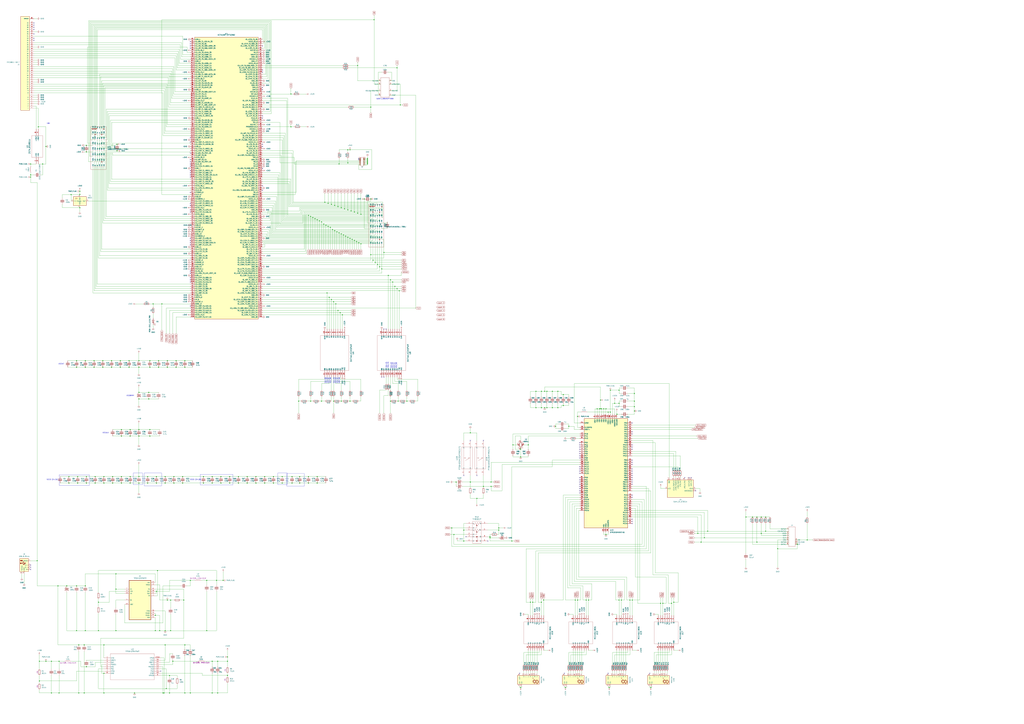
<source format=kicad_sch>
(kicad_sch (version 20250114) (generator "eeschema") (generator_version "9.0")
  (paper "A0")
  (lib_symbols
    (symbol "2025-09-12_09-11-34:SN74ALVC245PWR" (pin_names (offset 0.254))
      (property "Reference" "U" (at 27.94 10.16 0))
      (property "Value" "SN74ALVC245PWR" (at 27.94 7.62 0))
      (symbol "SN74ALVC245PWR_0_1"
        (pin input line (at 0 0 0) (length 7.62) (name "DIR") (number "1"))
        (pin bidirectional line (at 0 -2.54 0) (length 7.62) (name "A1") (number "2"))
        (pin bidirectional line (at 0 -5.08 0) (length 7.62) (name "A2") (number "3"))
        (pin bidirectional line (at 0 -7.62 0) (length 7.62) (name "A3") (number "4"))
        (pin bidirectional line (at 0 -10.16 0) (length 7.62) (name "A4") (number "5"))
        (pin bidirectional line (at 0 -12.7 0) (length 7.62) (name "A5") (number "6"))
        (pin bidirectional line (at 0 -15.24 0) (length 7.62) (name "A6") (number "7"))
        (pin bidirectional line (at 0 -17.78 0) (length 7.62) (name "A7") (number "8"))
        (pin bidirectional line (at 0 -20.32 0) (length 7.62) (name "A8") (number "9"))
        (pin power_in line (at 0 -22.86 0) (length 7.62) (name "GND") (number "10"))
        (pin power_in line (at 55.88 0 180) (length 7.62) (name "VCC") (number "20"))
        (pin input line (at 55.88 -2.54 180) (length 7.62) (name "*OE") (number "19"))
        (pin bidirectional line (at 55.88 -5.08 180) (length 7.62) (name "B1") (number "18"))
        (pin bidirectional line (at 55.88 -7.62 180) (length 7.62) (name "B2") (number "17"))
        (pin bidirectional line (at 55.88 -10.16 180) (length 7.62) (name "B3") (number "16"))
        (pin bidirectional line (at 55.88 -12.7 180) (length 7.62) (name "B4") (number "15"))
        (pin bidirectional line (at 55.88 -15.24 180) (length 7.62) (name "B5") (number "14"))
        (pin bidirectional line (at 55.88 -17.78 180) (length 7.62) (name "B6") (number "13"))
        (pin bidirectional line (at 55.88 -20.32 180) (length 7.62) (name "B7") (number "12"))
        (pin bidirectional line (at 55.88 -22.86 180) (length 7.62) (name "B8") (number "11"))
      )
    )
    (symbol "2S7A_0518S1U:2S7A_0518S1U" (pin_names (offset 0.254))
      (property "Reference" "U22" (at 20.32 10.16 0))
      (property "Value" "2S7A_0518S1U" (at 20.32 7.62 0))
      (symbol "2S7A_0518S1U_0_1"
        (pin power_in line (at 0 0 0) (length 7.62) (name "+VIN") (number "1"))
        (pin power_in line (at 0 -2.54 0) (length 7.62) (name "-VIN") (number "2"))
        (pin power_in line (at 40.64 -2.54 180) (length 7.62) (name "-VOUT") (number "4"))
      )
      (symbol "2S7A_0518S1U_1_1"
        (pin power_out line (at 40.64 0 180) (length 7.62) (name "+VOUT") (number "6"))
      )
    )
    (symbol "Connector:Conn_ST_STDC14"
      (property "Reference" "J3" (at -12.7 0 90))
      (property "Value" "Conn_ST_STDC14" (at -15.24 0 90))
      (symbol "Conn_ST_STDC14_1_1"
        (pin no_connect line (at -10.16 5.08 0) (length 2.54) (hide yes) (name "NC") (number "1"))
        (pin no_connect line (at -10.16 2.54 0) (length 2.54) (hide yes) (name "NC") (number "2"))
        (pin passive line (at -2.54 -17.78 90) (length 2.54) (name "GNDDetect") (number "11"))
        (pin power_in line (at 0 17.78 270) (length 2.54) (name "VCC") (number "3"))
        (pin power_in line (at 0 -17.78 90) (length 2.54) (name "GND") (number "5"))
        (pin passive line (at 0 -17.78 90) (length 2.54) (hide yes) (name "GND") (number "7"))
        (pin output line (at 12.7 12.7 180) (length 2.54) (name "~{RST}") (number "12"))
        (pin output line (at 12.7 7.62 180) (length 2.54) (name "JCLK/SWCLK") (number "6"))
        (pin bidirectional line (at 12.7 5.08 180) (length 2.54) (name "JTMS/SWDIO") (number "4"))
        (pin input line (at 12.7 2.54 180) (length 2.54) (name "JTDO/SWO") (number "8"))
        (pin output line (at 12.7 0 180) (length 2.54) (name "JTDI/NC") (number "10"))
        (pin input line (at 12.7 -5.08 180) (length 2.54) (name "JRCLK/NC") (number "9"))
        (pin output line (at 12.7 -10.16 180) (length 2.54) (name "VCP_RX") (number "13"))
        (pin input line (at 12.7 -12.7 180) (length 2.54) (name "VCP_TX") (number "14"))
      )
    )
    (symbol "Connector:USB_B_Micro" (pin_names (offset 1.016))
      (property "Reference" "J5" (at 0 12.7 0))
      (property "Value" "USB_B_Micro" (at 0 10.16 0))
      (symbol "USB_B_Micro_1_1"
        (pin power_in line (at -2.54 -10.16 90) (length 2.54) (name "Shield") (number "6"))
        (pin power_in line (at 0 -10.16 90) (length 2.54) (name "GND") (number "5"))
        (pin power_in line (at 7.62 5.08 180) (length 2.54) (name "VBUS") (number "1"))
        (pin bidirectional line (at 7.62 0 180) (length 2.54) (name "D+") (number "3"))
        (pin bidirectional line (at 7.62 -2.54 180) (length 2.54) (name "D-") (number "2"))
        (pin passive line (at 7.62 -5.08 180) (length 2.54) (name "ID") (number "4"))
      )
    )
    (symbol "Device:C" (pin_numbers (hide yes)) (pin_names (offset 0.254))
      (property "Reference" "C" (at 0.635 2.54 0))
      (property "Value" "C" (at 0.635 -2.54 0))
      (symbol "C_1_1"
        (pin passive line (at 0 3.81 270) (length 2.794) (name "~") (number "1"))
        (pin passive line (at 0 -3.81 90) (length 2.794) (name "~") (number "2"))
      )
    )
    (symbol "Device:C_Polarized_US" (pin_numbers (hide yes)) (pin_names (offset 0.254) (hide yes))
      (property "Reference" "C" (at 0.635 2.54 0))
      (property "Value" "C_Polarized_US" (at 0.635 -2.54 0))
      (symbol "C_Polarized_US_1_1"
        (pin passive line (at 0 3.81 270) (length 2.794) (name "~") (number "1"))
        (pin passive line (at 0 -3.81 90) (length 3.302) (name "~") (number "2"))
      )
    )
    (symbol "Device:Crystal_GND24" (pin_names (offset 1.016) (hide yes))
      (property "Reference" "Y" (at 3.175 5.08 0))
      (property "Value" "Crystal_GND24" (at 3.175 3.175 0))
      (symbol "Crystal_GND24_1_1"
        (pin passive line (at -3.81 0 0) (length 1.27) (name "1") (number "1"))
        (pin passive line (at 0 5.08 270) (length 1.27) (name "2") (number "2"))
        (pin passive line (at 0 -5.08 90) (length 1.27) (name "4") (number "4"))
        (pin passive line (at 3.81 0 180) (length 1.27) (name "3") (number "3"))
      )
    )
    (symbol "Device:L" (pin_numbers (hide yes)) (pin_names (offset 1.016) (hide yes))
      (property "Reference" "L" (at -1.27 0 90))
      (property "Value" "L" (at 1.905 0 90))
      (symbol "L_1_1"
        (pin passive line (at 0 3.81 270) (length 1.27) (name "1") (number "1"))
        (pin passive line (at 0 -3.81 90) (length 1.27) (name "2") (number "2"))
      )
    )
    (symbol "Device:R" (pin_numbers (hide yes)) (pin_names (offset 0))
      (property "Reference" "R" (at 2.032 0 90))
      (property "Value" "R" (at 0 0 90))
      (symbol "R_1_1"
        (pin passive line (at 0 3.81 270) (length 1.27) (name "~") (number "1"))
        (pin passive line (at 0 -3.81 90) (length 1.27) (name "~") (number "2"))
      )
    )
    (symbol "Display_Character:MAN72A" (pin_names (offset 0.635))
      (property "Reference" "U" (at -2.54 13.97 0))
      (property "Value" "MAN72A" (at 2.794 -14.224 0))
      (symbol "MAN72A_0_0"
        (text "DP" (at -1.778 5.588 0) (effects (font (size 0.508 0.508))))
        (text "E" (at -0.508 7.112 0) (effects (font (size 0.508 0.508))))
        (text "F" (at -0.254 10.16 0) (effects (font (size 0.508 0.508))))
        (text "D" (at 1.778 6.35 0) (effects (font (size 0.508 0.508))))
        (text "G" (at 2.032 9.398 0) (effects (font (size 0.508 0.508))))
        (text "A" (at 2.286 10.922 0) (effects (font (size 0.508 0.508))))
        (text "C" (at 4.318 7.112 0) (effects (font (size 0.508 0.508))))
        (text "B" (at 4.572 10.16 0) (effects (font (size 0.508 0.508))))
      )
      (symbol "MAN72A_1_1"
        (pin input line (at -7.62 10.16 0) (length 2.54) (name "A") (number "1"))
        (pin input line (at -7.62 7.62 0) (length 2.54) (name "B") (number "13"))
        (pin input line (at -7.62 5.08 0) (length 2.54) (name "C") (number "10"))
        (pin input line (at -7.62 2.54 0) (length 2.54) (name "D") (number "8"))
        (pin input line (at -7.62 0 0) (length 2.54) (name "E") (number "7"))
        (pin input line (at -7.62 -2.54 0) (length 2.54) (name "F") (number "2"))
        (pin input line (at -7.62 -5.08 0) (length 2.54) (name "G") (number "11"))
        (pin input line (at -7.62 -10.16 0) (length 2.54) (name "D.P.") (number "6"))
        (pin no_connect line (at 5.08 2.54 180) (length 2.54) (hide yes) (name "NC") (number "4"))
        (pin no_connect line (at 5.08 0 180) (length 2.54) (hide yes) (name "NC") (number "5"))
        (pin no_connect line (at 5.08 -2.54 180) (length 2.54) (hide yes) (name "NC") (number "9"))
        (pin no_connect line (at 5.08 -5.08 180) (length 2.54) (hide yes) (name "NC") (number "12"))
        (pin input line (at 7.62 -7.62 180) (length 2.54) (name "CA") (number "14"))
        (pin input line (at 7.62 -10.16 180) (length 2.54) (name "CA") (number "3"))
      )
    )
    (symbol "FFC3B11-40-T:FFC3B11-40-T" (pin_names (offset 1.016))
      (property "Reference" "J" (at -5.08 54.102 0))
      (property "Value" "FFC3B11-40-T" (at -5.08 -58.42 0))
      (symbol "FFC3B11-40-T_0_0"
        (pin passive line (at -10.16 50.8 0) (length 5.08) (name "1") (number "1"))
        (pin passive line (at -10.16 48.26 0) (length 5.08) (name "2") (number "2"))
        (pin passive line (at -10.16 45.72 0) (length 5.08) (name "3") (number "3"))
        (pin passive line (at -10.16 43.18 0) (length 5.08) (name "4") (number "4"))
        (pin passive line (at -10.16 40.64 0) (length 5.08) (name "5") (number "5"))
        (pin passive line (at -10.16 38.1 0) (length 5.08) (name "6") (number "6"))
        (pin passive line (at -10.16 35.56 0) (length 5.08) (name "7") (number "7"))
        (pin passive line (at -10.16 33.02 0) (length 5.08) (name "8") (number "8"))
        (pin passive line (at -10.16 30.48 0) (length 5.08) (name "9") (number "9"))
        (pin passive line (at -10.16 27.94 0) (length 5.08) (name "10") (number "10"))
        (pin passive line (at -10.16 25.4 0) (length 5.08) (name "11") (number "11"))
        (pin passive line (at -10.16 22.86 0) (length 5.08) (name "12") (number "12"))
        (pin passive line (at -10.16 20.32 0) (length 5.08) (name "13") (number "13"))
        (pin passive line (at -10.16 17.78 0) (length 5.08) (name "14") (number "14"))
        (pin passive line (at -10.16 15.24 0) (length 5.08) (name "15") (number "15"))
        (pin passive line (at -10.16 12.7 0) (length 5.08) (name "16") (number "16"))
        (pin passive line (at -10.16 10.16 0) (length 5.08) (name "17") (number "17"))
        (pin passive line (at -10.16 7.62 0) (length 5.08) (name "18") (number "18"))
        (pin passive line (at -10.16 5.08 0) (length 5.08) (name "19") (number "19"))
        (pin passive line (at -10.16 2.54 0) (length 5.08) (name "20") (number "20"))
        (pin passive line (at -10.16 0 0) (length 5.08) (name "21") (number "21"))
        (pin passive line (at -10.16 -2.54 0) (length 5.08) (name "22") (number "22"))
        (pin passive line (at -10.16 -5.08 0) (length 5.08) (name "23") (number "23"))
        (pin passive line (at -10.16 -7.62 0) (length 5.08) (name "24") (number "24"))
        (pin passive line (at -10.16 -10.16 0) (length 5.08) (name "25") (number "25"))
        (pin passive line (at -10.16 -12.7 0) (length 5.08) (name "26") (number "26"))
        (pin passive line (at -10.16 -15.24 0) (length 5.08) (name "27") (number "27"))
        (pin passive line (at -10.16 -17.78 0) (length 5.08) (name "28") (number "28"))
        (pin passive line (at -10.16 -20.32 0) (length 5.08) (name "29") (number "29"))
        (pin passive line (at -10.16 -22.86 0) (length 5.08) (name "30") (number "30"))
        (pin passive line (at -10.16 -25.4 0) (length 5.08) (name "31") (number "31"))
        (pin passive line (at -10.16 -27.94 0) (length 5.08) (name "32") (number "32"))
        (pin passive line (at -10.16 -30.48 0) (length 5.08) (name "33") (number "33"))
        (pin passive line (at -10.16 -33.02 0) (length 5.08) (name "34") (number "34"))
        (pin passive line (at -10.16 -35.56 0) (length 5.08) (name "35") (number "35"))
        (pin passive line (at -10.16 -38.1 0) (length 5.08) (name "36") (number "36"))
        (pin passive line (at -10.16 -40.64 0) (length 5.08) (name "37") (number "37"))
        (pin passive line (at -10.16 -43.18 0) (length 5.08) (name "38") (number "38"))
        (pin passive line (at -10.16 -45.72 0) (length 5.08) (name "39") (number "39"))
        (pin passive line (at -10.16 -48.26 0) (length 5.08) (name "40") (number "40"))
        (pin passive line (at -10.16 -53.34 0) (length 5.08) (name "SHIELD") (number "S1"))
        (pin passive line (at -10.16 -53.34 0) (length 5.08) (name "SHIELD") (number "S2"))
      )
    )
    (symbol "FPGA_Debug:FPGA_debug"
      (property "Reference" "J2" (at 0 -0.254 0))
      (symbol "FPGA_debug_1_1"
        (pin input line (at -1.27 -2.54 180) (length 2.54) (name "") (number "1"))
        (pin input line (at -1.27 -3.81 180) (length 2.54) (name "") (number "3"))
        (pin input line (at -1.27 -5.08 180) (length 2.54) (name "") (number "5"))
        (pin input line (at -1.27 -6.35 180) (length 2.54) (name "") (number "7"))
        (pin input line (at -1.27 -7.62 180) (length 2.54) (name "") (number "9"))
        (pin input line (at -1.27 -8.89 180) (length 2.54) (name "") (number "11"))
        (pin input line (at -1.27 -10.16 180) (length 2.54) (name "") (number "13"))
        (pin input line (at 1.27 -2.54 0) (length 2.54) (name "") (number "2"))
        (pin input line (at 1.27 -3.81 0) (length 2.54) (name "") (number "4"))
        (pin input line (at 1.27 -5.08 0) (length 2.54) (name "") (number "6"))
        (pin input line (at 1.27 -6.35 0) (length 2.54) (name "") (number "8"))
        (pin input line (at 1.27 -7.62 0) (length 2.54) (name "") (number "10"))
        (pin input line (at 1.27 -8.89 0) (length 2.54) (name "") (number "12"))
        (pin input line (at 1.27 -10.16 0) (length 2.54) (name "") (number "14"))
      )
    )
    (symbol "LED:IR26-21C_L110_TR8" (pin_numbers (hide yes)) (pin_names (offset 1.016) (hide yes))
      (property "Reference" "D" (at 0 2.54 0))
      (property "Value" "IR26-21C_L110_TR8" (at 0 -3.81 0))
      (symbol "IR26-21C_L110_TR8_1_1"
        (pin passive line (at -3.81 0 0) (length 2.54) (name "K") (number "1"))
        (pin passive line (at 3.81 0 180) (length 2.54) (name "A") (number "2"))
      )
    )
    (symbol "MC14511BDG:MC14511BDG" (pin_names (offset 0.254))
      (property "Reference" "U" (at 20.32 10.16 0))
      (property "Value" "MC14511BDG" (at 20.32 7.62 0))
      (symbol "MC14511BDG_0_1"
        (pin input line (at 0 0 0) (length 7.62) (name "B") (number "1"))
        (pin input line (at 0 -2.54 0) (length 7.62) (name "C") (number "2"))
        (pin input line (at 0 -5.08 0) (length 7.62) (name "*LT") (number "3"))
        (pin input line (at 0 -7.62 0) (length 7.62) (name "*BI") (number "4"))
        (pin input line (at 0 -10.16 0) (length 7.62) (name "LE") (number "5"))
        (pin input line (at 0 -12.7 0) (length 7.62) (name "D") (number "6"))
        (pin input line (at 0 -15.24 0) (length 7.62) (name "A") (number "7"))
        (pin power_in line (at 0 -17.78 0) (length 7.62) (name "VSS") (number "8"))
        (pin power_in line (at 40.64 0 180) (length 7.62) (name "VDD") (number "16"))
        (pin output line (at 40.64 -2.54 180) (length 7.62) (name "f") (number "15"))
        (pin output line (at 40.64 -5.08 180) (length 7.62) (name "g") (number "14"))
        (pin output line (at 40.64 -7.62 180) (length 7.62) (name "a") (number "13"))
        (pin output line (at 40.64 -10.16 180) (length 7.62) (name "b") (number "12"))
        (pin output line (at 40.64 -12.7 180) (length 7.62) (name "c") (number "11"))
        (pin output line (at 40.64 -15.24 180) (length 7.62) (name "d") (number "10"))
        (pin output line (at 40.64 -17.78 180) (length 7.62) (name "e") (number "9"))
      )
    )
    (symbol "MCU_ST_STM32U5:STM32U545VETxQ"
      (property "Reference" "U" (at -25.4 64.77 0))
      (property "Value" "STM32U545VETxQ" (at 15.24 64.77 0))
      (symbol "STM32U545VETxQ_1_1"
        (pin input line (at -30.48 58.42 0) (length 5.08) (name "NRST") (number "14"))
        (pin power_in line (at -30.48 53.34 0) (length 5.08) (name "VLXSMPS") (number "46"))
        (pin input line (at -30.48 50.8 0) (length 5.08) (name "VREF+") (number "20"))
        (pin bidirectional line (at -30.48 45.72 0) (length 5.08) (name "PH0") (number "12"))
        (pin bidirectional line (at -30.48 43.18 0) (length 5.08) (name "PH1") (number "13"))
        (pin bidirectional line (at -30.48 40.64 0) (length 5.08) (name "PH3") (number "94"))
        (pin bidirectional line (at -30.48 35.56 0) (length 5.08) (name "PE0") (number "97"))
        (pin bidirectional line (at -30.48 33.02 0) (length 5.08) (name "PE2") (number "1"))
        (pin bidirectional line (at -30.48 30.48 0) (length 5.08) (name "PE3") (number "2"))
        (pin bidirectional line (at -30.48 27.94 0) (length 5.08) (name "PE4") (number "3"))
        (pin bidirectional line (at -30.48 25.4 0) (length 5.08) (name "PE5") (number "4"))
        (pin bidirectional line (at -30.48 22.86 0) (length 5.08) (name "PE6") (number "5"))
        (pin bidirectional line (at -30.48 20.32 0) (length 5.08) (name "PE7") (number "35"))
        (pin bidirectional line (at -30.48 17.78 0) (length 5.08) (name "PE8") (number "36"))
        (pin bidirectional line (at -30.48 15.24 0) (length 5.08) (name "PE9") (number "37"))
        (pin bidirectional line (at -30.48 12.7 0) (length 5.08) (name "PE10") (number "38"))
        (pin bidirectional line (at -30.48 10.16 0) (length 5.08) (name "PE11") (number "39"))
        (pin bidirectional line (at -30.48 7.62 0) (length 5.08) (name "PE12") (number "40"))
        (pin bidirectional line (at -30.48 5.08 0) (length 5.08) (name "PE13") (number "41"))
        (pin bidirectional line (at -30.48 2.54 0) (length 5.08) (name "PE14") (number "42"))
        (pin bidirectional line (at -30.48 0 0) (length 5.08) (name "PE15") (number "43"))
        (pin bidirectional line (at -30.48 -5.08 0) (length 5.08) (name "PD0") (number "81"))
        (pin bidirectional line (at -30.48 -7.62 0) (length 5.08) (name "PD1") (number "82"))
        (pin bidirectional line (at -30.48 -10.16 0) (length 5.08) (name "PD2") (number "83"))
        (pin bidirectional line (at -30.48 -12.7 0) (length 5.08) (name "PD3") (number "84"))
        (pin bidirectional line (at -30.48 -15.24 0) (length 5.08) (name "PD4") (number "85"))
        (pin bidirectional line (at -30.48 -17.78 0) (length 5.08) (name "PD5") (number "86"))
        (pin bidirectional line (at -30.48 -20.32 0) (length 5.08) (name "PD6") (number "87"))
        (pin bidirectional line (at -30.48 -22.86 0) (length 5.08) (name "PD7") (number "88"))
        (pin bidirectional line (at -30.48 -25.4 0) (length 5.08) (name "PD8") (number "55"))
        (pin bidirectional line (at -30.48 -27.94 0) (length 5.08) (name "PD9") (number "56"))
        (pin bidirectional line (at -30.48 -30.48 0) (length 5.08) (name "PD10") (number "57"))
        (pin bidirectional line (at -30.48 -33.02 0) (length 5.08) (name "PD11") (number "58"))
        (pin bidirectional line (at -30.48 -35.56 0) (length 5.08) (name "PD12") (number "59"))
        (pin bidirectional line (at -30.48 -38.1 0) (length 5.08) (name "PD13") (number "60"))
        (pin bidirectional line (at -30.48 -40.64 0) (length 5.08) (name "PD14") (number "61"))
        (pin bidirectional line (at -30.48 -43.18 0) (length 5.08) (name "PD15") (number "62"))
        (pin power_in line (at -12.7 68.58 270) (length 5.08) (name "VBAT") (number "6"))
        (pin power_in line (at -10.16 68.58 270) (length 5.08) (name "VDD") (number "11"))
        (pin power_in line (at -7.62 68.58 270) (length 5.08) (name "VDD") (number "27"))
        (pin power_in line (at -5.08 68.58 270) (length 5.08) (name "VDD") (number "51"))
        (pin power_in line (at -2.54 68.58 270) (length 5.08) (name "VDD") (number "75"))
        (pin power_in line (at -2.54 -68.58 90) (length 5.08) (name "VSS") (number "10"))
        (pin passive line (at -2.54 -68.58 90) (length 5.08) (hide yes) (name "VSS") (number "26"))
        (pin passive line (at -2.54 -68.58 90) (length 5.08) (hide yes) (name "VSS") (number "50"))
        (pin passive line (at -2.54 -68.58 90) (length 5.08) (hide yes) (name "VSS") (number "74"))
        (pin passive line (at -2.54 -68.58 90) (length 5.08) (hide yes) (name "VSS") (number "99"))
        (pin power_in line (at 0 68.58 270) (length 5.08) (name "VDD") (number "100"))
        (pin power_in line (at 0 -68.58 90) (length 5.08) (name "VSSA") (number "19"))
        (pin power_in line (at 2.54 68.58 270) (length 5.08) (name "VDD11") (number "49"))
        (pin power_in line (at 2.54 -68.58 90) (length 5.08) (name "VSSSMPS") (number "48"))
        (pin power_in line (at 5.08 68.58 270) (length 5.08) (name "VDD11") (number "98"))
        (pin power_in line (at 7.62 68.58 270) (length 5.08) (name "VDDA") (number "21"))
        (pin power_in line (at 10.16 68.58 270) (length 5.08) (name "VDDSMPS") (number "47"))
        (pin power_in line (at 12.7 68.58 270) (length 5.08) (name "VDDUSB") (number "73"))
        (pin bidirectional line (at 30.48 58.42 180) (length 5.08) (name "PA0") (number "22"))
        (pin bidirectional line (at 30.48 55.88 180) (length 5.08) (name "PA1") (number "23"))
        (pin bidirectional line (at 30.48 53.34 180) (length 5.08) (name "PA2") (number "24"))
        (pin bidirectional line (at 30.48 50.8 180) (length 5.08) (name "PA3") (number "25"))
        (pin bidirectional line (at 30.48 48.26 180) (length 5.08) (name "PA4") (number "28"))
        (pin bidirectional line (at 30.48 45.72 180) (length 5.08) (name "PA5") (number "29"))
        (pin bidirectional line (at 30.48 43.18 180) (length 5.08) (name "PA6") (number "30"))
        (pin bidirectional line (at 30.48 40.64 180) (length 5.08) (name "PA7") (number "31"))
        (pin bidirectional line (at 30.48 38.1 180) (length 5.08) (name "PA8") (number "67"))
        (pin bidirectional line (at 30.48 35.56 180) (length 5.08) (name "PA9") (number "68"))
        (pin bidirectional line (at 30.48 33.02 180) (length 5.08) (name "PA10") (number "69"))
        (pin bidirectional line (at 30.48 30.48 180) (length 5.08) (name "PA11") (number "70"))
        (pin bidirectional line (at 30.48 27.94 180) (length 5.08) (name "PA12") (number "71"))
        (pin bidirectional line (at 30.48 25.4 180) (length 5.08) (name "PA13") (number "72"))
        (pin bidirectional line (at 30.48 22.86 180) (length 5.08) (name "PA14") (number "76"))
        (pin bidirectional line (at 30.48 20.32 180) (length 5.08) (name "PA15") (number "77"))
        (pin bidirectional line (at 30.48 15.24 180) (length 5.08) (name "PB0") (number "32"))
        (pin bidirectional line (at 30.48 12.7 180) (length 5.08) (name "PB1") (number "33"))
        (pin bidirectional line (at 30.48 10.16 180) (length 5.08) (name "PB2") (number "34"))
        (pin bidirectional line (at 30.48 7.62 180) (length 5.08) (name "PB3") (number "89"))
        (pin bidirectional line (at 30.48 5.08 180) (length 5.08) (name "PB4") (number "90"))
        (pin bidirectional line (at 30.48 2.54 180) (length 5.08) (name "PB5") (number "91"))
        (pin bidirectional line (at 30.48 0 180) (length 5.08) (name "PB6") (number "92"))
        (pin bidirectional line (at 30.48 -2.54 180) (length 5.08) (name "PB7") (number "93"))
        (pin bidirectional line (at 30.48 -5.08 180) (length 5.08) (name "PB8") (number "95"))
        (pin bidirectional line (at 30.48 -7.62 180) (length 5.08) (name "PB9") (number "96"))
        (pin bidirectional line (at 30.48 -10.16 180) (length 5.08) (name "PB10") (number "44"))
        (pin bidirectional line (at 30.48 -12.7 180) (length 5.08) (name "PB11") (number "45"))
        (pin bidirectional line (at 30.48 -15.24 180) (length 5.08) (name "PB13") (number "52"))
        (pin bidirectional line (at 30.48 -17.78 180) (length 5.08) (name "PB14") (number "53"))
        (pin bidirectional line (at 30.48 -20.32 180) (length 5.08) (name "PB15") (number "54"))
        (pin bidirectional line (at 30.48 -25.4 180) (length 5.08) (name "PC0") (number "15"))
        (pin bidirectional line (at 30.48 -27.94 180) (length 5.08) (name "PC1") (number "16"))
        (pin bidirectional line (at 30.48 -30.48 180) (length 5.08) (name "PC2") (number "17"))
        (pin bidirectional line (at 30.48 -33.02 180) (length 5.08) (name "PC3") (number "18"))
        (pin bidirectional line (at 30.48 -35.56 180) (length 5.08) (name "PC6") (number "63"))
        (pin bidirectional line (at 30.48 -38.1 180) (length 5.08) (name "PC7") (number "64"))
        (pin bidirectional line (at 30.48 -40.64 180) (length 5.08) (name "PC8") (number "65"))
        (pin bidirectional line (at 30.48 -43.18 180) (length 5.08) (name "PC9") (number "66"))
        (pin bidirectional line (at 30.48 -45.72 180) (length 5.08) (name "PC10") (number "78"))
        (pin bidirectional line (at 30.48 -48.26 180) (length 5.08) (name "PC11") (number "79"))
        (pin bidirectional line (at 30.48 -50.8 180) (length 5.08) (name "PC12") (number "80"))
        (pin bidirectional line (at 30.48 -53.34 180) (length 5.08) (name "PC13") (number "7"))
        (pin bidirectional line (at 30.48 -55.88 180) (length 5.08) (name "PC14") (number "8"))
        (pin bidirectional line (at 30.48 -58.42 180) (length 5.08) (name "PC15") (number "9"))
      )
    )
    (symbol "Oscillator:ASCO"
      (property "Reference" "Y" (at -7.62 6.35 0))
      (property "Value" "ASCO" (at 1.27 -6.35 0))
      (symbol "ASCO_1_1"
        (pin input line (at -10.16 0 0) (length 2.54) (name "Tri-State") (number "1"))
        (pin power_in line (at 0 7.62 270) (length 2.54) (name "VDD") (number "4"))
        (pin power_in line (at 0 -7.62 90) (length 2.54) (name "GND") (number "2"))
        (pin output line (at 10.16 0 180) (length 2.54) (name "OUT") (number "3"))
      )
    )
    (symbol "PTS645SM43SMTR92-LFS:PTS645SM43SMTR92LFS" (pin_names (offset 0.254))
      (property "Reference" "U" (at 20.32 7.62 0))
      (property "Value" "PTS645SM43SMTR92LFS" (at 20.32 5.08 0))
      (symbol "PTS645SM43SMTR92LFS_0_1"
        (pin unspecified line (at 0 0 0) (length 7.62) (name "1") (number "1"))
        (pin unspecified line (at 0 -7.62 0) (length 7.62) (name "3") (number "3"))
        (pin unspecified line (at 40.64 0 180) (length 7.62) (name "2") (number "2"))
        (pin unspecified line (at 40.64 -7.62 180) (length 7.62) (name "4") (number "4"))
      )
    )
    (symbol "R_1" (pin_numbers (hide yes)) (pin_names (offset 0))
      (property "Reference" "R" (at 2.032 0 90))
      (property "Value" "R" (at 0 0 90))
      (symbol "R_1_1_1"
        (pin passive line (at 0 3.81 270) (length 1.27) (name "~") (number "1"))
        (pin passive line (at 0 -3.81 90) (length 1.27) (name "~") (number "2"))
      )
    )
    (symbol "S25FL127S:S25FL127S"
      (symbol "S25FL127S_1_1"
        (pin input line (at -5.08 8.89 180) (length 2.54) (name "CS#") (number "1"))
        (pin bidirectional line (at -5.08 3.81 180) (length 2.54) (name "SO/IO1") (number "2"))
        (pin bidirectional line (at -5.08 -3.81 180) (length 2.54) (name "WP#/IO2") (number "3"))
        (pin input line (at -5.08 -7.62 180) (length 2.54) (name "VSS") (number "4"))
        (pin input line (at 5.08 8.89 0) (length 2.54) (name "VCC") (number "8"))
        (pin bidirectional line (at 5.08 3.81 0) (length 2.54) (name "HOLD#/IO3/R#") (number "7"))
        (pin input line (at 5.08 -3.81 0) (length 2.54) (name "CLK") (number "6"))
        (pin bidirectional line (at 5.08 -7.62 0) (length 2.54) (name "SI/IO0") (number "5"))
      )
    )
    (symbol "SRAM:SRAM"
      (property "Reference" "U" (at 0 0 0))
      (symbol "SRAM_1_1"
        (pin input inverted (at -6.35 22.86 90) (length 0.635) (name "LB#") (number "1"))
        (pin input line (at -6.35 16.51 90) (length 0.635) (name "DQ8") (number ""))
        (pin input line (at -6.35 10.16 90) (length 0.635) (name "DQ9") (number ""))
        (pin input line (at -6.35 3.81 90) (length 0.635) (name "VSSQ") (number ""))
        (pin input line (at -6.35 -2.54 90) (length 0.635) (name "VDDQ") (number ""))
        (pin input line (at -6.35 -8.89 90) (length 0.635) (name "DQ14") (number ""))
        (pin input line (at -6.35 -15.24 90) (length 0.635) (name "DQ15") (number ""))
        (pin input line (at -6.35 -21.59 90) (length 0.635) (name "A18") (number ""))
        (pin input inverted (at -3.81 22.86 90) (length 0.635) (name "OE#") (number "2"))
        (pin input inverted (at -3.81 16.51 90) (length 0.635) (name "UB#") (number ""))
        (pin input line (at -3.81 10.16 90) (length 0.635) (name "DQ10") (number ""))
        (pin input line (at -3.81 3.81 90) (length 0.635) (name "DQ11") (number ""))
        (pin input line (at -3.81 -2.54 90) (length 0.635) (name "DQ12") (number ""))
        (pin input line (at -3.81 -8.89 90) (length 0.635) (name "DQ13") (number ""))
        (pin input line (at -3.81 -15.24 90) (length 0.635) (name "A19") (number ""))
        (pin input line (at -3.81 -21.59 90) (length 0.635) (name "A8") (number ""))
        (pin input line (at -1.27 22.86 90) (length 0.635) (name "A0") (number "3"))
        (pin input line (at -1.27 16.51 90) (length 0.635) (name "A3") (number ""))
        (pin input line (at -1.27 10.16 90) (length 0.635) (name "A5") (number ""))
        (pin input line (at -1.27 3.81 90) (length 0.635) (name "A17") (number ""))
        (pin input line (at -1.27 -2.54 90) (length 0.635) (name "A21") (number ""))
        (pin input line (at -1.27 -8.89 90) (length 0.635) (name "A14") (number ""))
        (pin input line (at -1.27 -15.24 90) (length 0.635) (name "A12") (number ""))
        (pin input line (at -1.27 -21.59 90) (length 0.635) (name "A9") (number ""))
        (pin input line (at 1.27 22.86 90) (length 0.635) (name "A1") (number ""))
        (pin input line (at 1.27 16.51 90) (length 0.635) (name "A4") (number ""))
        (pin input line (at 1.27 10.16 90) (length 0.635) (name "A6") (number ""))
        (pin input line (at 1.27 3.81 90) (length 0.635) (name "A7") (number ""))
        (pin input line (at 1.27 -2.54 90) (length 0.635) (name "A16") (number ""))
        (pin input line (at 1.27 -8.89 90) (length 0.635) (name "A15") (number ""))
        (pin input line (at 1.27 -15.24 90) (length 0.635) (name "A13") (number ""))
        (pin input line (at 1.27 -21.59 90) (length 0.635) (name "A10") (number ""))
        (pin input line (at 3.81 22.86 90) (length 0.635) (name "A2") (number ""))
        (pin input inverted (at 3.81 16.51 90) (length 0.635) (name "CE#") (number ""))
        (pin input line (at 3.81 10.16 90) (length 0.635) (name "DQ1") (number ""))
        (pin input line (at 3.81 3.81 90) (length 0.635) (name "DQ3") (number ""))
        (pin input line (at 3.81 -2.54 90) (length 0.635) (name "DQ4") (number ""))
        (pin input line (at 3.81 -8.89 90) (length 0.635) (name "DQ5") (number ""))
        (pin input inverted (at 3.81 -15.24 90) (length 0.635) (name "WE#") (number ""))
        (pin input line (at 3.81 -21.59 90) (length 0.635) (name "A11") (number ""))
        (pin input inverted (at 6.35 22.86 90) (length 0.635) (name "ZZ#") (number ""))
        (pin input line (at 6.35 16.51 90) (length 0.635) (name "DQ0") (number ""))
        (pin input line (at 6.35 10.16 90) (length 0.635) (name "DQ2") (number ""))
        (pin input line (at 6.35 3.81 90) (length 0.635) (name "VDD") (number ""))
        (pin input line (at 6.35 -2.54 90) (length 0.635) (name "VSS") (number ""))
        (pin input line (at 6.35 -8.89 90) (length 0.635) (name "DQ6") (number ""))
        (pin input line (at 6.35 -15.24 90) (length 0.635) (name "DQ7") (number ""))
        (pin input line (at 6.35 -21.59 90) (length 0.635) (name "A20") (number ""))
      )
    )
    (symbol "SRAM_1"
      (property "Reference" "U" (at 0 0 0))
      (symbol "SRAM_1_1_1"
        (pin input inverted (at -6.35 22.86 90) (length 0.635) (name "LB#") (number "1"))
        (pin input line (at -6.35 16.51 90) (length 0.635) (name "DQ8") (number ""))
        (pin input line (at -6.35 10.16 90) (length 0.635) (name "DQ9") (number ""))
        (pin input line (at -6.35 3.81 90) (length 0.635) (name "VSSQ") (number ""))
        (pin input line (at -6.35 -2.54 90) (length 0.635) (name "VDDQ") (number ""))
        (pin input line (at -6.35 -8.89 90) (length 0.635) (name "DQ14") (number ""))
        (pin input line (at -6.35 -15.24 90) (length 0.635) (name "DQ15") (number ""))
        (pin input line (at -6.35 -21.59 90) (length 0.635) (name "A18") (number ""))
        (pin input inverted (at -3.81 22.86 90) (length 0.635) (name "OE#") (number "2"))
        (pin input inverted (at -3.81 16.51 90) (length 0.635) (name "UB#") (number ""))
        (pin input line (at -3.81 10.16 90) (length 0.635) (name "DQ10") (number ""))
        (pin input line (at -3.81 3.81 90) (length 0.635) (name "DQ11") (number ""))
        (pin input line (at -3.81 -2.54 90) (length 0.635) (name "DQ12") (number ""))
        (pin input line (at -3.81 -8.89 90) (length 0.635) (name "DQ13") (number ""))
        (pin input line (at -3.81 -15.24 90) (length 0.635) (name "A19") (number ""))
        (pin input line (at -3.81 -21.59 90) (length 0.635) (name "A8") (number ""))
        (pin input line (at -1.27 22.86 90) (length 0.635) (name "A0") (number "3"))
        (pin input line (at -1.27 16.51 90) (length 0.635) (name "A3") (number ""))
        (pin input line (at -1.27 10.16 90) (length 0.635) (name "A5") (number ""))
        (pin input line (at -1.27 3.81 90) (length 0.635) (name "A17") (number ""))
        (pin input line (at -1.27 -2.54 90) (length 0.635) (name "A21") (number ""))
        (pin input line (at -1.27 -8.89 90) (length 0.635) (name "A14") (number ""))
        (pin input line (at -1.27 -15.24 90) (length 0.635) (name "A12") (number ""))
        (pin input line (at -1.27 -21.59 90) (length 0.635) (name "A9") (number ""))
        (pin input line (at 1.27 22.86 90) (length 0.635) (name "A1") (number ""))
        (pin input line (at 1.27 16.51 90) (length 0.635) (name "A4") (number ""))
        (pin input line (at 1.27 10.16 90) (length 0.635) (name "A6") (number ""))
        (pin input line (at 1.27 3.81 90) (length 0.635) (name "A7") (number ""))
        (pin input line (at 1.27 -2.54 90) (length 0.635) (name "A16") (number ""))
        (pin input line (at 1.27 -8.89 90) (length 0.635) (name "A15") (number ""))
        (pin input line (at 1.27 -15.24 90) (length 0.635) (name "A13") (number ""))
        (pin input line (at 1.27 -21.59 90) (length 0.635) (name "A10") (number ""))
        (pin input line (at 3.81 22.86 90) (length 0.635) (name "A2") (number ""))
        (pin input inverted (at 3.81 16.51 90) (length 0.635) (name "CE#") (number ""))
        (pin input line (at 3.81 10.16 90) (length 0.635) (name "DQ1") (number ""))
        (pin input line (at 3.81 3.81 90) (length 0.635) (name "DQ3") (number ""))
        (pin input line (at 3.81 -2.54 90) (length 0.635) (name "DQ4") (number ""))
        (pin input line (at 3.81 -8.89 90) (length 0.635) (name "DQ5") (number ""))
        (pin input inverted (at 3.81 -15.24 90) (length 0.635) (name "WE#") (number ""))
        (pin input line (at 3.81 -21.59 90) (length 0.635) (name "A11") (number ""))
        (pin input inverted (at 6.35 22.86 90) (length 0.635) (name "ZZ#") (number ""))
        (pin input line (at 6.35 16.51 90) (length 0.635) (name "DQ0") (number ""))
        (pin input line (at 6.35 10.16 90) (length 0.635) (name "DQ2") (number ""))
        (pin input line (at 6.35 3.81 90) (length 0.635) (name "VDD") (number ""))
        (pin input line (at 6.35 -2.54 90) (length 0.635) (name "VSS") (number ""))
        (pin input line (at 6.35 -8.89 90) (length 0.635) (name "DQ6") (number ""))
        (pin input line (at 6.35 -15.24 90) (length 0.635) (name "DQ7") (number ""))
        (pin input line (at 6.35 -21.59 90) (length 0.635) (name "A20") (number ""))
      )
    )
    (symbol "THB001P:THB001P" (pin_names (offset 0.254))
      (property "Reference" "R" (at 12.7 7.62 0))
      (property "Value" "THB001P" (at 12.7 5.08 0))
      (symbol "THB001P_0_1"
        (pin unspecified line (at 0 0 0) (length 7.62) (name "1") (number "1"))
        (pin unspecified line (at 0 -5.08 0) (length 7.62) (name "2") (number "2"))
        (pin unspecified line (at 0 -7.62 0) (length 7.62) (name "1'") (number "1'"))
        (pin unspecified line (at 0 -12.7 0) (length 7.62) (name "2'") (number "2'"))
        (pin unspecified line (at 0 -15.24 0) (length 7.62) (name "A") (number "A"))
        (pin unspecified line (at 0 -20.32 0) (length 7.62) (name "C") (number "C"))
        (pin unspecified line (at 25.4 0 180) (length 7.62) (name "3") (number "3"))
        (pin unspecified line (at 25.4 -7.62 180) (length 7.62) (name "3'") (number "3'"))
        (pin unspecified line (at 25.4 -15.24 180) (length 7.62) (name "B") (number "B"))
        (pin unspecified line (at 25.4 -20.32 180) (length 7.62) (name "D") (number "D"))
      )
    )
    (symbol "TPS54294:TPS54294PWP" (pin_names (offset 0.254))
      (property "Reference" "U" (at 33.02 10.16 0))
      (property "Value" "TPS54294PWP" (at 33.02 7.62 0))
      (symbol "TPS54294PWP_0_1"
        (pin input line (at 0 0 0) (length 7.62) (name "VIN1") (number "1"))
        (pin input line (at 0 -2.54 0) (length 7.62) (name "VBST1") (number "2"))
        (pin bidirectional line (at 0 -5.08 0) (length 7.62) (name "SW1") (number "3"))
        (pin bidirectional line (at 0 -7.62 0) (length 7.62) (name "PGND1") (number "4"))
        (pin input line (at 0 -10.16 0) (length 7.62) (name "EN1") (number "5"))
        (pin output line (at 0 -12.7 0) (length 7.62) (name "PG1") (number "6"))
        (pin input line (at 0 -15.24 0) (length 7.62) (name "VFB1") (number "7"))
        (pin bidirectional line (at 0 -17.78 0) (length 7.62) (name "GND") (number "8"))
        (pin unspecified line (at 66.04 0 180) (length 7.62) (name "EPAD") (number "EPAD"))
        (pin input line (at 66.04 -2.54 180) (length 7.62) (name "VIN2") (number "16"))
        (pin input line (at 66.04 -5.08 180) (length 7.62) (name "VBST2") (number "15"))
        (pin bidirectional line (at 66.04 -7.62 180) (length 7.62) (name "SW2") (number "14"))
        (pin bidirectional line (at 66.04 -10.16 180) (length 7.62) (name "PGND2") (number "13"))
        (pin input line (at 66.04 -12.7 180) (length 7.62) (name "EN2") (number "12"))
        (pin output line (at 66.04 -15.24 180) (length 7.62) (name "PG2") (number "11"))
        (pin input line (at 66.04 -17.78 180) (length 7.62) (name "VFB2") (number "10"))
        (pin output line (at 66.04 -20.32 180) (length 7.62) (name "VREG5") (number "9"))
      )
    )
    (symbol "TPS54325:TPS54325PWPR" (pin_names (offset 1.016))
      (property "Reference" "U4" (at 0 27.94 0))
      (property "Value" "TPS54325PWPR" (at 0 25.4 0))
      (symbol "TPS54325PWPR_0_0"
        (pin input line (at -17.78 12.7 0) (length 5.08) (name "EN") (number "7"))
        (pin input line (at -17.78 10.16 0) (length 5.08) (name "VFB") (number "2"))
        (pin input line (at -17.78 7.62 0) (length 5.08) (name "VIN") (number "13"))
        (pin bidirectional line (at -17.78 0 0) (length 5.08) (name "SS") (number "4"))
        (pin bidirectional line (at -17.78 -5.08 0) (length 5.08) (name "VBST") (number "12"))
        (pin power_in line (at 17.78 20.32 180) (length 5.08) (name "VCC") (number "14"))
        (pin power_in line (at 17.78 17.78 180) (length 5.08) (name "VREG5") (number "3"))
        (pin output line (at 17.78 12.7 180) (length 5.08) (name "PG") (number "6"))
        (pin output line (at 17.78 10.16 180) (length 5.08) (name "SW1") (number "10"))
        (pin bidirectional line (at 17.78 7.62 180) (length 5.08) (name "SW2") (number "11"))
        (pin passive line (at 17.78 5.08 180) (length 5.08) (name "VO") (number "1"))
        (pin power_in line (at 17.78 -12.7 180) (length 5.08) (name "EPAD") (number "15"))
        (pin power_in line (at 17.78 -15.24 180) (length 5.08) (name "PGND2") (number "9"))
        (pin power_in line (at 17.78 -17.78 180) (length 5.08) (name "PGND1") (number "8"))
        (pin power_in line (at 17.78 -20.32 180) (length 5.08) (name "GND") (number "5"))
      )
    )
    (symbol "XC7A100T-1FTG256C:SD_card_pinout"
      (property "Reference" "J" (at 0 0 0))
      (symbol "SD_card_pinout_1_1"
        (pin bidirectional line (at -3.81 -3.81 180) (length 2.54) (name "DATA2") (number "1"))
        (pin bidirectional line (at -3.81 -6.35 180) (length 2.54) (name "CD/DATA3") (number ""))
        (pin bidirectional line (at -3.81 -8.89 180) (length 2.54) (name "CMD") (number "3"))
        (pin input line (at -3.81 -11.43 180) (length 2.54) (name "VDD") (number "4"))
        (pin bidirectional line (at -3.81 -13.97 180) (length 2.54) (name "CLK") (number "5"))
        (pin input line (at -3.81 -16.51 180) (length 2.54) (name "VSS") (number "6"))
        (pin bidirectional line (at -3.81 -19.05 180) (length 2.54) (name "DATA0") (number "7"))
        (pin bidirectional line (at -3.81 -21.59 180) (length 2.54) (name "DATA1") (number "8"))
        (pin bidirectional line (at 3.81 -16.51 0) (length 2.54) (name "CD") (number "9"))
        (pin bidirectional line (at 3.81 -19.05 0) (length 2.54) (name "CD/GND") (number "10"))
        (pin bidirectional line (at 3.81 -21.59 0) (length 2.54) (name "EP") (number "11"))
      )
    )
    (symbol "XC7A100T-1FTG256C:XC7A100T-1FTG256C"
      (property "Reference" "IC" (at 80.01 7.62 0))
      (property "Value" "XC7A100T-1FTG256C" (at 80.01 5.08 0))
      (symbol "XC7A100T-1FTG256C_1_1"
        (pin passive line (at 0 0 0) (length 5.08) (name "GND_1") (number "A1"))
        (pin passive line (at 0 -2.54 0) (length 5.08) (name "IO_L8N_T1_AD14N_35") (number "A2"))
        (pin passive line (at 0 -5.08 0) (length 5.08) (name "IO_L4N_T0_35") (number "A3"))
        (pin passive line (at 0 -7.62 0) (length 5.08) (name "IO_L3N_T0_DQS_AD5N_35") (number "A4"))
        (pin passive line (at 0 -10.16 0) (length 5.08) (name "IO_L3P_T0_DQS_AD5P_35") (number "A5"))
        (pin passive line (at 0 -12.7 0) (length 5.08) (name "VCCO_35_1") (number "A6"))
        (pin passive line (at 0 -15.24 0) (length 5.08) (name "IO_L1N_T0_AD4N_35") (number "A7"))
        (pin passive line (at 0 -17.78 0) (length 5.08) (name "IO_L2P_T0_AD8P_15") (number "A8"))
        (pin passive line (at 0 -20.32 0) (length 5.08) (name "IO_L2N_T0_AD8N_15") (number "A9"))
        (pin passive line (at 0 -22.86 0) (length 5.08) (name "IO_L3N_T0_DQS_AD1N_15") (number "A10"))
        (pin passive line (at 0 -25.4 0) (length 5.08) (name "GND_2") (number "A11"))
        (pin passive line (at 0 -27.94 0) (length 5.08) (name "IO_L5N_T0_AD9N_15") (number "A12"))
        (pin passive line (at 0 -30.48 0) (length 5.08) (name "IO_L7P_T1_AD2P_15") (number "A13"))
        (pin passive line (at 0 -33.02 0) (length 5.08) (name "IO_L7N_T1_AD2N_15") (number "A14"))
        (pin passive line (at 0 -35.56 0) (length 5.08) (name "IO_L9N_T1_DQS_AD3N_15") (number "A15"))
        (pin passive line (at 0 -38.1 0) (length 5.08) (name "VCCO_15_1") (number "A16"))
        (pin passive line (at 0 -40.64 0) (length 5.08) (name "IO_L9N_T1_DQS_AD7N_35") (number "B1"))
        (pin passive line (at 0 -43.18 0) (length 5.08) (name "IO_L8P_T1_AD14P_35") (number "B2"))
        (pin passive line (at 0 -45.72 0) (length 5.08) (name "VCCO_35_2") (number "B3"))
        (pin passive line (at 0 -48.26 0) (length 5.08) (name "IO_L4P_T0_35") (number "B4"))
        (pin passive line (at 0 -50.8 0) (length 5.08) (name "IO_L2N_T0_AD12N_35") (number "B5"))
        (pin passive line (at 0 -53.34 0) (length 5.08) (name "IO_L2P_T0_AD12P_35") (number "B6"))
        (pin passive line (at 0 -55.88 0) (length 5.08) (name "IO_L1P_T0_AD4P_35") (number "B7"))
        (pin passive line (at 0 -58.42 0) (length 5.08) (name "GND_3") (number "B8"))
        (pin passive line (at 0 -60.96 0) (length 5.08) (name "IO_L3P_T0_DQS_AD1P_15") (number "B9"))
        (pin passive line (at 0 -63.5 0) (length 5.08) (name "IO_L4P_T0_15") (number "B10"))
        (pin passive line (at 0 -66.04 0) (length 5.08) (name "IO_L4N_T0_15") (number "B11"))
        (pin passive line (at 0 -68.58 0) (length 5.08) (name "IO_L5P_T0_AD9P_15") (number "B12"))
        (pin passive line (at 0 -71.12 0) (length 5.08) (name "VCCO_15_2") (number "B13"))
        (pin passive line (at 0 -73.66 0) (length 5.08) (name "IO_L8N_T1_AD10N_15") (number "B14"))
        (pin passive line (at 0 -76.2 0) (length 5.08) (name "IO_L9P_T1_DQS_AD3P_15") (number "B15"))
        (pin passive line (at 0 -78.74 0) (length 5.08) (name "IO_L10N_T1_AD11N_15") (number "B16"))
        (pin passive line (at 0 -81.28 0) (length 5.08) (name "IO_L9P_T1_DQS_AD7P_35") (number "C1"))
        (pin passive line (at 0 -83.82 0) (length 5.08) (name "IO_L7N_T1_AD6N_35") (number "C2"))
        (pin passive line (at 0 -86.36 0) (length 5.08) (name "IO_L7P_T1_AD6P_35") (number "C3"))
        (pin passive line (at 0 -88.9 0) (length 5.08) (name "IO_L12N_T1_MRCC_35") (number "C4"))
        (pin passive line (at 0 -91.44 0) (length 5.08) (name "GND_4") (number "C5"))
        (pin passive line (at 0 -93.98 0) (length 5.08) (name "IO_L5N_T0_AD13N_35") (number "C6"))
        (pin passive line (at 0 -96.52 0) (length 5.08) (name "IO_L5P_T0_AD13P_35") (number "C7"))
        (pin passive line (at 0 -99.06 0) (length 5.08) (name "IO_L1P_T0_AD0P_15") (number "C8"))
        (pin passive line (at 0 -101.6 0) (length 5.08) (name "IO_L1N_T0_AD0N_15") (number "C9"))
        (pin passive line (at 0 -104.14 0) (length 5.08) (name "VCCO_15_3") (number "C10"))
        (pin passive line (at 0 -106.68 0) (length 5.08) (name "IO_L11P_T1_SRCC_15") (number "C11"))
        (pin passive line (at 0 -109.22 0) (length 5.08) (name "IO_L11N_T1_SRCC_15") (number "C12"))
        (pin passive line (at 0 -111.76 0) (length 5.08) (name "IO_L12N_T1_MRCC_15") (number "C13"))
        (pin passive line (at 0 -114.3 0) (length 5.08) (name "IO_L8P_T1_AD10P_15") (number "C14"))
        (pin passive line (at 0 -116.84 0) (length 5.08) (name "GND_5") (number "C15"))
        (pin passive line (at 0 -119.38 0) (length 5.08) (name "IO_L10P_T1_AD11P_15") (number "C16"))
        (pin passive line (at 0 -121.92 0) (length 5.08) (name "IO_L10N_T1_AD15N_35") (number "D1"))
        (pin passive line (at 0 -124.46 0) (length 5.08) (name "GND_6") (number "D2"))
        (pin passive line (at 0 -127 0) (length 5.08) (name "IO_L11N_T1_SRCC_35") (number "D3"))
        (pin passive line (at 0 -129.54 0) (length 5.08) (name "IO_L12P_T1_MRCC_35") (number "D4"))
        (pin passive line (at 0 -132.08 0) (length 5.08) (name "IO_L6N_T0_VREF_35") (number "D5"))
        (pin passive line (at 0 -134.62 0) (length 5.08) (name "IO_L6P_T0_35") (number "D6"))
        (pin passive line (at 0 -137.16 0) (length 5.08) (name "VCCO_35_3") (number "D7"))
        (pin passive line (at 0 -139.7 0) (length 5.08) (name "IO_L6P_T0_15") (number "D8"))
        (pin passive line (at 0 -142.24 0) (length 5.08) (name "IO_L6N_T0_VREF_15") (number "D9"))
        (pin passive line (at 0 -144.78 0) (length 5.08) (name "IO_0_15") (number "D10"))
        (pin passive line (at 0 -147.32 0) (length 5.08) (name "IO_L14N_T2_SRCC_15") (number "D11"))
        (pin passive line (at 0 -149.86 0) (length 5.08) (name "GND_7") (number "D12"))
        (pin passive line (at 0 -152.4 0) (length 5.08) (name "IO_L12P_T1_MRCC_15") (number "D13"))
        (pin passive line (at 0 -154.94 0) (length 5.08) (name "IO_L15P_T2_DQS_15") (number "D14"))
        (pin passive line (at 0 -157.48 0) (length 5.08) (name "IO_L15N_T2_DQS_ADV_B_15") (number "D15"))
        (pin passive line (at 0 -160.02 0) (length 5.08) (name "IO_L17N_T2_A25_15") (number "D16"))
        (pin passive line (at 0 -162.56 0) (length 5.08) (name "IO_L15N_T2_DQS_35") (number "E1"))
        (pin passive line (at 0 -165.1 0) (length 5.08) (name "IO_L10P_T1_AD15P_35") (number "E2"))
        (pin passive line (at 0 -167.64 0) (length 5.08) (name "IO_L11P_T1_SRCC_35") (number "E3"))
        (pin passive line (at 0 -170.18 0) (length 5.08) (name "VCCO_35_4") (number "E4"))
        (pin passive line (at 0 -172.72 0) (length 5.08) (name "IO_L13N_T2_MRCC_35") (number "E5"))
        (pin passive line (at 0 -175.26 0) (length 5.08) (name "IO_0_35") (number "E6"))
        (pin passive line (at 0 -177.8 0) (length 5.08) (name "CFGBVS_0") (number "E7"))
        (pin passive line (at 0 -180.34 0) (length 5.08) (name "CCLK_0") (number "E8"))
        (pin passive line (at 0 -182.88 0) (length 5.08) (name "GND_8") (number "E9"))
        (pin passive line (at 0 -185.42 0) (length 5.08) (name "VCCBRAM_1") (number "E10"))
        (pin passive line (at 0 -187.96 0) (length 5.08) (name "IO_L14P_T2_SRCC_15") (number "E11"))
        (pin passive line (at 0 -190.5 0) (length 5.08) (name "IO_L13P_T2_MRCC_15") (number "E12"))
        (pin passive line (at 0 -193.04 0) (length 5.08) (name "IO_L13N_T2_MRCC_15") (number "E13"))
        (pin passive line (at 0 -195.58 0) (length 5.08) (name "VCCO_15_4") (number "E14"))
        (pin passive line (at 0 -198.12 0) (length 5.08) (name "IO_L18N_T2_A23_15") (number "E15"))
        (pin passive line (at 0 -200.66 0) (length 5.08) (name "IO_L17P_T2_A26_15") (number "E16"))
        (pin passive line (at 0 -203.2 0) (length 5.08) (name "VCCO_35_5") (number "F1"))
        (pin passive line (at 0 -205.74 0) (length 5.08) (name "IO_L15P_T2_DQS_35") (number "F2"))
        (pin passive line (at 0 -208.28 0) (length 5.08) (name "IO_L14N_T2_SRCC_35") (number "F3"))
        (pin passive line (at 0 -210.82 0) (length 5.08) (name "IO_L14P_T2_SRCC_35") (number "F4"))
        (pin passive line (at 0 -213.36 0) (length 5.08) (name "IO_L13P_T2_MRCC_35") (number "F5"))
        (pin passive line (at 0 -215.9 0) (length 5.08) (name "GND_9") (number "F6"))
        (pin passive line (at 0 -218.44 0) (length 5.08) (name "VCCINT_1") (number "F7"))
        (pin passive line (at 0 -220.98 0) (length 5.08) (name "VCCBATT_0") (number "F8"))
        (pin passive line (at 0 -223.52 0) (length 5.08) (name "VCCINT_2") (number "F9"))
        (pin passive line (at 0 -226.06 0) (length 5.08) (name "GND_10") (number "F10"))
        (pin passive line (at 0 -228.6 0) (length 5.08) (name "VCCBRAM_2") (number "F11"))
        (pin passive line (at 0 -231.14 0) (length 5.08) (name "IO_L16P_T2_A28_15") (number "F12"))
        (pin passive line (at 0 -233.68 0) (length 5.08) (name "IO_L16N_T2_A27_15") (number "F13"))
        (pin passive line (at 0 -236.22 0) (length 5.08) (name "IO_L21N_T3_DQS_A18_15") (number "F14"))
        (pin passive line (at 0 -238.76 0) (length 5.08) (name "IO_L18P_T2_A24_15") (number "F15"))
        (pin passive line (at 0 -241.3 0) (length 5.08) (name "GND_11") (number "F16"))
        (pin passive line (at 0 -243.84 0) (length 5.08) (name "IO_L17N_T2_35") (number "G1"))
        (pin passive line (at 0 -246.38 0) (length 5.08) (name "IO_L17P_T2_35") (number "G2"))
        (pin passive line (at 0 -248.92 0) (length 5.08) (name "GND_12") (number "G3"))
        (pin passive line (at 0 -251.46 0) (length 5.08) (name "IO_L16N_T2_35") (number "G4"))
        (pin passive line (at 0 -254 0) (length 5.08) (name "IO_L16P_T2_35") (number "G5"))
        (pin passive line (at 0 -256.54 0) (length 5.08) (name "VCCINT_3") (number "G6"))
        (pin passive line (at 0 -259.08 0) (length 5.08) (name "GNDADC_0") (number "G7"))
        (pin passive line (at 0 -261.62 0) (length 5.08) (name "VCCADC_0") (number "G8"))
        (pin passive line (at 0 -264.16 0) (length 5.08) (name "GND_13") (number "G9"))
        (pin passive line (at 0 -266.7 0) (length 5.08) (name "VCCAUX_1") (number "G10"))
        (pin passive line (at 0 -269.24 0) (length 5.08) (name "IO_25_15") (number "G11"))
        (pin passive line (at 0 -271.78 0) (length 5.08) (name "IO_L19N_T3_A21_VREF_15") (number "G12"))
        (pin passive line (at 0 -274.32 0) (length 5.08) (name "GND_14") (number "G13"))
        (pin passive line (at 0 -276.86 0) (length 5.08) (name "IO_L21P_T3_DQS_15") (number "G14"))
        (pin passive line (at 0 -279.4 0) (length 5.08) (name "IO_L24N_T3_RS0_15") (number "G15"))
        (pin passive line (at 0 -281.94 0) (length 5.08) (name "IO_L22N_T3_A16_15") (number "G16"))
        (pin passive line (at 0 -284.48 0) (length 5.08) (name "IO_L20N_T3_35") (number "H1"))
        (pin passive line (at 0 -287.02 0) (length 5.08) (name "IO_L20P_T3_35") (number "H2"))
        (pin passive line (at 0 -289.56 0) (length 5.08) (name "IO_L21N_T3_DQS_35") (number "H3"))
        (pin passive line (at 0 -292.1 0) (length 5.08) (name "IO_L18N_T2_35") (number "H4"))
        (pin passive line (at 0 -294.64 0) (length 5.08) (name "IO_L18P_T2_35") (number "H5"))
        (pin passive line (at 0 -297.18 0) (length 5.08) (name "GND_15") (number "H6"))
        (pin passive line (at 0 -299.72 0) (length 5.08) (name "VREFN_0") (number "H7"))
        (pin passive line (at 0 -302.26 0) (length 5.08) (name "VP_0") (number "H8"))
        (pin passive line (at 0 -304.8 0) (length 5.08) (name "VCCINT_4") (number "H9"))
        (pin passive line (at 0 -307.34 0) (length 5.08) (name "DONE_0") (number "H10"))
        (pin passive line (at 0 -309.88 0) (length 5.08) (name "IO_L19P_T3_A22_15") (number "H11"))
        (pin passive line (at 0 -312.42 0) (length 5.08) (name "IO_L20P_T3_A20_15") (number "H12"))
        (pin passive line (at 0 -314.96 0) (length 5.08) (name "IO_L20N_T3_A19_15") (number "H13"))
        (pin passive line (at 0 -317.5 0) (length 5.08) (name "IO_L24P_T3_RS1_15") (number "H14"))
        (pin passive line (at 0 -320.04 0) (length 5.08) (name "VCCO_15_5") (number "H15"))
        (pin passive line (at 0 -322.58 0) (length 5.08) (name "IO_L22P_T3_A17_15") (number "H16"))
        (pin passive line (at 83.82 0 180) (length 5.08) (name "IO_L22N_T3_35") (number "J1"))
        (pin passive line (at 83.82 -2.54 180) (length 5.08) (name "VCCO_35_6") (number "J2"))
        (pin passive line (at 83.82 -5.08 180) (length 5.08) (name "IO_L21P_T3_DQS_35") (number "J3"))
        (pin passive line (at 83.82 -7.62 180) (length 5.08) (name "IO_L19N_T3_VREF_35") (number "J4"))
        (pin passive line (at 83.82 -10.16 180) (length 5.08) (name "IO_L19P_T3_35") (number "J5"))
        (pin passive line (at 83.82 -12.7 180) (length 5.08) (name "VCCINT_5") (number "J6"))
        (pin passive line (at 83.82 -15.24 180) (length 5.08) (name "VN_0") (number "J7"))
        (pin passive line (at 83.82 -17.78 180) (length 5.08) (name "VREFP_0") (number "J8"))
        (pin passive line (at 83.82 -20.32 180) (length 5.08) (name "GND_16") (number "J9"))
        (pin passive line (at 83.82 -22.86 180) (length 5.08) (name "VCCAUX_2") (number "J10"))
        (pin passive line (at 83.82 -25.4 180) (length 5.08) (name "GND_17") (number "J11"))
        (pin passive line (at 83.82 -27.94 180) (length 5.08) (name "VCCO_15_6") (number "J12"))
        (pin passive line (at 83.82 -30.48 180) (length 5.08) (name "IO_L1P_T0_D00_MOSI_14") (number "J13"))
        (pin passive line (at 83.82 -33.02 180) (length 5.08) (name "IO_L1N_T0_D01_DIN_14") (number "J14"))
        (pin passive line (at 83.82 -35.56 180) (length 5.08) (name "IO_L23P_T3_FOE_B_15") (number "J15"))
        (pin passive line (at 83.82 -38.1 180) (length 5.08) (name "IO_L23N_T3_FWE_B_15") (number "J16"))
        (pin passive line (at 83.82 -40.64 180) (length 5.08) (name "IO_L22P_T3_35") (number "K1"))
        (pin passive line (at 83.82 -43.18 180) (length 5.08) (name "IO_L24N_T3_35") (number "K2"))
        (pin passive line (at 83.82 -45.72 180) (length 5.08) (name "IO_L24P_T3_35") (number "K3"))
        (pin passive line (at 83.82 -48.26 180) (length 5.08) (name "GND_18") (number "K4"))
        (pin passive line (at 83.82 -50.8 180) (length 5.08) (name "IO_25_35") (number "K5"))
        (pin passive line (at 83.82 -53.34 180) (length 5.08) (name "GND_19") (number "K6"))
        (pin passive line (at 83.82 -55.88 180) (length 5.08) (name "DXN_0") (number "K7"))
        (pin passive line (at 83.82 -58.42 180) (length 5.08) (name "DXP_0") (number "K8"))
        (pin passive line (at 83.82 -60.96 180) (length 5.08) (name "VCCINT_6") (number "K9"))
        (pin passive line (at 83.82 -63.5 180) (length 5.08) (name "INIT_B_0") (number "K10"))
        (pin passive line (at 83.82 -66.04 180) (length 5.08) (name "VCCAUX_3") (number "K11"))
        (pin passive line (at 83.82 -68.58 180) (length 5.08) (name "IO_0_14") (number "K12"))
        (pin passive line (at 83.82 -71.12 180) (length 5.08) (name "IO_L5P_T0_D06_14") (number "K13"))
        (pin passive line (at 83.82 -73.66 180) (length 5.08) (name "GND_20") (number "K14"))
        (pin passive line (at 83.82 -76.2 180) (length 5.08) (name "IO_L2P_T0_D02_14") (number "K15"))
        (pin passive line (at 83.82 -78.74 180) (length 5.08) (name "IO_L2N_T0_D03_14") (number "K16"))
        (pin passive line (at 83.82 -81.28 180) (length 5.08) (name "GND_21") (number "L1"))
        (pin passive line (at 83.82 -83.82 180) (length 5.08) (name "IO_L23N_T3_35") (number "L2"))
        (pin passive line (at 83.82 -86.36 180) (length 5.08) (name "IO_L23P_T3_35") (number "L3"))
        (pin passive line (at 83.82 -88.9 180) (length 5.08) (name "IO_L1P_T0_34") (number "L4"))
        (pin passive line (at 83.82 -91.44 180) (length 5.08) (name "IO_0_34") (number "L5"))
        (pin passive line (at 83.82 -93.98 180) (length 5.08) (name "VCCO_0") (number "L6"))
        (pin passive line (at 83.82 -96.52 180) (length 5.08) (name "TCK_0") (number "L7"))
        (pin passive line (at 83.82 -99.06 180) (length 5.08) (name "VCCINT_7") (number "L8"))
        (pin passive line (at 83.82 -101.6 180) (length 5.08) (name "PROGRAM_B_0") (number "L9"))
        (pin passive line (at 83.82 -104.14 180) (length 5.08) (name "VCCAUX_4") (number "L10"))
        (pin passive line (at 83.82 -106.68 180) (length 5.08) (name "GND_22") (number "L11"))
        (pin passive line (at 83.82 -109.22 180) (length 5.08) (name "IO_L6P_T0_FCS_B_14") (number "L12"))
        (pin passive line (at 83.82 -111.76 180) (length 5.08) (name "IO_L5N_T0_D07_14") (number "L13"))
        (pin passive line (at 83.82 -114.3 180) (length 5.08) (name "IO_L4P_T0_D04_14") (number "L14"))
        (pin passive line (at 83.82 -116.84 180) (length 5.08) (name "IO_L3P_T0_DQS_PUDC_B_14") (number "L15"))
        (pin passive line (at 83.82 -119.38 180) (length 5.08) (name "VCCO_14_1") (number "L16"))
        (pin passive line (at 83.82 -121.92 180) (length 5.08) (name "IO_L2N_T0_34") (number "M1"))
        (pin passive line (at 83.82 -124.46 180) (length 5.08) (name "IO_L2P_T0_34") (number "M2"))
        (pin passive line (at 83.82 -127 180) (length 5.08) (name "VCCO_34_1") (number "M3"))
        (pin passive line (at 83.82 -129.54 180) (length 5.08) (name "IO_L1N_T0_34") (number "M4"))
        (pin passive line (at 83.82 -132.08 180) (length 5.08) (name "IO_L6P_T0_34") (number "M5"))
        (pin passive line (at 83.82 -134.62 180) (length 5.08) (name "IO_L19P_T3_A10_D26_14") (number "M6"))
        (pin passive line (at 83.82 -137.16 180) (length 5.08) (name "TMS_0") (number "M7"))
        (pin passive line (at 83.82 -139.7 180) (length 5.08) (name "GND_23") (number "M8"))
        (pin passive line (at 83.82 -142.24 180) (length 5.08) (name "M0_0") (number "M9"))
        (pin passive line (at 83.82 -144.78 180) (length 5.08) (name "M1_0") (number "M10"))
        (pin passive line (at 83.82 -147.32 180) (length 5.08) (name "M2_0") (number "M11"))
        (pin passive line (at 83.82 -149.86 180) (length 5.08) (name "IO_L6N_T0_D08_VREF_14") (number "M12"))
        (pin passive line (at 83.82 -152.4 180) (length 5.08) (name "VCCO_14_2") (number "M13"))
        (pin passive line (at 83.82 -154.94 180) (length 5.08) (name "IO_L4N_T0_D05_14") (number "M14"))
        (pin passive line (at 83.82 -157.48 180) (length 5.08) (name "IO_L3N_T0_DQS_EMCCLK_14") (number "M15"))
        (pin passive line (at 83.82 -160.02 180) (length 5.08) (name "IO_L7P_T1_D09_14") (number "M16"))
        (pin passive line (at 83.82 -162.56 180) (length 5.08) (name "IO_L4P_T0_34") (number "N1"))
        (pin passive line (at 83.82 -165.1 180) (length 5.08) (name "IO_L3N_T0_DQS_34") (number "N2"))
        (pin passive line (at 83.82 -167.64 180) (length 5.08) (name "IO_L3P_T0_DQS_34") (number "N3"))
        (pin passive line (at 83.82 -170.18 180) (length 5.08) (name "IO_L6N_T0_VREF_34") (number "N4"))
        (pin passive line (at 83.82 -172.72 180) (length 5.08) (name "GND_24") (number "N5"))
        (pin passive line (at 83.82 -175.26 180) (length 5.08) (name "IO_L19N_T3_A09_D25_VREF_14") (number "N6"))
        (pin passive line (at 83.82 -177.8 180) (length 5.08) (name "TDI_0") (number "N7"))
        (pin passive line (at 83.82 -180.34 180) (length 5.08) (name "TDO_0") (number "N8"))
        (pin passive line (at 83.82 -182.88 180) (length 5.08) (name "IO_L18P_T2_A12_D28_14") (number "N9"))
        (pin passive line (at 83.82 -185.42 180) (length 5.08) (name "VCCO_14_3") (number "N10"))
        (pin passive line (at 83.82 -187.96 180) (length 5.08) (name "IO_L13P_T2_MRCC_14") (number "N11"))
        (pin passive line (at 83.82 -190.5 180) (length 5.08) (name "IO_L13N_T2_MRCC_14") (number "N12"))
        (pin passive line (at 83.82 -193.04 180) (length 5.08) (name "IO_L11P_T1_SRCC_14") (number "N13"))
        (pin passive line (at 83.82 -195.58 180) (length 5.08) (name "IO_L12P_T1_MRCC_14") (number "N14"))
        (pin passive line (at 83.82 -198.12 180) (length 5.08) (name "GND_25") (number "N15"))
        (pin passive line (at 83.82 -200.66 180) (length 5.08) (name "IO_L7N_T1_D10_14") (number "N16"))
        (pin passive line (at 83.82 -203.2 180) (length 5.08) (name "IO_L4N_T0_34") (number "P1"))
        (pin passive line (at 83.82 -205.74 180) (length 5.08) (name "GND_26") (number "P2"))
        (pin passive line (at 83.82 -208.28 180) (length 5.08) (name "IO_L5N_T0_34") (number "P3"))
        (pin passive line (at 83.82 -210.82 180) (length 5.08) (name "IO_L5P_T0_34") (number "P4"))
        (pin passive line (at 83.82 -213.36 180) (length 5.08) (name "IO_L10P_T1_34") (number "P5"))
        (pin passive line (at 83.82 -215.9 180) (length 5.08) (name "IO_25_14") (number "P6"))
        (pin passive line (at 83.82 -218.44 180) (length 5.08) (name "VCCO_14_4") (number "P7"))
        (pin passive line (at 83.82 -220.98 180) (length 5.08) (name "IO_L20P_T3_A08_D24_14") (number "P8"))
        (pin passive line (at 83.82 -223.52 180) (length 5.08) (name "IO_L18N_T2_A11_D27_14") (number "P9"))
        (pin passive line (at 83.82 -226.06 180) (length 5.08) (name "IO_L14P_T2_SRCC_14") (number "P10"))
        (pin passive line (at 83.82 -228.6 180) (length 5.08) (name "IO_L14N_T2_SRCC_14") (number "P11"))
        (pin passive line (at 83.82 -231.14 180) (length 5.08) (name "GND_27") (number "P12"))
        (pin passive line (at 83.82 -233.68 180) (length 5.08) (name "IO_L11N_T1_SRCC_14") (number "P13"))
        (pin passive line (at 83.82 -236.22 180) (length 5.08) (name "IO_L12N_T1_MRCC_14") (number "P14"))
        (pin passive line (at 83.82 -238.76 180) (length 5.08) (name "IO_L8P_T1_D11_14") (number "P15"))
        (pin passive line (at 83.82 -241.3 180) (length 5.08) (name "IO_L8N_T1_D12_14") (number "P16"))
        (pin passive line (at 83.82 -243.84 180) (length 5.08) (name "IO_L7N_T1_34") (number "R1"))
        (pin passive line (at 83.82 -246.38 180) (length 5.08) (name "IO_L7P_T1_34") (number "R2"))
        (pin passive line (at 83.82 -248.92 180) (length 5.08) (name "IO_L8P_T1_34") (number "R3"))
        (pin passive line (at 83.82 -251.46 180) (length 5.08) (name "VCCO_34_2") (number "R4"))
        (pin passive line (at 83.82 -254 180) (length 5.08) (name "IO_L23P_T3_A03_D19_14") (number "R5"))
        (pin passive line (at 83.82 -256.54 180) (length 5.08) (name "IO_L24P_T3_A01_D17_14") (number "R6"))
        (pin passive line (at 83.82 -259.08 180) (length 5.08) (name "IO_L24N_T3_A00_D16_14") (number "R7"))
        (pin passive line (at 83.82 -261.62 180) (length 5.08) (name "IO_L20N_T3_A07_D23_14") (number "R8"))
        (pin passive line (at 83.82 -264.16 180) (length 5.08) (name "GND_28") (number "R9"))
        (pin passive line (at 83.82 -266.7 180) (length 5.08) (name "IO_L17P_T2_A14_D30_14") (number "R10"))
        (pin passive line (at 83.82 -269.24 180) (length 5.08) (name "IO_L17N_T2_A13_D29_14") (number "R11"))
        (pin passive line (at 83.82 -271.78 180) (length 5.08) (name "IO_L15P_T2_DQS_RDWR_B_14") (number "R12"))
        (pin passive line (at 83.82 -274.32 180) (length 5.08) (name "IO_L16P_T2_CSI_B_14") (number "R13"))
        (pin passive line (at 83.82 -276.86 180) (length 5.08) (name "VCCO_14_5") (number "R14"))
        (pin passive line (at 83.82 -279.4 180) (length 5.08) (name "IO_L9P_T1_DQS_14") (number "R15"))
        (pin passive line (at 83.82 -281.94 180) (length 5.08) (name "IO_L9N_T1_DQS_D13_14") (number "R16"))
        (pin passive line (at 83.82 -284.48 180) (length 5.08) (name "VCCO_34_3") (number "T1"))
        (pin passive line (at 83.82 -287.02 180) (length 5.08) (name "IO_L8N_T1_34") (number "T2"))
        (pin passive line (at 83.82 -289.56 180) (length 5.08) (name "IO_L9N_T1_DQS_34") (number "T3"))
        (pin passive line (at 83.82 -292.1 180) (length 5.08) (name "IO_L9P_T1_DQS_34") (number "T4"))
        (pin passive line (at 83.82 -294.64 180) (length 5.08) (name "IO_L23N_T3_A02_D18_14") (number "T5"))
        (pin passive line (at 83.82 -297.18 180) (length 5.08) (name "GND_29") (number "T6"))
        (pin passive line (at 83.82 -299.72 180) (length 5.08) (name "IO_L21P_T3_DQS_14") (number "T7"))
        (pin passive line (at 83.82 -302.26 180) (length 5.08) (name "IO_L21N_T3_DQS_A06_D22_14") (number "T8"))
        (pin passive line (at 83.82 -304.8 180) (length 5.08) (name "IO_L22P_T3_A05_D21_14") (number "T9"))
        (pin passive line (at 83.82 -307.34 180) (length 5.08) (name "IO_L22N_T3_A04_D20_14") (number "T10"))
        (pin passive line (at 83.82 -309.88 180) (length 5.08) (name "VCCO_14_6") (number "T11"))
        (pin passive line (at 83.82 -312.42 180) (length 5.08) (name "IO_L15N_T2_DQS_DOUT_CSO_B_14") (number "T12"))
        (pin passive line (at 83.82 -314.96 180) (length 5.08) (name "IO_L16N_T2_A15_D31_14") (number "T13"))
        (pin passive line (at 83.82 -317.5 180) (length 5.08) (name "IO_L10P_T1_D14_14") (number "T14"))
        (pin passive line (at 83.82 -320.04 180) (length 5.08) (name "IO_L10N_T1_D15_14") (number "T15"))
        (pin passive line (at 83.82 -322.58 180) (length 5.08) (name "GND_30") (number "T16"))
      )
    )
    (symbol "power:+1V0" (power) (pin_numbers (hide yes)) (pin_names (offset 0) (hide yes))
      (property "Value" "+1V0" (at 0 3.556 0))
      (symbol "+1V0_1_1"
        (pin power_in line (at 0 0 90) (length 0) (name "~") (number "1"))
      )
    )
    (symbol "power:+1V8" (power) (pin_numbers (hide yes)) (pin_names (offset 0) (hide yes))
      (property "Value" "+1V8" (at 0 3.556 0))
      (symbol "+1V8_1_1"
        (pin power_in line (at 0 0 90) (length 0) (name "~") (number "1"))
      )
    )
    (symbol "power:+3.3V" (power) (pin_numbers (hide yes)) (pin_names (offset 0) (hide yes))
      (property "Value" "+3.3V" (at 0 3.556 0))
      (symbol "+3.3V_1_1"
        (pin power_in line (at 0 0 90) (length 0) (name "~") (number "1"))
      )
    )
    (symbol "power:+3V3" (power) (pin_numbers (hide yes)) (pin_names (offset 0) (hide yes))
      (property "Value" "+3V3" (at 0 3.556 0))
      (symbol "+3V3_1_1"
        (pin power_in line (at 0 0 90) (length 0) (name "~") (number "1"))
      )
    )
    (symbol "power:GND" (power) (pin_numbers (hide yes)) (pin_names (offset 0) (hide yes))
      (property "Value" "GND" (at 0 -3.81 0))
      (symbol "GND_1_1"
        (pin power_in line (at 0 0 270) (length 0) (name "~") (number "1"))
      )
    )
    (symbol "power:PWR_FLAG" (power) (pin_numbers (hide yes)) (pin_names (offset 0) (hide yes))
      (property "Value" "PWR_FLAG" (at 0 3.81 0))
      (symbol "PWR_FLAG_0_0"
        (pin power_out line (at 0 0 90) (length 0) (name "~") (number "1"))
      )
    )
  )
  (rectangle (start 167.386 549.656) (end 187.706 564.388))
  (rectangle (start 154.686 549.656) (end 165.608 563.118))
  (rectangle (start 322.58 549.656) (end 333.502 563.118))
  (rectangle (start 232.41 551.18) (end 270.51 563.372))
  (rectangle (start 332.994 550.164) (end 353.314 564.896))
  (rectangle (start 68.58 551.688) (end 103.886 563.88))
  (text "VCCINT" (at 71.12 422.91 0) (effects (font (size 1.27 1.27))))
  (text "VGA_G3\nVGA_G2\nVGA_G1\nVGA_G0" (at 457.2 424.434 90) (effects (font (size 1.27 1.27))))
  (text "VGA_R3\nVGA_R2\nVGA_R1\nVGA_R0" (at 390.906 441.96 90) (effects (font (size 1.27 1.27))))
  (text "VCCBRAM" (at 151.13 459.74 0) (effects (font (size 1.27 1.27))))
  (text "VCCO (14,15)" (at 60.706 557.276 0) (effects (font (size 1.27 1.27))))
  (text "VCCAUX" (at 122.682 502.92 0) (effects (font (size 1.27 1.27))))
  (text "VGA_VS\nVGA_HS" (at 449.58 424.18 90) (effects (font (size 1.27 1.27))))
  (text "VGA_B3\nVGA_B2\nVGA_B1\nVGA_B0" (at 380.746 441.96 90) (effects (font (size 1.27 1.27))))
  (text "18V" (at 56.134 143.51 0) (effects (font (size 1.27 1.27))))
  (text "S25FL128SAGMFI000" (at 447.04 114.808 0) (effects (font (size 1.27 1.27))))
  (text "VCCO (34,35)" (at 227.076 557.276 0) (effects (font (size 1.27 1.27))))
  (junction (at 297.18 561.34))
  (junction (at 151.13 506.73))
  (junction (at 426.72 184.15))
  (junction (at 878.84 600.71))
  (junction (at 327.66 561.34))
  (junction (at 713.74 468.63))
  (junction (at 579.12 613.41))
  (junction (at 622.3 473.71))
  (junction (at 656.59 798.83))
  (junction (at 706.12 478.79))
  (junction (at 635 473.71))
  (junction (at 181.61 687.07))
  (junction (at 77.47 680.72))
  (junction (at 538.48 615.95))
  (junction (at 670.56 483.87))
  (junction (at 392.43 360.68))
  (junction (at 35.56 190.5))
  (junction (at 472.44 466.09))
  (junction (at 214.63 426.72))
  (junction (at 246.38 553.72))
  (junction (at 604.52 521.97))
  (junction (at 455.93 327.66))
  (junction (at 397.51 365.76))
  (junction (at 641.35 454.66))
  (junction (at 718.82 468.63))
  (junction (at 236.22 553.72))
  (junction (at 99.06 419.1))
  (junction (at 358.14 561.34))
  (junction (at 190.5 805.18))
  (junction (at 139.7 419.1))
  (junction (at 604.52 798.83))
  (junction (at 358.14 553.72))
  (junction (at 246.38 805.18))
  (junction (at 889 600.71))
  (junction (at 100.33 176.53))
  (junction (at 426.72 189.23))
  (junction (at 68.58 805.18))
  (junction (at 91.44 749.3))
  (junction (at 379.73 340.36))
  (junction (at 524.51 613.41))
  (junction (at 703.58 474.98))
  (junction (at 92.71 222.25))
  (junction (at 406.4 466.09))
  (junction (at 433.07 302.26))
  (junction (at 622.3 454.66))
  (junction (at 307.34 561.34))
  (junction (at 387.35 350.52))
  (junction (at 561.34 565.15))
  (junction (at 110.49 553.72))
  (junction (at 35.56 203.2))
  (junction (at 129.54 426.72))
  (junction (at 193.04 800.1))
  (junction (at 529.59 560.07))
  (junction (at 194.31 426.72))
  (junction (at 708.66 478.79))
  (junction (at 99.06 426.72))
  (junction (at 604.52 530.86))
  (junction (at 365.76 254))
  (junction (at 140.97 561.34))
  (junction (at 259.08 674.37))
  (junction (at 396.24 271.78))
  (junction (at 198.12 732.79))
  (junction (at 635 454.66))
  (junction (at 184.15 426.72))
  (junction (at 120.65 553.72))
  (junction (at 59.69 768.35))
  (junction (at 97.79 805.18))
  (junction (at 191.77 561.34))
  (junction (at 220.98 805.18))
  (junction (at 645.16 495.3))
  (junction (at 406.4 276.86))
  (junction (at 368.3 255.27))
  (junction (at 647.7 473.71))
  (junction (at 45.72 791.21))
  (junction (at 628.65 699.77))
  (junction (at 337.82 109.22))
  (junction (at 403.86 275.59))
  (junction (at 100.33 168.91))
  (junction (at 92.71 226.06))
  (junction (at 120.65 782.32))
  (junction (at 814.07 629.92))
  (junction (at 426.72 190.5))
  (junction (at 391.16 269.24))
  (junction (at 407.67 245.11))
  (junction (at 388.62 267.97))
  (junction (at 866.14 600.71))
  (junction (at 594.36 628.65))
  (junction (at 212.09 561.34))
  (junction (at 181.61 561.34))
  (junction (at 214.63 805.18))
  (junction (at 287.02 561.34))
  (junction (at 252.73 805.18))
  (junction (at 426.72 187.96))
  (junction (at 246.38 561.34))
  (junction (at 67.31 680.72))
  (junction (at 883.92 600.71))
  (junction (at 100.33 774.7))
  (junction (at 337.82 147.32))
  (junction (at 180.34 732.79))
  (junction (at 256.54 561.34))
  (junction (at 99.06 732.79))
  (junction (at 92.71 241.3))
  (junction (at 201.93 561.34))
  (junction (at 140.97 553.72))
  (junction (at 453.39 466.09))
  (junction (at 438.15 307.34))
  (junction (at 632.46 473.71))
  (junction (at 346.71 466.09))
  (junction (at 393.7 190.5))
  (junction (at 767.08 701.04))
  (junction (at 109.22 419.1))
  (junction (at 393.7 270.51))
  (junction (at 307.34 553.72))
  (junction (at 458.47 332.74))
  (junction (at 130.81 561.34))
  (junction (at 925.83 632.46))
  (junction (at 398.78 273.05))
  (junction (at 109.22 426.72))
  (junction (at 185.42 732.79))
  (junction (at 378.46 261.62))
  (junction (at 139.7 426.72))
  (junction (at 731.52 697.23))
  (junction (at 579.12 615.95))
  (junction (at 171.45 553.72))
  (junction (at 177.8 353.06))
  (junction (at 703.58 621.03))
  (junction (at 196.85 805.18))
  (junction (at 200.66 768.35))
  (junction (at 214.63 419.1))
  (junction (at 553.72 579.12))
  (junction (at 161.29 455.93))
  (junction (at 172.72 463.55))
  (junction (at 140.97 499.11))
  (junction (at 212.09 553.72))
  (junction (at 628.65 473.71))
  (junction (at 613.41 516.89))
  (junction (at 389.89 353.06))
  (junction (at 135.89 167.64))
  (junction (at 119.38 426.72))
  (junction (at 220.98 674.37))
  (junction (at 191.77 553.72))
  (junction (at 461.01 335.28))
  (junction (at 191.77 732.79))
  (junction (at 88.9 732.79))
  (junction (at 628.65 454.66))
  (junction (at 392.43 240.03))
  (junction (at 873.76 600.71))
  (junction (at 172.72 455.93))
  (junction (at 779.78 701.04))
  (junction (at 683.26 697.23))
  (junction (at 734.06 697.23))
  (junction (at 191.77 749.3))
  (junction (at 339.09 553.72))
  (junction (at 538.48 628.65))
  (junction (at 632.46 454.66))
  (junction (at 718.82 453.39))
  (junction (at 782.32 699.77))
  (junction (at 151.13 553.72))
  (junction (at 422.91 231.14))
  (junction (at 201.93 553.72))
  (junction (at 618.49 699.77))
  (junction (at 90.17 561.34))
  (junction (at 240.03 732.79))
  (junction (at 430.53 124.46))
  (junction (at 408.94 278.13))
  (junction (at 276.86 561.34))
  (junction (at 411.48 246.38))
  (junction (at 347.98 561.34))
  (junction (at 384.81 237.49))
  (junction (at 450.85 320.04))
  (junction (at 114.3 699.77))
  (junction (at 415.29 76.2))
  (junction (at 670.56 697.23))
  (junction (at 161.29 499.11))
  (junction (at 110.49 561.34))
  (junction (at 889 617.22))
  (junction (at 401.32 274.32))
  (junction (at 88.9 426.72))
  (junction (at 119.38 419.1))
  (junction (at 641.35 473.71))
  (junction (at 769.62 701.04))
  (junction (at 151.13 561.34))
  (junction (at 383.54 264.16))
  (junction (at 375.92 260.35))
  (junction (at 463.55 337.82))
  (junction (at 266.7 553.72))
  (junction (at 90.17 553.72))
  (junction (at 198.12 697.23))
  (junction (at 718.82 697.23))
  (junction (at 810.26 619.76))
  (junction (at 246.38 768.35))
  (junction (at 327.66 553.72))
  (junction (at 755.65 798.83))
  (junction (at 194.31 419.1))
  (junction (at 426.72 185.42))
  (junction (at 182.88 662.94))
  (junction (at 445.77 293.37))
  (junction (at 615.95 699.77))
  (junction (at 134.62 684.53))
  (junction (at 149.86 419.1))
  (junction (at 453.39 325.12))
  (junction (at 462.28 466.09))
  (junction (at 134.62 732.79))
  (junction (at 184.15 419.1))
  (junction (at 252.73 768.35))
  (junction (at 264.16 768.35))
  (junction (at 394.97 363.22))
  (junction (at 171.45 561.34))
  (junction (at 156.21 805.18))
  (junction (at 173.99 426.72))
  (junction (at 387.35 466.09))
  (junction (at 88.9 680.72))
  (junction (at 464.82 121.92))
  (junction (at 317.5 553.72))
  (junction (at 161.29 506.73))
  (junction (at 360.68 466.09))
  (junction (at 817.88 624.84))
  (junction (at 382.27 345.44))
  (junction (at 698.5 474.98))
  (junction (at 647.7 454.66))
  (junction (at 173.99 419.1))
  (junction (at 568.96 623.57))
  (junction (at 821.69 617.22))
  (junction (at 697.23 474.98))
  (junction (at 35.56 205.74))
  (junction (at 358.14 250.19))
  (junction (at 381 262.89))
  (junction (at 180.34 715.01))
  (junction (at 100.33 561.34))
  (junction (at 134.62 666.75))
  (junction (at 181.61 553.72))
  (junction (at 527.05 621.03))
  (junction (at 415.29 247.65))
  (junction (at 368.3 553.72))
  (junction (at 434.34 22.86))
  (junction (at 194.31 697.23))
  (junction (at 82.55 226.06))
  (junction (at 240.03 674.37))
  (junction (at 129.54 419.1))
  (junction (at 400.05 242.57))
  (junction (at 49.53 190.5))
  (junction (at 236.22 561.34))
  (junction (at 396.24 466.09))
  (junction (at 570.23 560.07))
  (junction (at 708.66 453.39))
  (junction (at 173.99 499.11))
  (junction (at 373.38 257.81))
  (junction (at 419.1 283.21))
  (junction (at 151.13 499.11))
  (junction (at 377.19 234.95))
  (junction (at 384.81 347.98))
  (junction (at 878.84 629.92))
  (junction (at 189.23 805.18))
  (junction (at 693.42 474.98))
  (junction (at 406.4 173.99))
  (junction (at 435.61 304.8))
  (junction (at 204.47 426.72))
  (junction (at 120.65 749.3))
  (junction (at 53.34 768.35))
  (junction (at 53.34 170.18))
  (junction (at 595.63 516.89))
  (junction (at 370.84 256.54))
  (junction (at 264.16 784.86))
  (junction (at 59.69 805.18))
  (junction (at 135.89 175.26))
  (junction (at 386.08 266.7))
  (junction (at 680.72 697.23))
  (junction (at 297.18 553.72))
  (junction (at 264.16 763.27))
  (junction (at 149.86 426.72))
  (junction (at 88.9 419.1))
  (junction (at 287.02 553.72))
  (junction (at 416.56 281.94))
  (junction (at 736.6 477.52))
  (junction (at 736.6 457.2))
  (junction (at 443.23 312.42))
  (junction (at 187.96 353.06))
  (junction (at 99.06 680.72))
  (junction (at 721.36 697.23))
  (junction (at 368.3 561.34))
  (junction (at 660.4 495.3))
  (junction (at 161.29 553.72))
  (junction (at 654.05 471.17))
  (junction (at 396.24 241.3))
  (junction (at 654.05 458.47))
  (junction (at 43.18 651.51))
  (junction (at 430.53 295.91))
  (junction (at 736.6 466.09))
  (junction (at 360.68 251.46))
  (junction (at 411.48 279.4))
  (junction (at 45.72 768.35))
  (junction (at 161.29 561.34))
  (junction (at 140.97 506.73))
  (junction (at 256.54 553.72))
  (junction (at 347.98 553.72))
  (junction (at 97.79 749.3))
  (junction (at 414.02 280.67))
  (junction (at 161.29 463.55))
  (junction (at 68.58 768.35))
  (junction (at 130.81 553.72))
  (junction (at 546.1 502.92))
  (junction (at 120.65 561.34))
  (junction (at 570.23 565.15))
  (junction (at 339.09 561.34))
  (junction (at 461.01 78.74))
  (junction (at 251.46 674.37))
  (junction (at 701.04 474.98))
  (junction (at 695.96 474.98))
  (junction (at 546.1 560.07))
  (junction (at 736.6 472.44))
  (junction (at 276.86 553.72))
  (junction (at 161.29 419.1))
  (junction (at 161.29 426.72))
  (junction (at 697.23 464.82))
  (junction (at 213.36 697.23))
  (junction (at 204.47 419.1))
  (junction (at 114.3 732.79))
  (junction (at 373.38 466.09))
  (junction (at 631.19 697.23))
  (junction (at 100.33 553.72))
  (junction (at 430.53 231.14))
  (junction (at 937.26 627.38))
  (junction (at 381 236.22))
  (junction (at 403.86 173.99))
  (junction (at 44.45 147.32))
  (junction (at 120.65 805.18))
  (junction (at 214.63 749.3))
  (junction (at 388.62 238.76))
  (junction (at 426.72 186.69))
  (junction (at 80.01 553.72))
  (junction (at 317.5 561.34))
  (junction (at 403.86 189.23))
  (junction (at 440.69 309.88))
  (junction (at 403.86 243.84))
  (junction (at 668.02 697.23))
  (junction (at 419.1 248.92))
  (junction (at 196.85 784.86))
  (junction (at 883.92 619.76))
  (junction (at 173.99 506.73))
  (junction (at 902.97 637.54))
  (junction (at 80.01 561.34))
  (junction (at 91.44 805.18))
  (junction (at 707.39 798.83))
  (junction (at 568.96 624.84))
  (junction (at 716.28 481.33))
  (junction (at 266.7 561.34))
  (junction (at 363.22 252.73))
  (no_connect (at 220.98 160.02))
  (no_connect (at 673.1 547.37))
  (no_connect (at 734.06 562.61))
  (no_connect (at 734.06 504.19))
  (no_connect (at 754.38 782.32))
  (no_connect (at 673.1 544.83))
  (no_connect (at 673.1 570.23))
  (no_connect (at 734.06 557.53))
  (no_connect (at 566.42 628.65))
  (no_connect (at 304.8 134.62))
  (no_connect (at 734.06 519.43))
  (no_connect (at 220.98 238.76))
  (no_connect (at 39.37 44.45))
  (no_connect (at 673.1 527.05))
  (no_connect (at 220.98 284.48))
  (no_connect (at 673.1 542.29))
  (no_connect (at 734.06 516.89))
  (no_connect (at 220.98 165.1))
  (no_connect (at 734.06 575.31))
  (no_connect (at 220.98 279.4))
  (no_connect (at 304.8 195.58))
  (no_connect (at 553.72 552.45))
  (no_connect (at 220.98 205.74))
  (no_connect (at 220.98 276.86))
  (no_connect (at 673.1 557.53))
  (no_connect (at 734.06 552.45))
  (no_connect (at 673.1 554.99))
  (no_connect (at 220.98 246.38))
  (no_connect (at 35.56 656.59))
  (no_connect (at 220.98 355.6))
  (no_connect (at 220.98 55.88))
  (no_connect (at 538.48 552.45))
  (no_connect (at 35.56 661.67))
  (no_connect (at 795.02 554.99))
  (no_connect (at 445.77 438.15))
  (no_connect (at 220.98 193.04))
  (no_connect (at 734.06 560.07))
  (no_connect (at 734.06 603.25))
  (no_connect (at 734.06 544.83))
  (no_connect (at 220.98 243.84))
  (no_connect (at 734.06 577.85))
  (no_connect (at 220.98 281.94))
  (no_connect (at 734.06 539.75))
  (no_connect (at 304.8 83.82))
  (no_connect (at 673.1 567.69))
  (no_connect (at 304.8 53.34))
  (no_connect (at 541.02 623.57))
  (no_connect (at 734.06 605.79))
  (no_connect (at 443.23 438.15))
  (no_connect (at 800.1 554.99))
  (no_connect (at 673.1 524.51))
  (no_connect (at 734.06 491.49))
  (no_connect (at 546.1 511.81))
  (no_connect (at 304.8 220.98))
  (no_connect (at 304.8 167.64))
  (no_connect (at 35.56 659.13))
  (no_connect (at 807.72 570.23))
  (no_connect (at 39.37 31.75))
  (no_connect (at 734.06 521.97))
  (no_connect (at 39.37 29.21))
  (no_connect (at 673.1 560.07))
  (no_connect (at 448.31 382.27))
  (no_connect (at 220.98 203.2))
  (no_connect (at 734.06 554.99))
  (no_connect (at 220.98 53.34))
  (no_connect (at 561.34 511.81))
  (no_connect (at 673.1 549.91))
  (no_connect (at 734.06 501.65))
  (no_connect (at 655.32 782.32))
  (no_connect (at 186.69 779.78))
  (no_connect (at 416.56 185.42))
  (no_connect (at 734.06 547.37))
  (no_connect (at 304.8 104.14))
  (no_connect (at 304.8 101.6))
  (no_connect (at 220.98 325.12))
  (no_connect (at 220.98 200.66))
  (no_connect (at 304.8 215.9))
  (no_connect (at 673.1 562.61))
  (no_connect (at 220.98 177.8))
  (no_connect (at 673.1 519.43))
  (no_connect (at 706.12 782.32))
  (no_connect (at 734.06 608.33))
  (no_connect (at 681.99 518.16))
  (no_connect (at 673.1 516.89))
  (no_connect (at 220.98 322.58))
  (no_connect (at 734.06 537.21))
  (no_connect (at 220.98 187.96))
  (no_connect (at 39.37 34.29))
  (no_connect (at 673.1 532.13))
  (no_connect (at 220.98 314.96))
  (no_connect (at 220.98 198.12))
  (no_connect (at 673.1 521.97))
  (no_connect (at 39.37 46.99))
  (no_connect (at 734.06 534.67))
  (no_connect (at 673.1 572.77))
  (no_connect (at 39.37 39.37))
  (no_connect (at 220.98 327.66))
  (no_connect (at 734.06 549.91))
  (no_connect (at 445.77 382.27))
  (no_connect (at 304.8 81.28))
  (no_connect (at 802.64 554.99))
  (no_connect (at 416.56 184.15))
  (no_connect (at 304.8 170.18))
  (no_connect (at 220.98 236.22))
  (no_connect (at 220.98 317.5))
  (no_connect (at 220.98 48.26))
  (no_connect (at 304.8 137.16))
  (no_connect (at 220.98 190.5))
  (no_connect (at 673.1 529.59))
  (no_connect (at 220.98 223.52))
  (no_connect (at 220.98 50.8))
  (no_connect (at 39.37 26.67))
  (no_connect (at 220.98 185.42))
  (no_connect (at 673.1 514.35))
  (no_connect (at 603.25 782.32))
  (no_connect (at 673.1 565.15))
  (wire (pts (xy 111.76 33.02) (xy 111.76 156.21)))
  (wire (pts (xy 604.52 511.81) (xy 604.52 506.73)))
  (wire (pts (xy 144.78 702.31) (xy 144.78 723.9)))
  (wire (pts (xy 462.28 461.01) (xy 462.28 466.09)))
  (wire (pts (xy 100.33 561.34) (xy 110.49 561.34)))
  (wire (pts (xy 220.98 360.68) (xy 196.85 360.68)))
  (wire (pts (xy 485.14 466.09) (xy 485.14 461.01)))
  (wire (pts (xy 384.81 237.49) (xy 435.61 237.49)))
  (wire (pts (xy 708.66 798.83) (xy 708.66 797.56)))
  (wire (pts (xy 217.17 54.61) (xy 217.17 60.96)))
  (wire (pts (xy 201.93 553.72) (xy 212.09 553.72)))
  (wire (pts (xy 77.47 688.34) (xy 77.47 732.79)))
  (wire (pts (xy 118.11 170.18) (xy 118.11 168.91)))
  (wire (pts (xy 438.15 261.62) (xy 438.15 259.08)))
  (wire (pts (xy 737.87 670.56) (xy 773.43 670.56)))
  (wire (pts (xy 77.47 680.72) (xy 67.31 680.72)))
  (wire (pts (xy 327.66 162.56) (xy 327.66 256.54)))
  (wire (pts (xy 608.33 516.89) (xy 613.41 516.89)))
  (wire (pts (xy 220.98 172.72) (xy 113.03 172.72)))
  (wire (pts (xy 433.07 257.81) (xy 433.07 259.08)))
  (wire (pts (xy 482.6 110.49) (xy 482.6 358.14)))
  (wire (pts (xy 666.75 588.01) (xy 666.75 675.64)))
  (wire (pts (xy 180.34 689.61) (xy 181.61 689.61)))
  (wire (pts (xy 408.94 278.13) (xy 408.94 289.56)))
  (wire (pts (xy 304.8 205.74) (xy 322.58 205.74)))
  (wire (pts (xy 113.03 179.07) (xy 113.03 175.26)))
  (wire (pts (xy 99.06 732.79) (xy 114.3 732.79)))
  (wire (pts (xy 450.85 320.04) (xy 466.09 320.04)))
  (wire (pts (xy 67.31 680.72) (xy 67.31 749.3)))
  (wire (pts (xy 441.96 110.49) (xy 439.42 110.49)))
  (wire (pts (xy 350.52 248.92) (xy 350.52 243.84)))
  (wire (pts (xy 426.72 189.23) (xy 421.64 189.23)))
  (wire (pts (xy 740.41 588.01) (xy 740.41 701.04)))
  (wire (pts (xy 472.44 466.09) (xy 471.17 466.09)))
  (wire (pts (xy 320.04 233.68) (xy 320.04 266.7)))
  (wire (pts (xy 209.55 52.07) (xy 209.55 68.58)))
  (wire (pts (xy 665.48 715.01) (xy 665.48 713.74)))
  (wire (pts (xy 641.35 454.66) (xy 641.35 461.01)))
  (wire (pts (xy 529.59 560.07) (xy 525.78 560.07)))
  (wire (pts (xy 91.44 805.18) (xy 97.79 805.18)))
  (wire (pts (xy 205.74 62.23) (xy 205.74 78.74)))
  (wire (pts (xy 666.75 675.64) (xy 715.01 675.64)))
  (wire (pts (xy 670.56 755.65) (xy 670.56 772.16)))
  (wire (pts (xy 347.98 241.3) (xy 396.24 241.3)))
  (wire (pts (xy 347.98 561.34) (xy 358.14 561.34)))
  (wire (pts (xy 212.09 41.91) (xy 212.09 63.5)))
  (wire (pts (xy 718.82 450.85) (xy 721.36 450.85)))
  (wire (pts (xy 130.81 499.11) (xy 140.97 499.11)))
  (wire (pts (xy 407.67 245.11) (xy 433.07 245.11)))
  (wire (pts (xy 189.23 157.48) (xy 220.98 157.48)))
  (wire (pts (xy 568.96 621.03) (xy 570.23 621.03)))
  (wire (pts (xy 568.96 624.84) (xy 579.12 624.84)))
  (wire (pts (xy 923.29 632.46) (xy 925.83 632.46)))
  (wire (pts (xy 309.88 271.78) (xy 309.88 276.86)))
  (wire (pts (xy 408.94 466.09) (xy 406.4 466.09)))
  (wire (pts (xy 109.22 337.82) (xy 109.22 187.96)))
  (wire (pts (xy 128.27 210.82) (xy 128.27 180.34)))
  (wire (pts (xy 43.18 212.09) (xy 43.18 651.51)))
  (wire (pts (xy 304.8 256.54) (xy 313.69 256.54)))
  (wire (pts (xy 229.87 768.35) (xy 200.66 768.35)))
  (wire (pts (xy 151.13 561.34) (xy 161.29 561.34)))
  (wire (pts (xy 734.06 697.23) (xy 742.95 697.23)))
  (wire (pts (xy 618.49 699.77) (xy 618.49 715.01)))
  (wire (pts (xy 595.63 516.89) (xy 595.63 521.97)))
  (wire (pts (xy 723.9 779.78) (xy 723.9 782.32)))
  (wire (pts (xy 631.19 697.23) (xy 631.19 715.01)))
  (wire (pts (xy 339.09 553.72) (xy 347.98 553.72)))
  (wire (pts (xy 731.52 694.69) (xy 731.52 697.23)))
  (wire (pts (xy 114.3 777.24) (xy 114.3 800.1)))
  (wire (pts (xy 304.8 266.7) (xy 312.42 266.7)))
  (wire (pts (xy 615.95 755.65) (xy 615.95 772.16)))
  (wire (pts (xy 678.18 758.19) (xy 660.4 758.19)))
  (wire (pts (xy 118.11 176.53) (xy 118.11 175.26)))
  (wire (pts (xy 304.8 226.06) (xy 342.9 226.06)))
  (wire (pts (xy 157.48 353.06) (xy 166.37 353.06)))
  (wire (pts (xy 186.69 764.54) (xy 190.5 764.54)))
  (wire (pts (xy 775.97 668.02) (xy 775.97 701.04)))
  (wire (pts (xy 43.18 92.71) (xy 39.37 92.71)))
  (wire (pts (xy 223.52 426.72) (xy 214.63 426.72)))
  (wire (pts (xy 304.8 327.66) (xy 455.93 327.66)))
  (wire (pts (xy 304.8 335.28) (xy 461.01 335.28)))
  (wire (pts (xy 49.53 203.2) (xy 49.53 190.5)))
  (wire (pts (xy 745.49 582.93) (xy 734.06 582.93)))
  (wire (pts (xy 190.5 154.94) (xy 220.98 154.94)))
  (wire (pts (xy 124.46 220.98) (xy 124.46 184.15)))
  (wire (pts (xy 430.53 302.26) (xy 430.53 295.91)))
  (wire (pts (xy 382.27 345.44) (xy 407.67 345.44)))
  (wire (pts (xy 200.66 80.01) (xy 200.66 111.76)))
  (wire (pts (xy 673.1 755.65) (xy 673.1 772.16)))
  (wire (pts (xy 405.13 76.2) (xy 415.29 76.2)))
  (wire (pts (xy 220.98 96.52) (xy 119.38 96.52)))
  (wire (pts (xy 307.34 561.34) (xy 317.5 561.34)))
  (wire (pts (xy 734.06 570.23) (xy 755.65 570.23)))
  (wire (pts (xy 91.44 756.92) (xy 91.44 805.18)))
  (wire (pts (xy 445.77 293.37) (xy 466.09 293.37)))
  (wire (pts (xy 666.75 445.77) (xy 666.75 491.49)))
  (wire (pts (xy 641.35 473.71) (xy 647.7 473.71)))
  (wire (pts (xy 651.51 471.17) (xy 654.05 471.17)))
  (wire (pts (xy 598.17 521.97) (xy 604.52 521.97)))
  (wire (pts (xy 191.77 732.79) (xy 198.12 732.79)))
  (wire (pts (xy 220.98 176.53) (xy 220.98 175.26)))
  (wire (pts (xy 180.34 679.45) (xy 185.42 679.45)))
  (wire (pts (xy 349.25 242.57) (xy 400.05 242.57)))
  (wire (pts (xy 360.68 466.09) (xy 363.22 466.09)))
  (wire (pts (xy 339.09 561.34) (xy 347.98 561.34)))
  (wire (pts (xy 199.39 114.3) (xy 220.98 114.3)))
  (wire (pts (xy 304.8 345.44) (xy 382.27 345.44)))
  (wire (pts (xy 394.97 440.69) (xy 419.1 440.69)))
  (wire (pts (xy 41.91 149.86) (xy 41.91 123.19)))
  (wire (pts (xy 200.66 768.35) (xy 200.66 767.08)))
  (wire (pts (xy 306.07 284.48) (xy 304.8 284.48)))
  (wire (pts (xy 125.73 182.88) (xy 118.11 182.88)))
  (wire (pts (xy 925.83 629.92) (xy 925.83 632.46)))
  (wire (pts (xy 668.02 694.69) (xy 668.02 697.23)))
  (wire (pts (xy 120.65 764.54) (xy 120.65 749.3)))
  (wire (pts (xy 734.06 694.69) (xy 734.06 697.23)))
  (wire (pts (xy 116.84 88.9) (xy 116.84 156.21)))
  (wire (pts (xy 440.69 241.3) (xy 440.69 240.03)))
  (wire (pts (xy 101.6 166.37) (xy 101.6 54.61)))
  (wire (pts (xy 113.03 34.29) (xy 113.03 149.86)))
  (wire (pts (xy 212.09 63.5) (xy 220.98 63.5)))
  (wire (pts (xy 378.46 261.62) (xy 438.15 261.62)))
  (wire (pts (xy 690.88 474.98) (xy 690.88 481.33)))
  (wire (pts (xy 144.78 687.07) (xy 127 687.07)))
  (wire (pts (xy 317.5 561.34) (xy 327.66 561.34)))
  (wire (pts (xy 304.8 317.5) (xy 443.23 317.5)))
  (wire (pts (xy 312.42 96.52) (xy 312.42 26.67)))
  (wire (pts (xy 328.93 255.27) (xy 368.3 255.27)))
  (wire (pts (xy 435.61 284.48) (xy 435.61 304.8)))
  (wire (pts (xy 184.15 426.72) (xy 173.99 426.72)))
  (wire (pts (xy 246.38 553.72) (xy 256.54 553.72)))
  (wire (pts (xy 726.44 755.65) (xy 726.44 772.16)))
  (wire (pts (xy 43.18 120.65) (xy 39.37 120.65)))
  (wire (pts (xy 220.98 129.54) (xy 124.46 129.54)))
  (wire (pts (xy 304.8 292.1) (xy 354.33 292.1)))
  (wire (pts (xy 434.34 97.79) (xy 441.96 97.79)))
  (wire (pts (xy 806.45 617.22) (xy 821.69 617.22)))
  (wire (pts (xy 389.89 438.15) (xy 389.89 445.77)))
  (wire (pts (xy 88.9 680.72) (xy 99.06 680.72)))
  (wire (pts (xy 336.55 238.76) (xy 388.62 238.76)))
  (wire (pts (xy 39.37 57.15) (xy 208.28 57.15)))
  (wire (pts (xy 121.92 158.75) (xy 115.57 158.75)))
  (wire (pts (xy 610.87 779.78) (xy 610.87 782.32)))
  (wire (pts (xy 403.86 243.84) (xy 435.61 243.84)))
  (wire (pts (xy 314.96 246.38) (xy 314.96 271.78)))
  (wire (pts (xy 181.61 687.07) (xy 181.61 689.61)))
  (wire (pts (xy 180.34 666.75) (xy 134.62 666.75)))
  (wire (pts (xy 308.61 278.13) (xy 408.94 278.13)))
  (wire (pts (xy 654.05 471.17) (xy 660.4 471.17)))
  (wire (pts (xy 266.7 561.34) (xy 276.86 561.34)))
  (wire (pts (xy 106.68 156.21) (xy 107.95 156.21)))
  (wire (pts (xy 236.22 561.34) (xy 246.38 561.34)))
  (wire (pts (xy 251.46 687.07) (xy 251.46 732.79)))
  (wire (pts (xy 251.46 674.37) (xy 259.08 674.37)))
  (wire (pts (xy 537.21 560.07) (xy 546.1 560.07)))
  (wire (pts (xy 445.77 278.13) (xy 443.23 278.13)))
  (wire (pts (xy 111.76 156.21) (xy 110.49 156.21)))
  (wire (pts (xy 779.78 701.04) (xy 779.78 715.01)))
  (wire (pts (xy 304.8 271.78) (xy 309.88 271.78)))
  (wire (pts (xy 116.84 774.7) (xy 120.65 774.7)))
  (wire (pts (xy 464.82 121.92) (xy 464.82 97.79)))
  (wire (pts (xy 443.23 276.86) (xy 443.23 271.78)))
  (wire (pts (xy 186.69 782.32) (xy 234.95 782.32)))
  (wire (pts (xy 758.19 668.02) (xy 775.97 668.02)))
  (wire (pts (xy 615.95 779.78) (xy 615.95 782.32)))
  (wire (pts (xy 130.81 166.37) (xy 130.81 171.45)))
  (wire (pts (xy 403.86 189.23) (xy 419.1 189.23)))
  (wire (pts (xy 523.24 613.41) (xy 524.51 613.41)))
  (wire (pts (xy 758.19 511.81) (xy 758.19 668.02)))
  (wire (pts (xy 657.86 509.27) (xy 661.67 509.27)))
  (wire (pts (xy 196.85 674.37) (xy 220.98 674.37)))
  (wire (pts (xy 419.1 440.69) (xy 419.1 453.39)))
  (wire (pts (xy 100.33 176.53) (xy 107.95 176.53)))
  (wire (pts (xy 189.23 680.72) (xy 209.55 680.72)))
  (wire (pts (xy 654.05 697.23) (xy 631.19 697.23)))
  (wire (pts (xy 44.45 147.32) (xy 53.34 147.32)))
  (wire (pts (xy 628.65 473.71) (xy 632.46 473.71)))
  (wire (pts (xy 435.61 304.8) (xy 435.61 307.34)))
  (wire (pts (xy 718.82 697.23) (xy 718.82 715.01)))
  (wire (pts (xy 662.94 760.73) (xy 662.94 772.16)))
  (wire (pts (xy 779.78 694.69) (xy 779.78 701.04)))
  (wire (pts (xy 118.11 289.56) (xy 118.11 194.31)))
  (wire (pts (xy 664.21 585.47) (xy 664.21 678.18)))
  (wire (pts (xy 44.45 190.5) (xy 49.53 190.5)))
  (wire (pts (xy 190.5 805.18) (xy 196.85 805.18)))
  (wire (pts (xy 334.01 250.19) (xy 358.14 250.19)))
  (wire (pts (xy 449.58 259.08) (xy 449.58 257.81)))
  (wire (pts (xy 698.5 474.98) (xy 698.5 481.33)))
  (wire (pts (xy 373.38 466.09) (xy 370.84 466.09)))
  (wire (pts (xy 59.69 784.86) (xy 59.69 805.18)))
  (wire (pts (xy 772.16 779.78) (xy 772.16 782.32)))
  (wire (pts (xy 177.8 353.06) (xy 187.96 353.06)))
  (wire (pts (xy 777.24 758.19) (xy 759.46 758.19)))
  (wire (pts (xy 304.8 236.22) (xy 318.77 236.22)))
  (wire (pts (xy 697.23 474.98) (xy 698.5 474.98)))
  (wire (pts (xy 304.8 116.84) (xy 332.74 116.84)))
  (wire (pts (xy 205.74 784.86) (xy 205.74 787.4)))
  (wire (pts (xy 462.28 445.77) (xy 462.28 453.39)))
  (wire (pts (xy 304.8 280.67) (xy 414.02 280.67)))
  (wire (pts (xy 561.34 566.42) (xy 561.34 565.15)))
  (wire (pts (xy 118.11 182.88) (xy 118.11 181.61)))
  (wire (pts (xy 736.6 457.2) (xy 736.6 450.85)))
  (wire (pts (xy 341.63 182.88) (xy 341.63 190.5)))
  (wire (pts (xy 595.63 530.86) (xy 604.52 530.86)))
  (wire (pts (xy 350.52 243.84) (xy 403.86 243.84)))
  (wire (pts (xy 734.06 542.29) (xy 787.4 542.29)))
  (wire (pts (xy 411.48 279.4) (xy 411.48 289.56)))
  (wire (pts (xy 889 600.71) (xy 883.92 600.71)))
  (wire (pts (xy 577.85 621.03) (xy 579.12 621.03)))
  (wire (pts (xy 309.88 88.9) (xy 309.88 29.21)))
  (wire (pts (xy 311.15 27.94) (xy 311.15 91.44)))
  (wire (pts (xy 27.94 666.75) (xy 27.94 678.18)))
  (wire (pts (xy 109.22 187.96) (xy 110.49 187.96)))
  (wire (pts (xy 377.19 440.69) (xy 346.71 440.69)))
  (wire (pts (xy 377.19 224.79) (xy 377.19 234.95)))
  (wire (pts (xy 403.86 189.23) (xy 403.86 184.15)))
  (wire (pts (xy 120.65 553.72) (xy 130.81 553.72)))
  (wire (pts (xy 68.58 768.35) (xy 68.58 777.24)))
  (wire (pts (xy 430.53 295.91) (xy 466.09 295.91)))
  (wire (pts (xy 615.95 695.96) (xy 615.95 699.77)))
  (wire (pts (xy 579.12 608.33) (xy 566.42 608.33)))
  (wire (pts (xy 43.18 69.85) (xy 39.37 69.85)))
  (wire (pts (xy 308.61 278.13) (xy 308.61 274.32)))
  (wire (pts (xy 736.6 466.09) (xy 736.6 472.44)))
  (wire (pts (xy 461.01 440.69) (xy 485.14 440.69)))
  (wire (pts (xy 734.06 529.59) (xy 789.94 529.59)))
  (wire (pts (xy 180.34 692.15) (xy 182.88 692.15)))
  (wire (pts (xy 937.26 627.38) (xy 943.61 627.38)))
  (wire (pts (xy 438.15 274.32) (xy 438.15 271.78)))
  (wire (pts (xy 708.66 453.39) (xy 718.82 453.39)))
  (wire (pts (xy 605.79 798.83) (xy 605.79 797.56)))
  (wire (pts (xy 297.18 553.72) (xy 307.34 553.72)))
  (wire (pts (xy 426.72 190.5) (xy 421.64 190.5)))
  (wire (pts (xy 351.79 245.11) (xy 407.67 245.11)))
  (wire (pts (xy 387.35 350.52) (xy 407.67 350.52)))
  (wire (pts (xy 624.84 699.77) (xy 628.65 699.77)))
  (wire (pts (xy 391.16 269.24) (xy 440.69 269.24)))
  (wire (pts (xy 304.8 76.2) (xy 397.51 76.2)))
  (wire (pts (xy 568.96 623.57) (xy 568.96 624.84)))
  (wire (pts (xy 894.08 600.71) (xy 889 600.71)))
  (wire (pts (xy 878.84 629.92) (xy 878.84 608.33)))
  (wire (pts (xy 570.23 537.21) (xy 570.23 560.07)))
  (wire (pts (xy 304.8 109.22) (xy 337.82 109.22)))
  (wire (pts (xy 187.96 226.06) (xy 187.96 22.86)))
  (wire (pts (xy 391.16 269.24) (xy 391.16 289.56)))
  (wire (pts (xy 107.95 340.36) (xy 107.95 194.31)))
  (wire (pts (xy 434.34 22.86) (xy 434.34 97.79)))
  (wire (pts (xy 113.03 172.72) (xy 113.03 168.91)))
  (wire (pts (xy 304.8 34.29) (xy 113.03 34.29)))
  (wire (pts (xy 368.3 255.27) (xy 438.15 255.27)))
  (wire (pts (xy 408.94 278.13) (xy 430.53 278.13)))
  (wire (pts (xy 673.1 575.31) (xy 654.05 575.31)))
  (wire (pts (xy 654.05 458.47) (xy 651.51 458.47)))
  (wire (pts (xy 387.35 466.09) (xy 387.35 461.01)))
  (wire (pts (xy 190.5 764.54) (xy 190.5 805.18)))
  (wire (pts (xy 773.43 701.04) (xy 769.62 701.04)))
  (wire (pts (xy 419.1 191.77) (xy 416.56 191.77)))
  (wire (pts (xy 317.5 238.76) (xy 317.5 269.24)))
  (wire (pts (xy 220.98 749.3) (xy 220.98 754.38)))
  (wire (pts (xy 360.68 443.23) (xy 360.68 453.39)))
  (wire (pts (xy 308.61 86.36) (xy 308.61 30.48)))
  (wire (pts (xy 736.6 472.44) (xy 736.6 477.52)))
  (wire (pts (xy 312.42 26.67) (xy 105.41 26.67)))
  (wire (pts (xy 687.07 678.18) (xy 687.07 697.23)))
  (wire (pts (xy 161.29 506.73) (xy 173.99 506.73)))
  (wire (pts (xy 97.79 176.53) (xy 100.33 176.53)))
  (wire (pts (xy 341.63 190.5) (xy 393.7 190.5)))
  (wire (pts (xy 101.6 54.61) (xy 217.17 54.61)))
  (wire (pts (xy 389.89 445.77) (xy 396.24 445.77)))
  (wire (pts (xy 394.97 438.15) (xy 394.97 440.69)))
  (wire (pts (xy 304.8 213.36) (xy 335.28 213.36)))
  (wire (pts (xy 393.7 173.99) (xy 403.86 173.99)))
  (wire (pts (xy 177.8 353.06) (xy 177.8 356.87)))
  (wire (pts (xy 72.39 226.06) (xy 82.55 226.06)))
  (wire (pts (xy 68.58 784.86) (xy 68.58 805.18)))
  (wire (pts (xy 566.42 615.95) (xy 579.12 615.95)))
  (wire (pts (xy 383.54 264.16) (xy 383.54 289.56)))
  (wire (pts (xy 430.53 105.41) (xy 441.96 105.41)))
  (wire (pts (xy 618.49 695.96) (xy 618.49 699.77)))
  (wire (pts (xy 615.95 468.63) (xy 615.95 473.71)))
  (wire (pts (xy 403.86 275.59) (xy 403.86 289.56)))
  (wire (pts (xy 443.23 265.43) (xy 449.58 265.43)))
  (wire (pts (xy 105.41 26.67) (xy 105.41 162.56)))
  (wire (pts (xy 561.34 565.15) (xy 570.23 565.15)))
  (wire (pts (xy 622.3 473.71) (xy 628.65 473.71)))
  (wire (pts (xy 189.23 107.95) (xy 189.23 157.48)))
  (wire (pts (xy 251.46 674.37) (xy 251.46 679.45)))
  (wire (pts (xy 180.34 676.91) (xy 180.34 666.75)))
  (wire (pts (xy 736.6 457.2) (xy 736.6 466.09)))
  (wire (pts (xy 304.8 200.66) (xy 325.12 200.66)))
  (wire (pts (xy 320.04 266.7) (xy 386.08 266.7)))
  (wire (pts (xy 654.05 458.47) (xy 660.4 458.47)))
  (wire (pts (xy 455.93 327.66) (xy 466.09 327.66)))
  (wire (pts (xy 706.12 621.03) (xy 703.58 621.03)))
  (wire (pts (xy 308.61 274.32) (xy 304.8 274.32)))
  (wire (pts (xy 113.03 185.42) (xy 113.03 181.61)))
  (wire (pts (xy 665.48 755.65) (xy 665.48 772.16)))
  (wire (pts (xy 35.56 200.66) (xy 35.56 203.2)))
  (wire (pts (xy 99.06 419.1) (xy 109.22 419.1)))
  (wire (pts (xy 340.36 175.26) (xy 340.36 234.95)))
  (wire (pts (xy 716.28 713.74) (xy 712.47 713.74)))
  (wire (pts (xy 119.38 156.21) (xy 120.65 156.21)))
  (wire (pts (xy 485.14 440.69) (xy 485.14 453.39)))
  (wire (pts (xy 264.16 755.65) (xy 264.16 763.27)))
  (wire (pts (xy 330.2 157.48) (xy 330.2 254)))
  (wire (pts (xy 304.8 299.72) (xy 445.77 299.72)))
  (wire (pts (xy 144.78 697.23) (xy 134.62 697.23)))
  (wire (pts (xy 403.86 176.53) (xy 403.86 173.99)))
  (wire (pts (xy 594.36 542.29) (xy 641.35 542.29)))
  (wire (pts (xy 121.92 101.6) (xy 121.92 158.75)))
  (wire (pts (xy 373.38 445.77) (xy 373.38 453.39)))
  (wire (pts (xy 195.58 124.46) (xy 220.98 124.46)))
  (wire (pts (xy 184.15 419.1) (xy 173.99 419.1)))
  (wire (pts (xy 203.2 106.68) (xy 220.98 106.68)))
  (wire (pts (xy 472.44 443.23) (xy 472.44 453.39)))
  (wire (pts (xy 304.8 121.92) (xy 464.82 121.92)))
  (wire (pts (xy 659.13 580.39) (xy 659.13 683.26)))
  (wire (pts (xy 311.15 27.94) (xy 106.68 27.94)))
  (wire (pts (xy 566.42 623.57) (xy 568.96 623.57)))
  (wire (pts (xy 654.05 471.17) (xy 654.05 468.63)))
  (wire (pts (xy 379.73 443.23) (xy 360.68 443.23)))
  (wire (pts (xy 180.34 712.47) (xy 180.34 715.01)))
  (wire (pts (xy 220.98 330.2) (xy 113.03 330.2)))
  (wire (pts (xy 39.37 90.17) (xy 195.58 90.17)))
  (wire (pts (xy 734.06 511.81) (xy 758.19 511.81)))
  (wire (pts (xy 731.52 760.73) (xy 713.74 760.73)))
  (wire (pts (xy 668.02 755.65) (xy 668.02 772.16)))
  (wire (pts (xy 120.65 805.18) (xy 156.21 805.18)))
  (wire (pts (xy 925.83 637.54) (xy 902.97 637.54)))
  (wire (pts (xy 474.98 466.09) (xy 472.44 466.09)))
  (wire (pts (xy 734.06 595.63) (xy 817.88 595.63)))
  (wire (pts (xy 728.98 758.19) (xy 711.2 758.19)))
  (wire (pts (xy 728.98 755.65) (xy 728.98 758.19)))
  (wire (pts (xy 220.98 289.56) (xy 118.11 289.56)))
  (wire (pts (xy 438.15 255.27) (xy 438.15 252.73)))
  (wire (pts (xy 782.32 699.77) (xy 782.32 715.01)))
  (wire (pts (xy 396.24 271.78) (xy 430.53 271.78)))
  (wire (pts (xy 416.56 466.09) (xy 419.1 466.09)))
  (wire (pts (xy 109.22 162.56) (xy 110.49 162.56)))
  (wire (pts (xy 190.5 105.41) (xy 190.5 154.94)))
  (wire (pts (xy 39.37 85.09) (xy 198.12 85.09)))
  (wire (pts (xy 88.9 732.79) (xy 99.06 732.79)))
  (wire (pts (xy 129.54 179.07) (xy 113.03 179.07)))
  (wire (pts (xy 100.33 168.91) (xy 107.95 168.91)))
  (wire (pts (xy 440.69 453.39) (xy 448.31 453.39)))
  (wire (pts (xy 358.14 250.19) (xy 358.14 289.56)))
  (wire (pts (xy 411.48 124.46) (xy 430.53 124.46)))
  (wire (pts (xy 351.79 259.08) (xy 351.79 245.11)))
  (wire (pts (xy 204.47 419.1) (xy 194.31 419.1)))
  (wire (pts (xy 337.82 208.28) (xy 337.82 237.49)))
  (wire (pts (xy 39.37 67.31) (xy 203.2 67.31)))
  (wire (pts (xy 43.18 680.72) (xy 67.31 680.72)))
  (wire (pts (xy 328.93 160.02) (xy 328.93 255.27)))
  (wire (pts (xy 812.8 567.69) (xy 812.8 571.5)))
  (wire (pts (xy 419.1 466.09) (xy 419.1 461.01)))
  (wire (pts (xy 445.77 459.74) (xy 450.85 459.74)))
  (wire (pts (xy 304.8 86.36) (xy 308.61 86.36)))
  (wire (pts (xy 703.58 618.49) (xy 703.58 621.03)))
  (wire (pts (xy 388.62 267.97) (xy 388.62 289.56)))
  (wire (pts (xy 807.72 494.03) (xy 734.06 494.03)))
  (wire (pts (xy 695.96 474.98) (xy 697.23 474.98)))
  (wire (pts (xy 161.29 410.21) (xy 161.29 419.1)))
  (wire (pts (xy 110.49 166.37) (xy 101.6 166.37)))
  (wire (pts (xy 110.49 769.62) (xy 110.49 774.7)))
  (wire (pts (xy 595.63 529.59) (xy 595.63 530.86)))
  (wire (pts (xy 787.4 553.72) (xy 787.4 554.99)))
  (wire (pts (xy 439.42 83.82) (xy 443.23 83.82)))
  (wire (pts (xy 217.17 60.96) (xy 220.98 60.96)))
  (wire (pts (xy 443.23 250.19) (xy 443.23 246.38)))
  (wire (pts (xy 718.82 468.63) (xy 718.82 466.09)))
  (wire (pts (xy 430.53 265.43) (xy 422.91 265.43)))
  (wire (pts (xy 482.6 110.49) (xy 452.12 110.49)))
  (wire (pts (xy 450.85 320.04) (xy 450.85 382.27)))
  (wire (pts (xy 220.98 762) (xy 220.98 805.18)))
  (wire (pts (xy 701.04 474.98) (xy 701.04 481.33)))
  (wire (pts (xy 440.69 275.59) (xy 440.69 271.78)))
  (wire (pts (xy 191.77 152.4) (xy 220.98 152.4)))
  (wire (pts (xy 430.53 233.68) (xy 430.53 231.14)))
  (wire (pts (xy 401.32 274.32) (xy 438.15 274.32)))
  (wire (pts (xy 718.82 472.44) (xy 721.36 472.44)))
  (wire (pts (xy 317.5 269.24) (xy 391.16 269.24)))
  (wire (pts (xy 632.46 454.66) (xy 635 454.66)))
  (wire (pts (xy 706.12 797.56) (xy 706.12 798.83)))
  (wire (pts (xy 111.76 332.74) (xy 111.76 187.96)))
  (wire (pts (xy 191.77 102.87) (xy 191.77 152.4)))
  (wire (pts (xy 866.14 650.24) (xy 866.14 659.13)))
  (wire (pts (xy 325.12 200.66) (xy 325.12 260.35)))
  (wire (pts (xy 680.72 760.73) (xy 680.72 755.65)))
  (wire (pts (xy 433.07 302.26) (xy 466.09 302.26)))
  (wire (pts (xy 396.24 224.79) (xy 396.24 241.3)))
  (wire (pts (xy 120.65 99.06) (xy 120.65 149.86)))
  (wire (pts (xy 762 760.73) (xy 762 772.16)))
  (wire (pts (xy 750.57 637.54) (xy 610.87 637.54)))
  (wire (pts (xy 706.12 798.83) (xy 707.39 798.83)))
  (wire (pts (xy 445.77 293.37) (xy 445.77 278.13)))
  (wire (pts (xy 59.69 768.35) (xy 53.34 768.35)))
  (wire (pts (xy 718.82 694.69) (xy 718.82 697.23)))
  (wire (pts (xy 204.47 368.3) (xy 204.47 387.35)))
  (wire (pts (xy 721.36 755.65) (xy 721.36 772.16)))
  (wire (pts (xy 43.18 651.51) (xy 43.18 680.72)))
  (wire (pts (xy 810.26 509.27) (xy 734.06 509.27)))
  (wire (pts (xy 622.3 454.66) (xy 615.95 454.66)))
  (wire (pts (xy 130.81 180.34) (xy 130.81 177.8)))
  (wire (pts (xy 613.41 506.73) (xy 673.1 506.73)))
  (wire (pts (xy 43.18 115.57) (xy 39.37 115.57)))
  (wire (pts (xy 438.15 236.22) (xy 438.15 240.03)))
  (wire (pts (xy 97.79 168.91) (xy 100.33 168.91)))
  (wire (pts (xy 196.85 87.63) (xy 196.85 121.92)))
  (wire (pts (xy 360.68 251.46) (xy 360.68 289.56)))
  (wire (pts (xy 236.22 553.72) (xy 246.38 553.72)))
  (wire (pts (xy 450.85 438.15) (xy 450.85 445.77)))
  (wire (pts (xy 313.69 256.54) (xy 313.69 248.92)))
  (wire (pts (xy 375.92 260.35) (xy 435.61 260.35)))
  (wire (pts (xy 621.03 755.65) (xy 621.03 772.16)))
  (wire (pts (xy 220.98 340.36) (xy 107.95 340.36)))
  (wire (pts (xy 716.28 779.78) (xy 716.28 782.32)))
  (wire (pts (xy 44.45 125.73) (xy 44.45 147.32)))
  (wire (pts (xy 396.24 271.78) (xy 396.24 289.56)))
  (wire (pts (xy 59.69 805.18) (xy 68.58 805.18)))
  (wire (pts (xy 641.35 468.63) (xy 641.35 473.71)))
  (wire (pts (xy 252.73 805.18) (xy 264.16 805.18)))
  (wire (pts (xy 742.95 585.47) (xy 742.95 697.23)))
  (wire (pts (xy 304.8 358.14) (xy 482.6 358.14)))
  (wire (pts (xy 39.37 49.53) (xy 210.82 49.53)))
  (wire (pts (xy 923.29 627.38) (xy 937.26 627.38)))
  (wire (pts (xy 214.63 762) (xy 214.63 805.18)))
  (wire (pts (xy 120.65 561.34) (xy 130.81 561.34)))
  (wire (pts (xy 393.7 270.51) (xy 393.7 289.56)))
  (wire (pts (xy 641.35 534.67) (xy 673.1 534.67)))
  (wire (pts (xy 416.56 281.94) (xy 416.56 289.56)))
  (wire (pts (xy 715.01 675.64) (xy 715.01 697.23)))
  (wire (pts (xy 635 468.63) (xy 635 473.71)))
  (wire (pts (xy 304.8 269.24) (xy 311.15 269.24)))
  (wire (pts (xy 45.72 768.35) (xy 45.72 777.24)))
  (wire (pts (xy 127 166.37) (xy 115.57 166.37)))
  (wire (pts (xy 304.8 280.67) (xy 304.8 281.94)))
  (wire (pts (xy 397.51 382.27) (xy 397.51 365.76)))
  (wire (pts (xy 537.21 565.15) (xy 561.34 565.15)))
  (wire (pts (xy 387.35 382.27) (xy 387.35 350.52)))
  (wire (pts (xy 435.61 237.49) (xy 435.61 240.03)))
  (wire (pts (xy 259.08 664.21) (xy 259.08 674.37)))
  (wire (pts (xy 161.29 499.11) (xy 173.99 499.11)))
  (wire (pts (xy 530.86 627.38) (xy 530.86 628.65)))
  (wire (pts (xy 454.66 83.82) (xy 454.66 93.98)))
  (wire (pts (xy 426.72 191.77) (xy 421.64 191.77)))
  (wire (pts (xy 316.23 241.3) (xy 316.23 270.51)))
  (wire (pts (xy 109.22 419.1) (xy 119.38 419.1)))
  (wire (pts (xy 604.52 530.86) (xy 613.41 530.86)))
  (wire (pts (xy 209.55 697.23) (xy 213.36 697.23)))
  (wire (pts (xy 680.72 694.69) (xy 680.72 697.23)))
  (wire (pts (xy 307.34 283.21) (xy 419.1 283.21)))
  (wire (pts (xy 204.47 64.77) (xy 204.47 81.28)))
  (wire (pts (xy 128.27 180.34) (xy 110.49 180.34)))
  (wire (pts (xy 726.44 779.78) (xy 726.44 782.32)))
  (wire (pts (xy 53.34 170.18) (xy 53.34 147.32)))
  (wire (pts (xy 43.18 95.25) (xy 39.37 95.25)))
  (wire (pts (xy 304.8 241.3) (xy 316.23 241.3)))
  (wire (pts (xy 433.07 254) (xy 433.07 252.73)))
  (wire (pts (xy 873.76 600.71) (xy 866.14 600.71)))
  (wire (pts (xy 311.15 245.11) (xy 347.98 245.11)))
  (wire (pts (xy 608.33 779.78) (xy 608.33 782.32)))
  (wire (pts (xy 419.1 248.92) (xy 440.69 248.92)))
  (wire (pts (xy 304.8 347.98) (xy 384.81 347.98)))
  (wire (pts (xy 191.77 561.34) (xy 181.61 561.34)))
  (wire (pts (xy 434.34 17.78) (xy 434.34 22.86)))
  (wire (pts (xy 251.46 662.94) (xy 182.88 662.94)))
  (wire (pts (xy 464.82 121.92) (xy 467.36 121.92)))
  (wire (pts (xy 755.65 570.23) (xy 755.65 642.62)))
  (wire (pts (xy 915.67 632.46) (xy 873.76 632.46)))
  (wire (pts (xy 546.1 497.84) (xy 546.1 502.92)))
  (wire (pts (xy 276.86 553.72) (xy 287.02 553.72)))
  (wire (pts (xy 102.87 233.68) (xy 220.98 233.68)))
  (wire (pts (xy 734.06 499.11) (xy 802.64 499.11)))
  (wire (pts (xy 45.72 801.37) (xy 45.72 805.18)))
  (wire (pts (xy 139.7 426.72) (xy 149.86 426.72)))
  (wire (pts (xy 718.82 779.78) (xy 718.82 782.32)))
  (wire (pts (xy 180.34 687.07) (xy 181.61 687.07)))
  (wire (pts (xy 140.97 499.11) (xy 151.13 499.11)))
  (wire (pts (xy 764.54 755.65) (xy 764.54 772.16)))
  (wire (pts (xy 220.98 210.82) (xy 128.27 210.82)))
  (wire (pts (xy 461.01 335.28) (xy 466.09 335.28)))
  (wire (pts (xy 388.62 238.76) (xy 433.07 238.76)))
  (wire (pts (xy 760.73 514.35) (xy 760.73 665.48)))
  (wire (pts (xy 455.93 438.15) (xy 455.93 445.77)))
  (wire (pts (xy 398.78 273.05) (xy 435.61 273.05)))
  (wire (pts (xy 77.47 732.79) (xy 88.9 732.79)))
  (wire (pts (xy 472.44 461.01) (xy 472.44 466.09)))
  (wire (pts (xy 683.26 694.69) (xy 683.26 697.23)))
  (wire (pts (xy 256.54 561.34) (xy 266.7 561.34)))
  (wire (pts (xy 180.34 717.55) (xy 180.34 732.79)))
  (wire (pts (xy 124.46 184.15) (xy 115.57 184.15)))
  (wire (pts (xy 134.62 168.91) (xy 120.65 168.91)))
  (wire (pts (xy 39.37 64.77) (xy 204.47 64.77)))
  (wire (pts (xy 307.34 55.88) (xy 307.34 31.75)))
  (wire (pts (xy 129.54 208.28) (xy 129.54 179.07)))
  (wire (pts (xy 304.8 314.96) (xy 440.69 314.96)))
  (wire (pts (xy 706.12 478.79) (xy 681.99 478.79)))
  (wire (pts (xy 116.84 187.96) (xy 118.11 187.96)))
  (wire (pts (xy 212.09 561.34) (xy 236.22 561.34)))
  (wire (pts (xy 782.32 694.69) (xy 782.32 699.77)))
  (wire (pts (xy 264.16 768.35) (xy 252.73 768.35)))
  (wire (pts (xy 264.16 774.7) (xy 264.16 768.35)))
  (wire (pts (xy 443.23 317.5) (xy 443.23 312.42)))
  (wire (pts (xy 440.69 283.21) (xy 440.69 278.13)))
  (wire (pts (xy 697.23 449.58) (xy 632.46 449.58)))
  (wire (pts (xy 113.03 167.64) (xy 113.03 162.56)))
  (wire (pts (xy 718.82 457.2) (xy 721.36 457.2)))
  (wire (pts (xy 198.12 119.38) (xy 220.98 119.38)))
  (wire (pts (xy 731.52 697.23) (xy 731.52 715.01)))
  (wire (pts (xy 453.39 438.15) (xy 453.39 453.39)))
  (wire (pts (xy 431.8 196.85) (xy 431.8 173.99)))
  (wire (pts (xy 670.56 496.57) (xy 673.1 496.57)))
  (wire (pts (xy 306.07 281.94) (xy 306.07 284.48)))
  (wire (pts (xy 384.81 382.27) (xy 384.81 347.98)))
  (wire (pts (xy 734.06 593.09) (xy 821.69 593.09)))
  (wire (pts (xy 201.93 561.34) (xy 191.77 561.34)))
  (wire (pts (xy 106.68 27.94) (xy 106.68 156.21)))
  (wire (pts (xy 149.86 426.72) (xy 161.29 426.72)))
  (wire (pts (xy 337.82 102.87) (xy 337.82 109.22)))
  (wire (pts (xy 673.1 582.93) (xy 661.67 582.93)))
  (wire (pts (xy 220.98 337.82) (xy 109.22 337.82)))
  (wire (pts (xy 426.72 190.5) (xy 426.72 191.77)))
  (wire (pts (xy 194.31 97.79) (xy 194.31 144.78)))
  (wire (pts (xy 358.14 250.19) (xy 443.23 250.19)))
  (wire (pts (xy 400.05 224.79) (xy 400.05 242.57)))
  (wire (pts (xy 354.33 247.65) (xy 415.29 247.65)))
  (wire (pts (xy 435.61 280.67) (xy 435.61 278.13)))
  (wire (pts (xy 727.71 670.56) (xy 727.71 697.23)))
  (wire (pts (xy 674.37 683.26) (xy 674.37 697.23)))
  (wire (pts (xy 312.42 274.32) (xy 401.32 274.32)))
  (wire (pts (xy 688.34 755.65) (xy 683.26 755.65)))
  (wire (pts (xy 304.8 304.8) (xy 433.07 304.8)))
  (wire (pts (xy 676.91 697.23) (xy 680.72 697.23)))
  (wire (pts (xy 707.39 798.83) (xy 708.66 798.83)))
  (wire (pts (xy 541.02 615.95) (xy 538.48 615.95)))
  (wire (pts (xy 453.39 325.12) (xy 453.39 382.27)))
  (wire (pts (xy 728.98 450.85) (xy 736.6 450.85)))
  (wire (pts (xy 673.1 537.21) (xy 570.23 537.21)))
  (wire (pts (xy 411.48 224.79) (xy 411.48 246.38)))
  (wire (pts (xy 203.2 67.31) (xy 203.2 106.68)))
  (wire (pts (xy 613.41 516.89) (xy 613.41 506.73)))
  (wire (pts (xy 701.04 474.98) (xy 703.58 474.98)))
  (wire (pts (xy 660.4 495.3) (xy 666.75 495.3)))
  (wire (pts (xy 675.64 779.78) (xy 675.64 782.32)))
  (wire (pts (xy 753.11 567.69) (xy 753.11 640.08)))
  (wire (pts (xy 670.56 694.69) (xy 670.56 697.23)))
  (wire (pts (xy 196.85 784.86) (xy 205.74 784.86)))
  (wire (pts (xy 43.18 113.03) (xy 39.37 113.03)))
  (wire (pts (xy 697.23 474.98) (xy 697.23 464.82)))
  (wire (pts (xy 400.05 242.57) (xy 443.23 242.57)))
  (wire (pts (xy 161.29 499.11) (xy 161.29 491.49)))
  (wire (pts (xy 426.72 181.61) (xy 426.72 184.15)))
  (wire (pts (xy 69.85 561.34) (xy 80.01 561.34)))
  (wire (pts (xy 220.98 99.06) (xy 120.65 99.06)))
  (wire (pts (xy 406.4 276.86) (xy 406.4 289.56)))
  (wire (pts (xy 220.98 259.08) (xy 119.38 259.08)))
  (wire (pts (xy 313.69 273.05) (xy 398.78 273.05)))
  (wire (pts (xy 406.4 466.09) (xy 405.13 466.09)))
  (wire (pts (xy 134.62 666.75) (xy 134.62 684.53)))
  (wire (pts (xy 39.37 41.91) (xy 212.09 41.91)))
  (wire (pts (xy 161.29 553.72) (xy 161.29 539.75)))
  (wire (pts (xy 129.54 419.1) (xy 139.7 419.1)))
  (wire (pts (xy 266.7 553.72) (xy 276.86 553.72)))
  (wire (pts (xy 416.56 191.77) (xy 416.56 196.85)))
  (wire (pts (xy 697.23 449.58) (xy 697.23 464.82)))
  (wire (pts (xy 102.87 187.96) (xy 107.95 187.96)))
  (wire (pts (xy 777.24 445.77) (xy 777.24 554.99)))
  (wire (pts (xy 415.29 224.79) (xy 415.29 247.65)))
  (wire (pts (xy 774.7 755.65) (xy 774.7 772.16)))
  (wire (pts (xy 426.72 187.96) (xy 426.72 189.23)))
  (wire (pts (xy 715.01 697.23) (xy 718.82 697.23)))
  (wire (pts (xy 902.97 627.38) (xy 902.97 637.54)))
  (wire (pts (xy 610.87 699.77) (xy 615.95 699.77)))
  (wire (pts (xy 754.38 797.56) (xy 754.38 798.83)))
  (wire (pts (xy 311.15 248.92) (xy 311.15 245.11)))
  (wire (pts (xy 332.74 251.46) (xy 360.68 251.46)))
  (wire (pts (xy 276.86 561.34) (xy 287.02 561.34)))
  (wire (pts (xy 127 181.61) (xy 120.65 181.61)))
  (wire (pts (xy 568.96 628.65) (xy 594.36 628.65)))
  (wire (pts (xy 889 617.22) (xy 889 608.33)))
  (wire (pts (xy 782.32 527.05) (xy 782.32 546.1)))
  (wire (pts (xy 579.12 615.95) (xy 579.12 621.03)))
  (wire (pts (xy 440.69 314.96) (xy 440.69 309.88)))
  (wire (pts (xy 734.06 588.01) (xy 740.41 588.01)))
  (wire (pts (xy 43.18 74.93) (xy 39.37 74.93)))
  (wire (pts (xy 621.03 779.78) (xy 621.03 782.32)))
  (wire (pts (xy 873.76 632.46) (xy 873.76 608.33)))
  (wire (pts (xy 419.1 224.79) (xy 419.1 248.92)))
  (wire (pts (xy 161.29 426.72) (xy 161.29 434.34)))
  (wire (pts (xy 622.3 454.66) (xy 622.3 461.01)))
  (wire (pts (xy 660.4 495.3) (xy 660.4 492.76)))
  (wire (pts (xy 307.34 31.75) (xy 110.49 31.75)))
  (wire (pts (xy 673.1 577.85) (xy 656.59 577.85)))
  (wire (pts (xy 304.8 363.22) (xy 394.97 363.22)))
  (wire (pts (xy 139.7 419.1) (xy 149.86 419.1)))
  (wire (pts (xy 220.98 297.18) (xy 115.57 297.18)))
  (wire (pts (xy 622.3 699.77) (xy 618.49 699.77)))
  (wire (pts (xy 806.45 619.76) (xy 810.26 619.76)))
  (wire (pts (xy 337.82 147.32) (xy 341.63 147.32)))
  (wire (pts (xy 45.72 805.18) (xy 59.69 805.18)))
  (wire (pts (xy 39.37 80.01) (xy 200.66 80.01)))
  (wire (pts (xy 553.72 502.92) (xy 553.72 511.81)))
  (wire (pts (xy 214.63 805.18) (xy 220.98 805.18)))
  (wire (pts (xy 264.16 782.32) (xy 264.16 784.86)))
  (wire (pts (xy 463.55 337.82) (xy 466.09 337.82)))
  (wire (pts (xy 666.75 491.49) (xy 673.1 491.49)))
  (wire (pts (xy 433.07 238.76) (xy 433.07 240.03)))
  (wire (pts (xy 304.8 289.56) (xy 353.06 289.56)))
  (wire (pts (xy 45.72 760.73) (xy 45.72 768.35)))
  (wire (pts (xy 326.39 180.34) (xy 326.39 257.81)))
  (wire (pts (xy 716.28 755.65) (xy 716.28 772.16)))
  (wire (pts (xy 140.97 506.73) (xy 151.13 506.73)))
  (wire (pts (xy 120.65 779.78) (xy 88.9 779.78)))
  (wire (pts (xy 35.56 205.74) (xy 35.56 212.09)))
  (wire (pts (xy 195.58 90.17) (xy 195.58 124.46)))
  (wire (pts (xy 304.8 261.62) (xy 313.69 261.62)))
  (wire (pts (xy 304.8 294.64) (xy 355.6 294.64)))
  (wire (pts (xy 360.68 251.46) (xy 435.61 251.46)))
  (wire (pts (xy 381 262.89) (xy 440.69 262.89)))
  (wire (pts (xy 110.49 561.34) (xy 120.65 561.34)))
  (wire (pts (xy 304.8 360.68) (xy 392.43 360.68)))
  (wire (pts (xy 651.51 471.17) (xy 651.51 473.71)))
  (wire (pts (xy 660.4 758.19) (xy 660.4 772.16)))
  (wire (pts (xy 379.73 382.27) (xy 379.73 340.36)))
  (wire (pts (xy 185.42 715.01) (xy 185.42 732.79)))
  (wire (pts (xy 120.65 256.54) (xy 120.65 194.31)))
  (wire (pts (xy 923.29 629.92) (xy 925.83 629.92)))
  (wire (pts (xy 628.65 454.66) (xy 632.46 454.66)))
  (wire (pts (xy 220.98 88.9) (xy 116.84 88.9)))
  (wire (pts (xy 220.98 127) (xy 123.19 127)))
  (wire (pts (xy 220.98 363.22) (xy 200.66 363.22)))
  (wire (pts (xy 118.11 772.16) (xy 118.11 782.32)))
  (wire (pts (xy 426.72 186.69) (xy 426.72 187.96)))
  (wire (pts (xy 713.74 468.63) (xy 718.82 468.63)))
  (wire (pts (xy 194.31 426.72) (xy 184.15 426.72)))
  (wire (pts (xy 116.84 156.21) (xy 118.11 156.21)))
  (wire (pts (xy 453.39 466.09) (xy 453.39 461.01)))
  (wire (pts (xy 426.72 259.08) (xy 426.72 233.68)))
  (wire (pts (xy 325.12 260.35) (xy 375.92 260.35)))
  (wire (pts (xy 161.29 561.34) (xy 171.45 561.34)))
  (wire (pts (xy 925.83 632.46) (xy 925.83 637.54)))
  (wire (pts (xy 43.18 110.49) (xy 39.37 110.49)))
  (wire (pts (xy 335.28 213.36) (xy 335.28 240.03)))
  (wire (pts (xy 185.42 697.23) (xy 194.31 697.23)))
  (wire (pts (xy 546.1 502.92) (xy 553.72 502.92)))
  (wire (pts (xy 185.42 506.73) (xy 173.99 506.73)))
  (wire (pts (xy 115.57 166.37) (xy 115.57 162.56)))
  (wire (pts (xy 287.02 561.34) (xy 297.18 561.34)))
  (wire (pts (xy 93.98 768.35) (xy 82.55 768.35)))
  (wire (pts (xy 43.18 36.83) (xy 39.37 36.83)))
  (wire (pts (xy 304.8 332.74) (xy 458.47 332.74)))
  (wire (pts (xy 394.97 382.27) (xy 394.97 363.22)))
  (wire (pts (xy 604.52 798.83) (xy 605.79 798.83)))
  (wire (pts (xy 435.61 304.8) (xy 466.09 304.8)))
  (wire (pts (xy 734.06 527.05) (xy 782.32 527.05)))
  (wire (pts (xy 579.12 613.41) (xy 579.12 608.33)))
  (wire (pts (xy 821.69 617.22) (xy 889 617.22)))
  (wire (pts (xy 764.54 779.78) (xy 764.54 782.32)))
  (wire (pts (xy 810.26 600.71) (xy 810.26 619.76)))
  (wire (pts (xy 205.74 800.1) (xy 193.04 800.1)))
  (wire (pts (xy 115.57 158.75) (xy 115.57 156.21)))
  (wire (pts (xy 304.8 147.32) (xy 337.82 147.32)))
  (wire (pts (xy 708.66 481.33) (xy 708.66 478.79)))
  (wire (pts (xy 80.01 553.72) (xy 90.17 553.72)))
  (wire (pts (xy 246.38 768.35) (xy 246.38 774.7)))
  (wire (pts (xy 252.73 768.35) (xy 246.38 768.35)))
  (wire (pts (xy 220.98 142.24) (xy 129.54 142.24)))
  (wire (pts (xy 184.15 455.93) (xy 172.72 455.93)))
  (wire (pts (xy 346.71 461.01) (xy 346.71 466.09)))
  (wire (pts (xy 373.38 466.09) (xy 377.19 466.09)))
  (wire (pts (xy 482.6 466.09) (xy 485.14 466.09)))
  (wire (pts (xy 628.65 760.73) (xy 628.65 755.65)))
  (wire (pts (xy 130.81 177.8) (xy 115.57 177.8)))
  (wire (pts (xy 181.61 553.72) (xy 191.77 553.72)))
  (wire (pts (xy 431.8 173.99) (xy 406.4 173.99)))
  (wire (pts (xy 304.8 91.44) (xy 311.15 91.44)))
  (wire (pts (xy 114.3 732.79) (xy 134.62 732.79)))
  (wire (pts (xy 114.3 699.77) (xy 114.3 704.85)))
  (wire (pts (xy 191.77 749.3) (xy 214.63 749.3)))
  (wire (pts (xy 116.84 292.1) (xy 116.84 187.96)))
  (wire (pts (xy 382.27 438.15) (xy 382.27 445.77)))
  (wire (pts (xy 198.12 732.79) (xy 240.03 732.79)))
  (wire (pts (xy 641.35 542.29) (xy 641.35 534.67)))
  (wire (pts (xy 397.51 365.76) (xy 407.67 365.76)))
  (wire (pts (xy 39.37 59.69) (xy 207.01 59.69)))
  (wire (pts (xy 435.61 243.84) (xy 435.61 246.38)))
  (wire (pts (xy 134.62 732.79) (xy 180.34 732.79)))
  (wire (pts (xy 660.4 779.78) (xy 660.4 782.32)))
  (wire (pts (xy 129.54 170.18) (xy 118.11 170.18)))
  (wire (pts (xy 110.49 774.7) (xy 100.33 774.7)))
  (wire (pts (xy 304.8 337.82) (xy 463.55 337.82)))
  (wire (pts (xy 368.3 553.72) (xy 378.46 553.72)))
  (wire (pts (xy 734.06 697.23) (xy 734.06 715.01)))
  (wire (pts (xy 393.7 190.5) (xy 419.1 190.5)))
  (wire (pts (xy 88.9 688.34) (xy 88.9 732.79)))
  (wire (pts (xy 110.49 31.75) (xy 110.49 149.86)))
  (wire (pts (xy 671.83 593.09) (xy 671.83 670.56)))
  (wire (pts (xy 198.12 713.74) (xy 198.12 732.79)))
  (wire (pts (xy 623.57 779.78) (xy 623.57 782.32)))
  (wire (pts (xy 866.14 594.36) (xy 866.14 600.71)))
  (wire (pts (xy 713.74 464.82) (xy 713.74 468.63)))
  (wire (pts (xy 104.14 181.61) (xy 107.95 181.61)))
  (wire (pts (xy 769.62 701.04) (xy 769.62 715.01)))
  (wire (pts (xy 598.17 506.73) (xy 598.17 521.97)))
  (wire (pts (xy 130.81 561.34) (xy 140.97 561.34)))
  (wire (pts (xy 635 454.66) (xy 635 461.01)))
  (wire (pts (xy 461.01 105.41) (xy 452.12 105.41)))
  (wire (pts (xy 386.08 266.7) (xy 435.61 266.7)))
  (wire (pts (xy 115.57 297.18) (xy 115.57 194.31)))
  (wire (pts (xy 440.69 256.54) (xy 440.69 252.73)))
  (wire (pts (xy 120.65 769.62) (xy 110.49 769.62)))
  (wire (pts (xy 690.88 474.98) (xy 693.42 474.98)))
  (wire (pts (xy 304.8 160.02) (xy 328.93 160.02)))
  (wire (pts (xy 546.1 579.12) (xy 553.72 579.12)))
  (wire (pts (xy 443.23 259.08) (xy 449.58 259.08)))
  (wire (pts (xy 304.8 307.34) (xy 435.61 307.34)))
  (wire (pts (xy 379.73 438.15) (xy 379.73 443.23)))
  (wire (pts (xy 220.98 674.37) (xy 226.06 674.37)))
  (wire (pts (xy 114.3 187.96) (xy 115.57 187.96)))
  (wire (pts (xy 256.54 553.72) (xy 266.7 553.72)))
  (wire (pts (xy 595.63 516.89) (xy 595.63 504.19)))
  (wire (pts (xy 377.19 438.15) (xy 377.19 440.69)))
  (wire (pts (xy 67.31 749.3) (xy 91.44 749.3)))
  (wire (pts (xy 411.48 246.38) (xy 430.53 246.38)))
  (wire (pts (xy 113.03 167.64) (xy 128.27 167.64)))
  (wire (pts (xy 200.66 111.76) (xy 220.98 111.76)))
  (wire (pts (xy 651.51 454.66) (xy 647.7 454.66)))
  (wire (pts (xy 111.76 187.96) (xy 113.03 187.96)))
  (wire (pts (xy 618.49 755.65) (xy 618.49 772.16)))
  (wire (pts (xy 360.68 466.09) (xy 356.87 466.09)))
  (wire (pts (xy 322.58 262.89) (xy 381 262.89)))
  (wire (pts (xy 647.7 468.63) (xy 647.7 473.71)))
  (wire (pts (xy 645.16 492.76) (xy 645.16 495.3)))
  (wire (pts (xy 648.97 492.76) (xy 645.16 492.76)))
  (wire (pts (xy 78.74 426.72) (xy 88.9 426.72)))
  (wire (pts (xy 220.98 213.36) (xy 127 213.36)))
  (wire (pts (xy 426.72 185.42) (xy 421.64 185.42)))
  (wire (pts (xy 814.07 629.92) (xy 878.84 629.92)))
  (wire (pts (xy 381 262.89) (xy 381 289.56)))
  (wire (pts (xy 355.6 248.92) (xy 419.1 248.92)))
  (wire (pts (xy 546.1 574.04) (xy 546.1 579.12)))
  (wire (pts (xy 123.19 160.02) (xy 113.03 160.02)))
  (wire (pts (xy 92.71 222.25) (xy 92.71 226.06)))
  (wire (pts (xy 189.23 774.7) (xy 189.23 805.18)))
  (wire (pts (xy 313.69 25.4) (xy 104.14 25.4)))
  (wire (pts (xy 440.69 309.88) (xy 466.09 309.88)))
  (wire (pts (xy 739.14 755.65) (xy 734.06 755.65)))
  (wire (pts (xy 387.35 466.09) (xy 387.35 480.06)))
  (wire (pts (xy 403.86 173.99) (xy 406.4 173.99)))
  (wire (pts (xy 191.77 767.08) (xy 186.69 767.08)))
  (wire (pts (xy 134.62 684.53) (xy 134.62 689.61)))
  (wire (pts (xy 438.15 247.65) (xy 438.15 246.38)))
  (wire (pts (xy 767.08 694.69) (xy 767.08 701.04)))
  (wire (pts (xy 119.38 187.96) (xy 120.65 187.96)))
  (wire (pts (xy 304.8 132.08) (xy 314.96 132.08)))
  (wire (pts (xy 670.56 478.79) (xy 670.56 483.87)))
  (wire (pts (xy 346.71 466.09) (xy 349.25 466.09)))
  (wire (pts (xy 660.4 458.47) (xy 660.4 461.01)))
  (wire (pts (xy 196.85 360.68) (xy 196.85 387.35)))
  (wire (pts (xy 212.09 553.72) (xy 236.22 553.72)))
  (wire (pts (xy 439.42 110.49) (xy 439.42 83.82)))
  (wire (pts (xy 210.82 49.53) (xy 210.82 66.04)))
  (wire (pts (xy 53.34 190.5) (xy 53.34 170.18)))
  (wire (pts (xy 127 213.36) (xy 127 181.61)))
  (wire (pts (xy 383.54 264.16) (xy 433.07 264.16)))
  (wire (pts (xy 220.98 218.44) (xy 125.73 218.44)))
  (wire (pts (xy 109.22 30.48) (xy 109.22 162.56)))
  (wire (pts (xy 721.36 697.23) (xy 721.36 715.01)))
  (wire (pts (xy 594.36 542.29) (xy 594.36 628.65)))
  (wire (pts (xy 458.47 332.74) (xy 466.09 332.74)))
  (wire (pts (xy 787.4 699.77) (xy 782.32 699.77)))
  (wire (pts (xy 433.07 304.8) (xy 433.07 302.26)))
  (wire (pts (xy 220.98 368.3) (xy 204.47 368.3)))
  (wire (pts (xy 600.71 516.89) (xy 595.63 516.89)))
  (wire (pts (xy 711.2 779.78) (xy 711.2 782.32)))
  (wire (pts (xy 538.48 608.33) (xy 541.02 608.33)))
  (wire (pts (xy 80.01 561.34) (xy 90.17 561.34)))
  (wire (pts (xy 764.54 715.01) (xy 764.54 713.74)))
  (wire (pts (xy 624.84 642.62) (xy 624.84 699.77)))
  (wire (pts (xy 325.12 142.24) (xy 325.12 189.23)))
  (wire (pts (xy 313.69 261.62) (xy 313.69 273.05)))
  (wire (pts (xy 381 224.79) (xy 381 236.22)))
  (wire (pts (xy 883.92 622.3) (xy 915.67 622.3)))
  (wire (pts (xy 708.66 453.39) (xy 708.66 478.79)))
  (wire (pts (xy 330.2 254) (xy 365.76 254)))
  (wire (pts (xy 110.49 180.34) (xy 110.49 175.26)))
  (wire (pts (xy 318.77 267.97) (xy 388.62 267.97)))
  (wire (pts (xy 304.8 142.24) (xy 325.12 142.24)))
  (wire (pts (xy 767.08 701.04) (xy 767.08 715.01)))
  (wire (pts (xy 636.27 755.65) (xy 631.19 755.65)))
  (wire (pts (xy 382.27 445.77) (xy 373.38 445.77)))
  (wire (pts (xy 304.8 182.88) (xy 341.63 182.88)))
  (wire (pts (xy 626.11 758.19) (xy 608.33 758.19)))
  (wire (pts (xy 144.78 689.61) (xy 134.62 689.61)))
  (wire (pts (xy 718.82 468.63) (xy 718.82 472.44)))
  (wire (pts (xy 88.9 419.1) (xy 99.06 419.1)))
  (wire (pts (xy 92.71 241.3) (xy 72.39 241.3)))
  (wire (pts (xy 373.38 257.81) (xy 433.07 257.81)))
  (wire (pts (xy 90.17 561.34) (xy 100.33 561.34)))
  (wire (pts (xy 618.49 779.78) (xy 618.49 782.32)))
  (wire (pts (xy 759.46 758.19) (xy 759.46 772.16)))
  (wire (pts (xy 769.62 694.69) (xy 769.62 701.04)))
  (wire (pts (xy 114.3 699.77) (xy 127 699.77)))
  (wire (pts (xy 435.61 251.46) (xy 435.61 252.73)))
  (wire (pts (xy 304.8 223.52) (xy 344.17 223.52)))
  (wire (pts (xy 546.1 552.45) (xy 546.1 560.07)))
  (wire (pts (xy 297.18 561.34) (xy 307.34 561.34)))
  (wire (pts (xy 214.63 749.3) (xy 220.98 749.3)))
  (wire (pts (xy 381 236.22) (xy 438.15 236.22)))
  (wire (pts (xy 613.41 755.65) (xy 613.41 772.16)))
  (wire (pts (xy 207.01 76.2) (xy 220.98 76.2)))
  (wire (pts (xy 354.33 292.1) (xy 354.33 247.65)))
  (wire (pts (xy 110.49 186.69) (xy 110.49 181.61)))
  (wire (pts (xy 384.81 347.98) (xy 407.67 347.98)))
  (wire (pts (xy 180.34 715.01) (xy 185.42 715.01)))
  (wire (pts (xy 426.72 187.96) (xy 421.64 187.96)))
  (wire (pts (xy 458.47 332.74) (xy 458.47 382.27)))
  (wire (pts (xy 438.15 281.94) (xy 438.15 278.13)))
  (wire (pts (xy 561.34 574.04) (xy 561.34 579.12)))
  (wire (pts (xy 124.46 129.54) (xy 124.46 162.56)))
  (wire (pts (xy 734.06 567.69) (xy 753.11 567.69)))
  (wire (pts (xy 440.69 309.88) (xy 440.69 284.48)))
  (wire (pts (xy 346.71 440.69) (xy 346.71 453.39)))
  (wire (pts (xy 119.38 259.08) (xy 119.38 187.96)))
  (wire (pts (xy 327.66 561.34) (xy 339.09 561.34)))
  (wire (pts (xy 161.29 506.73) (xy 161.29 516.89)))
  (wire (pts (xy 196.85 687.07) (xy 196.85 674.37)))
  (wire (pts (xy 365.76 254) (xy 365.76 289.56)))
  (wire (pts (xy 304.8 248.92) (xy 311.15 248.92)))
  (wire (pts (xy 314.96 132.08) (xy 314.96 24.13)))
  (wire (pts (xy 678.18 755.65) (xy 678.18 758.19)))
  (wire (pts (xy 130.81 553.72) (xy 140.97 553.72)))
  (wire (pts (xy 396.24 241.3) (xy 440.69 241.3)))
  (wire (pts (xy 716.28 715.01) (xy 716.28 713.74)))
  (wire (pts (xy 363.22 252.73) (xy 363.22 289.56)))
  (wire (pts (xy 196.85 769.62) (xy 196.85 759.46)))
  (wire (pts (xy 125.73 218.44) (xy 125.73 182.88)))
  (wire (pts (xy 821.69 593.09) (xy 821.69 617.22)))
  (wire (pts (xy 716.28 481.33) (xy 721.36 481.33)))
  (wire (pts (xy 718.82 453.39) (xy 718.82 450.85)))
  (wire (pts (xy 115.57 177.8) (xy 115.57 175.26)))
  (wire (pts (xy 210.82 66.04) (xy 220.98 66.04)))
  (wire (pts (xy 772.16 755.65) (xy 772.16 772.16)))
  (wire (pts (xy 93.98 774.7) (xy 93.98 768.35)))
  (wire (pts (xy 212.09 561.34) (xy 201.93 561.34)))
  (wire (pts (xy 654.05 575.31) (xy 654.05 697.23)))
  (wire (pts (xy 134.62 684.53) (xy 144.78 684.53)))
  (wire (pts (xy 304.8 320.04) (xy 450.85 320.04)))
  (wire (pts (xy 191.77 749.3) (xy 191.77 767.08)))
  (wire (pts (xy 308.61 30.48) (xy 109.22 30.48)))
  (wire (pts (xy 430.53 124.46) (xy 430.53 130.81)))
  (wire (pts (xy 251.46 732.79) (xy 240.03 732.79)))
  (wire (pts (xy 220.98 251.46) (xy 123.19 251.46)))
  (wire (pts (xy 613.41 516.89) (xy 613.41 521.97)))
  (wire (pts (xy 59.69 768.35) (xy 59.69 777.24)))
  (wire (pts (xy 39.37 62.23) (xy 205.74 62.23)))
  (wire (pts (xy 669.29 590.55) (xy 669.29 673.1)))
  (wire (pts (xy 186.69 777.24) (xy 193.04 777.24)))
  (wire (pts (xy 711.2 481.33) (xy 711.2 468.63)))
  (wire (pts (xy 187.96 353.06) (xy 187.96 383.54)))
  (wire (pts (xy 406.4 276.86) (xy 443.23 276.86)))
  (wire (pts (xy 312.42 266.7) (xy 312.42 274.32)))
  (wire (pts (xy 725.17 697.23) (xy 721.36 697.23)))
  (wire (pts (xy 703.58 474.98) (xy 713.74 474.98)))
  (wire (pts (xy 220.98 335.28) (xy 110.49 335.28)))
  (wire (pts (xy 396.24 445.77) (xy 396.24 453.39)))
  (wire (pts (xy 304.8 208.28) (xy 337.82 208.28)))
  (wire (pts (xy 322.58 205.74) (xy 322.58 262.89)))
  (wire (pts (xy 349.25 147.32) (xy 355.6 147.32)))
  (wire (pts (xy 339.09 177.8) (xy 339.09 236.22)))
  (wire (pts (xy 466.09 316.23) (xy 466.09 320.04)))
  (wire (pts (xy 196.85 784.86) (xy 196.85 787.4)))
  (wire (pts (xy 396.24 466.09) (xy 397.51 466.09)))
  (wire (pts (xy 806.45 629.92) (xy 814.07 629.92)))
  (wire (pts (xy 734.06 514.35) (xy 760.73 514.35)))
  (wire (pts (xy 396.24 466.09) (xy 394.97 466.09)))
  (wire (pts (xy 453.39 325.12) (xy 466.09 325.12)))
  (wire (pts (xy 39.37 87.63) (xy 196.85 87.63)))
  (wire (pts (xy 760.73 665.48) (xy 787.4 665.48)))
  (wire (pts (xy 327.66 256.54) (xy 370.84 256.54)))
  (wire (pts (xy 180.34 709.93) (xy 191.77 709.93)))
  (wire (pts (xy 246.38 782.32) (xy 246.38 805.18)))
  (wire (pts (xy 325.12 189.23) (xy 403.86 189.23)))
  (wire (pts (xy 615.95 699.77) (xy 615.95 715.01)))
  (wire (pts (xy 358.14 553.72) (xy 368.3 553.72)))
  (wire (pts (xy 392.43 382.27) (xy 392.43 360.68)))
  (wire (pts (xy 806.45 496.57) (xy 734.06 496.57)))
  (wire (pts (xy 331.47 154.94) (xy 331.47 252.73)))
  (wire (pts (xy 134.62 666.75) (xy 99.06 666.75)))
  (wire (pts (xy 214.63 426.72) (xy 204.47 426.72)))
  (wire (pts (xy 392.43 240.03) (xy 430.53 240.03)))
  (wire (pts (xy 72.39 229.87) (xy 72.39 226.06)))
  (wire (pts (xy 745.49 632.46) (xy 745.49 582.93)))
  (wire (pts (xy 39.37 100.33) (xy 193.04 100.33)))
  (wire (pts (xy 883.92 622.3) (xy 883.92 619.76)))
  (wire (pts (xy 342.9 187.96) (xy 419.1 187.96)))
  (wire (pts (xy 185.42 679.45) (xy 185.42 697.23)))
  (wire (pts (xy 673.1 588.01) (xy 666.75 588.01)))
  (wire (pts (xy 388.62 224.79) (xy 388.62 238.76)))
  (wire (pts (xy 416.56 185.42) (xy 419.1 185.42)))
  (wire (pts (xy 223.52 419.1) (xy 214.63 419.1)))
  (wire (pts (xy 220.98 132.08) (xy 125.73 132.08)))
  (wire (pts (xy 220.98 254) (xy 121.92 254)))
  (wire (pts (xy 134.62 697.23) (xy 134.62 706.12)))
  (wire (pts (xy 759.46 779.78) (xy 759.46 782.32)))
  (wire (pts (xy 355.6 294.64) (xy 355.6 248.92)))
  (wire (pts (xy 651.51 458.47) (xy 651.51 454.66)))
  (wire (pts (xy 661.67 582.93) (xy 661.67 680.72)))
  (wire (pts (xy 39.37 107.95) (xy 189.23 107.95)))
  (wire (pts (xy 662.94 779.78) (xy 662.94 782.32)))
  (wire (pts (xy 693.42 474.98) (xy 693.42 481.33)))
  (wire (pts (xy 161.29 561.34) (xy 161.29 572.77)))
  (wire (pts (xy 440.69 269.24) (xy 440.69 265.43)))
  (wire (pts (xy 187.96 353.06) (xy 220.98 353.06)))
  (wire (pts (xy 660.4 492.76) (xy 656.59 492.76)))
  (wire (pts (xy 306.07 281.94) (xy 416.56 281.94)))
  (wire (pts (xy 39.37 82.55) (xy 199.39 82.55)))
  (wire (pts (xy 698.5 474.98) (xy 701.04 474.98)))
  (wire (pts (xy 313.69 129.54) (xy 313.69 25.4)))
  (wire (pts (xy 205.74 78.74) (xy 220.98 78.74)))
  (wire (pts (xy 377.19 234.95) (xy 444.5 234.95)))
  (wire (pts (xy 755.65 642.62) (xy 624.84 642.62)))
  (wire (pts (xy 594.36 628.65) (xy 596.9 628.65)))
  (wire (pts (xy 304.8 55.88) (xy 307.34 55.88)))
  (wire (pts (xy 727.71 697.23) (xy 731.52 697.23)))
  (wire (pts (xy 538.48 628.65) (xy 541.02 628.65)))
  (wire (pts (xy 120.65 175.26) (xy 135.89 175.26)))
  (wire (pts (xy 406.4 443.23) (xy 406.4 453.39)))
  (wire (pts (xy 114.3 695.96) (xy 114.3 699.77)))
  (wire (pts (xy 39.37 125.73) (xy 44.45 125.73)))
  (wire (pts (xy 327.66 553.72) (xy 339.09 553.72)))
  (wire (pts (xy 304.8 78.74) (xy 397.51 78.74)))
  (wire (pts (xy 220.98 166.37) (xy 220.98 167.64)))
  (wire (pts (xy 806.45 624.84) (xy 817.88 624.84)))
  (wire (pts (xy 304.8 114.3) (xy 334.01 114.3)))
  (wire (pts (xy 787.4 665.48) (xy 787.4 699.77)))
  (wire (pts (xy 387.35 438.15) (xy 387.35 453.39)))
  (wire (pts (xy 123.19 185.42) (xy 113.03 185.42)))
  (wire (pts (xy 789.94 554.99) (xy 789.94 553.72)))
  (wire (pts (xy 915.67 627.38) (xy 902.97 627.38)))
  (wire (pts (xy 683.26 697.23) (xy 683.26 715.01)))
  (wire (pts (xy 321.31 228.6) (xy 321.31 264.16)))
  (wire (pts (xy 656.59 577.85) (xy 656.59 697.23)))
  (wire (pts (xy 461.01 76.2) (xy 461.01 78.74)))
  (wire (pts (xy 196.85 795.02) (xy 196.85 805.18)))
  (wire (pts (xy 529.59 565.15) (xy 529.59 560.07)))
  (wire (pts (xy 433.07 245.11) (xy 433.07 246.38)))
  (wire (pts (xy 443.23 312.42) (xy 443.23 284.48)))
  (wire (pts (xy 769.62 755.65) (xy 769.62 772.16)))
  (wire (pts (xy 304.8 259.08) (xy 351.79 259.08)))
  (wire (pts (xy 628.65 454.66) (xy 628.65 461.01)))
  (wire (pts (xy 438.15 307.34) (xy 466.09 307.34)))
  (wire (pts (xy 119.38 426.72) (xy 129.54 426.72)))
  (wire (pts (xy 198.12 85.09) (xy 198.12 119.38)))
  (wire (pts (xy 553.72 579.12) (xy 553.72 585.47)))
  (wire (pts (xy 201.93 109.22) (xy 220.98 109.22)))
  (wire (pts (xy 314.96 271.78) (xy 396.24 271.78)))
  (wire (pts (xy 161.29 455.93) (xy 161.29 449.58)))
  (wire (pts (xy 464.82 97.79) (xy 452.12 97.79)))
  (wire (pts (xy 161.29 463.55) (xy 161.29 471.17)))
  (wire (pts (xy 200.66 768.35) (xy 200.66 772.16)))
  (wire (pts (xy 708.66 478.79) (xy 706.12 478.79)))
  (wire (pts (xy 115.57 171.45) (xy 115.57 168.91)))
  (wire (pts (xy 334.01 114.3) (xy 334.01 250.19)))
  (wire (pts (xy 91.44 749.3) (xy 97.79 749.3)))
  (wire (pts (xy 713.74 760.73) (xy 713.74 772.16)))
  (wire (pts (xy 718.82 755.65) (xy 718.82 772.16)))
  (wire (pts (xy 728.98 481.33) (xy 736.6 481.33)))
  (wire (pts (xy 304.8 238.76) (xy 317.5 238.76)))
  (wire (pts (xy 304.8 302.26) (xy 430.53 302.26)))
  (wire (pts (xy 194.31 697.23) (xy 198.12 697.23)))
  (wire (pts (xy 358.14 561.34) (xy 368.3 561.34)))
  (wire (pts (xy 220.98 93.98) (xy 118.11 93.98)))
  (wire (pts (xy 264.16 793.75) (xy 264.16 805.18)))
  (wire (pts (xy 433.07 270.51) (xy 433.07 271.78)))
  (wire (pts (xy 120.65 772.16) (xy 118.11 772.16)))
  (wire (pts (xy 353.06 289.56) (xy 353.06 246.38)))
  (wire (pts (xy 622.3 468.63) (xy 622.3 473.71)))
  (wire (pts (xy 118.11 176.53) (xy 220.98 176.53)))
  (wire (pts (xy 769.62 779.78) (xy 769.62 782.32)))
  (wire (pts (xy 779.78 760.73) (xy 779.78 755.65)))
  (wire (pts (xy 134.62 167.64) (xy 134.62 168.91)))
  (wire (pts (xy 579.12 615.95) (xy 579.12 613.41)))
  (wire (pts (xy 807.72 567.69) (xy 812.8 567.69)))
  (wire (pts (xy 610.87 637.54) (xy 610.87 699.77)))
  (wire (pts (xy 433.07 302.26) (xy 433.07 284.48)))
  (wire (pts (xy 156.21 805.18) (xy 189.23 805.18)))
  (wire (pts (xy 337.82 237.49) (xy 384.81 237.49)))
  (wire (pts (xy 130.81 171.45) (xy 115.57 171.45)))
  (wire (pts (xy 99.06 426.72) (xy 109.22 426.72)))
  (wire (pts (xy 443.23 312.42) (xy 466.09 312.42)))
  (wire (pts (xy 687.07 697.23) (xy 683.26 697.23)))
  (wire (pts (xy 789.94 546.1) (xy 789.94 529.59)))
  (wire (pts (xy 530.86 628.65) (xy 538.48 628.65)))
  (wire (pts (xy 814.07 598.17) (xy 814.07 629.92)))
  (wire (pts (xy 430.53 295.91) (xy 430.53 284.48)))
  (wire (pts (xy 363.22 252.73) (xy 331.47 252.73)))
  (wire (pts (xy 220.98 226.06) (xy 187.96 226.06)))
  (wire (pts (xy 43.18 72.39) (xy 39.37 72.39)))
  (wire (pts (xy 39.37 102.87) (xy 191.77 102.87)))
  (wire (pts (xy 461.01 438.15) (xy 461.01 440.69)))
  (wire (pts (xy 124.46 162.56) (xy 120.65 162.56)))
  (wire (pts (xy 628.65 454.66) (xy 622.3 454.66)))
  (wire (pts (xy 337.82 109.22) (xy 340.36 109.22)))
  (wire (pts (xy 99.06 666.75) (xy 99.06 680.72)))
  (wire (pts (xy 655.32 797.56) (xy 655.32 798.83)))
  (wire (pts (xy 311.15 275.59) (xy 403.86 275.59)))
  (wire (pts (xy 817.88 595.63) (xy 817.88 624.84)))
  (wire (pts (xy 721.36 694.69) (xy 721.36 697.23)))
  (wire (pts (xy 114.3 299.72) (xy 114.3 187.96)))
  (wire (pts (xy 304.8 312.42) (xy 438.15 312.42)))
  (wire (pts (xy 411.48 279.4) (xy 433.07 279.4)))
  (wire (pts (xy 670.56 483.87) (xy 670.56 496.57)))
  (wire (pts (xy 721.36 779.78) (xy 721.36 782.32)))
  (wire (pts (xy 628.65 468.63) (xy 628.65 473.71)))
  (wire (pts (xy 613.41 779.78) (xy 613.41 782.32)))
  (wire (pts (xy 312.42 247.65) (xy 349.25 247.65)))
  (wire (pts (xy 524.51 635) (xy 748.03 635)))
  (wire (pts (xy 172.72 455.93) (xy 161.29 455.93)))
  (wire (pts (xy 670.56 697.23) (xy 670.56 715.01)))
  (wire (pts (xy 641.35 454.66) (xy 635 454.66)))
  (wire (pts (xy 191.77 732.79) (xy 185.42 732.79)))
  (wire (pts (xy 304.8 325.12) (xy 453.39 325.12)))
  (wire (pts (xy 35.56 212.09) (xy 43.18 212.09)))
  (wire (pts (xy 462.28 466.09) (xy 463.55 466.09)))
  (wire (pts (xy 314.96 24.13) (xy 102.87 24.13)))
  (wire (pts (xy 416.56 184.15) (xy 419.1 184.15)))
  (wire (pts (xy 220.98 139.7) (xy 128.27 139.7)))
  (wire (pts (xy 628.65 695.96) (xy 628.65 699.77)))
  (wire (pts (xy 668.02 697.23) (xy 668.02 715.01)))
  (wire (pts (xy 675.64 755.65) (xy 675.64 772.16)))
  (wire (pts (xy 97.79 805.18) (xy 120.65 805.18)))
  (wire (pts (xy 608.33 758.19) (xy 608.33 772.16)))
  (wire (pts (xy 398.78 273.05) (xy 398.78 289.56)))
  (wire (pts (xy 415.29 72.39) (xy 415.29 76.2)))
  (wire (pts (xy 105.41 162.56) (xy 107.95 162.56)))
  (wire (pts (xy 191.77 709.93) (xy 191.77 732.79)))
  (wire (pts (xy 100.33 767.08) (xy 120.65 767.08)))
  (wire (pts (xy 883.92 619.76) (xy 915.67 619.76)))
  (wire (pts (xy 304.8 353.06) (xy 389.89 353.06)))
  (wire (pts (xy 240.03 687.07) (xy 240.03 732.79)))
  (wire (pts (xy 883.92 619.76) (xy 883.92 608.33)))
  (wire (pts (xy 767.08 779.78) (xy 767.08 782.32)))
  (wire (pts (xy 214.63 754.38) (xy 214.63 749.3)))
  (wire (pts (xy 304.8 175.26) (xy 340.36 175.26)))
  (wire (pts (xy 430.53 252.73) (xy 363.22 252.73)))
  (wire (pts (xy 209.55 68.58) (xy 220.98 68.58)))
  (wire (pts (xy 527.05 621.03) (xy 541.02 621.03)))
  (wire (pts (xy 393.7 184.15) (xy 393.7 190.5)))
  (wire (pts (xy 435.61 273.05) (xy 435.61 271.78)))
  (wire (pts (xy 728.98 466.09) (xy 736.6 466.09)))
  (wire (pts (xy 430.53 124.46) (xy 430.53 105.41)))
  (wire (pts (xy 767.08 565.15) (xy 767.08 567.69)))
  (wire (pts (xy 114.3 662.94) (xy 114.3 688.34)))
  (wire (pts (xy 97.79 749.3) (xy 120.65 749.3)))
  (wire (pts (xy 185.42 499.11) (xy 173.99 499.11)))
  (wire (pts (xy 118.11 782.32) (xy 120.65 782.32)))
  (wire (pts (xy 43.18 118.11) (xy 39.37 118.11)))
  (wire (pts (xy 41.91 123.19) (xy 39.37 123.19)))
  (wire (pts (xy 304.8 210.82) (xy 336.55 210.82)))
  (wire (pts (xy 287.02 553.72) (xy 297.18 553.72)))
  (wire (pts (xy 632.46 449.58) (xy 632.46 454.66)))
  (wire (pts (xy 655.32 798.83) (xy 656.59 798.83)))
  (wire (pts (xy 373.38 257.81) (xy 373.38 289.56)))
  (wire (pts (xy 570.23 560.07) (xy 572.77 560.07)))
  (wire (pts (xy 422.91 265.43) (xy 422.91 231.14)))
  (wire (pts (xy 613.41 529.59) (xy 613.41 530.86)))
  (wire (pts (xy 127 687.07) (xy 127 699.77)))
  (wire (pts (xy 205.74 795.02) (xy 205.74 800.1)))
  (wire (pts (xy 130.81 506.73) (xy 140.97 506.73)))
  (wire (pts (xy 88.9 779.78) (xy 88.9 791.21)))
  (wire (pts (xy 734.06 598.17) (xy 814.07 598.17)))
  (wire (pts (xy 579.12 613.41) (xy 584.2 613.41)))
  (wire (pts (xy 524.51 613.41) (xy 541.02 613.41)))
  (wire (pts (xy 787.4 755.65) (xy 782.32 755.65)))
  (wire (pts (xy 777.24 755.65) (xy 777.24 758.19)))
  (wire (pts (xy 234.95 782.32) (xy 234.95 784.86)))
  (wire (pts (xy 368.3 255.27) (xy 368.3 289.56)))
  (wire (pts (xy 193.04 100.33) (xy 193.04 147.32)))
  (wire (pts (xy 251.46 674.37) (xy 251.46 662.94)))
  (wire (pts (xy 632.46 473.71) (xy 635 473.71)))
  (wire (pts (xy 201.93 77.47) (xy 201.93 109.22)))
  (wire (pts (xy 787.4 542.29) (xy 787.4 546.1)))
  (wire (pts (xy 582.93 539.75) (xy 582.93 570.23)))
  (wire (pts (xy 204.47 426.72) (xy 194.31 426.72)))
  (wire (pts (xy 755.65 798.83) (xy 756.92 798.83)))
  (wire (pts (xy 151.13 553.72) (xy 161.29 553.72)))
  (wire (pts (xy 414.02 280.67) (xy 435.61 280.67)))
  (wire (pts (xy 204.47 81.28) (xy 220.98 81.28)))
  (wire (pts (xy 326.39 257.81) (xy 373.38 257.81)))
  (wire (pts (xy 403.86 275.59) (xy 440.69 275.59)))
  (wire (pts (xy 713.74 779.78) (xy 713.74 782.32)))
  (wire (pts (xy 304.8 157.48) (xy 330.2 157.48)))
  (wire (pts (xy 773.43 670.56) (xy 773.43 701.04)))
  (wire (pts (xy 389.89 382.27) (xy 389.89 353.06)))
  (wire (pts (xy 450.85 459.74) (xy 450.85 453.39)))
  (wire (pts (xy 435.61 266.7) (xy 435.61 265.43)))
  (wire (pts (xy 339.09 236.22) (xy 381 236.22)))
  (wire (pts (xy 388.62 267.97) (xy 438.15 267.97)))
  (wire (pts (xy 182.88 692.15) (xy 182.88 662.94)))
  (wire (pts (xy 347.98 109.22) (xy 355.6 109.22)))
  (wire (pts (xy 121.92 254) (xy 121.92 186.69)))
  (wire (pts (xy 234.95 784.86) (xy 264.16 784.86)))
  (wire (pts (xy 784.86 553.72) (xy 784.86 554.99)))
  (wire (pts (xy 670.56 779.78) (xy 670.56 782.32)))
  (wire (pts (xy 304.8 340.36) (xy 379.73 340.36)))
  (wire (pts (xy 304.8 203.2) (xy 323.85 203.2)))
  (wire (pts (xy 213.36 741.68) (xy 116.84 741.68)))
  (wire (pts (xy 309.88 29.21) (xy 107.95 29.21)))
  (wire (pts (xy 445.77 459.74) (xy 445.77 480.06)))
  (wire (pts (xy 538.48 628.65) (xy 538.48 615.95)))
  (wire (pts (xy 656.59 697.23) (xy 668.02 697.23)))
  (wire (pts (xy 384.81 461.01) (xy 384.81 466.09)))
  (wire (pts (xy 342.9 226.06) (xy 342.9 187.96)))
  (wire (pts (xy 673.1 779.78) (xy 673.1 782.32)))
  (wire (pts (xy 337.82 144.78) (xy 337.82 147.32)))
  (wire (pts (xy 323.85 203.2) (xy 323.85 261.62)))
  (wire (pts (xy 458.47 443.23) (xy 472.44 443.23)))
  (wire (pts (xy 774.7 779.78) (xy 774.7 782.32)))
  (wire (pts (xy 810.26 619.76) (xy 883.92 619.76)))
  (wire (pts (xy 426.72 186.69) (xy 421.64 186.69)))
  (wire (pts (xy 194.31 144.78) (xy 220.98 144.78)))
  (wire (pts (xy 453.39 466.09) (xy 453.39 480.06)))
  (wire (pts (xy 304.8 365.76) (xy 397.51 365.76)))
  (wire (pts (xy 651.51 473.71) (xy 647.7 473.71)))
  (wire (pts (xy 318.77 236.22) (xy 318.77 267.97)))
  (wire (pts (xy 208.28 57.15) (xy 208.28 73.66)))
  (wire (pts (xy 185.42 732.79) (xy 180.34 732.79)))
  (wire (pts (xy 937.26 594.36) (xy 937.26 600.71)))
  (wire (pts (xy 458.47 438.15) (xy 458.47 443.23)))
  (wire (pts (xy 817.88 624.84) (xy 915.67 624.84)))
  (wire (pts (xy 426.72 184.15) (xy 421.64 184.15)))
  (wire (pts (xy 438.15 267.97) (xy 438.15 265.43)))
  (wire (pts (xy 240.03 674.37) (xy 240.03 679.45)))
  (wire (pts (xy 711.2 468.63) (xy 713.74 468.63)))
  (wire (pts (xy 674.37 478.79) (xy 670.56 478.79)))
  (wire (pts (xy 304.8 129.54) (xy 313.69 129.54)))
  (wire (pts (xy 403.86 224.79) (xy 403.86 243.84)))
  (wire (pts (xy 915.67 614.68) (xy 894.08 614.68)))
  (wire (pts (xy 186.69 774.7) (xy 189.23 774.7)))
  (wire (pts (xy 660.4 497.84) (xy 660.4 495.3)))
  (wire (pts (xy 462.28 466.09) (xy 461.01 466.09)))
  (wire (pts (xy 664.21 678.18) (xy 687.07 678.18)))
  (wire (pts (xy 443.23 242.57) (xy 443.23 240.03)))
  (wire (pts (xy 220.98 86.36) (xy 115.57 86.36)))
  (wire (pts (xy 706.12 618.49) (xy 706.12 621.03)))
  (wire (pts (xy 680.72 760.73) (xy 662.94 760.73)))
  (wire (pts (xy 353.06 246.38) (xy 411.48 246.38)))
  (wire (pts (xy 184.15 463.55) (xy 172.72 463.55)))
  (wire (pts (xy 748.03 580.39) (xy 734.06 580.39)))
  (wire (pts (xy 582.93 570.23) (xy 570.23 570.23)))
  (wire (pts (xy 654.05 461.01) (xy 654.05 458.47)))
  (wire (pts (xy 937.26 627.38) (xy 937.26 608.33)))
  (wire (pts (xy 317.5 553.72) (xy 327.66 553.72)))
  (wire (pts (xy 44.45 147.32) (xy 44.45 149.86)))
  (wire (pts (xy 613.41 715.01) (xy 613.41 713.74)))
  (wire (pts (xy 734.06 524.51) (xy 784.86 524.51)))
  (wire (pts (xy 316.23 270.51) (xy 393.7 270.51)))
  (wire (pts (xy 128.27 139.7) (xy 128.27 167.64)))
  (wire (pts (xy 626.11 755.65) (xy 626.11 758.19)))
  (wire (pts (xy 461.01 335.28) (xy 461.01 382.27)))
  (wire (pts (xy 233.68 674.37) (xy 240.03 674.37)))
  (wire (pts (xy 35.56 203.2) (xy 39.37 203.2)))
  (wire (pts (xy 120.65 805.18) (xy 120.65 782.32)))
  (wire (pts (xy 406.4 461.01) (xy 406.4 466.09)))
  (wire (pts (xy 444.5 252.73) (xy 443.23 252.73)))
  (wire (pts (xy 777.24 445.77) (xy 666.75 445.77)))
  (wire (pts (xy 240.03 674.37) (xy 251.46 674.37)))
  (wire (pts (xy 304.8 228.6) (xy 321.31 228.6)))
  (wire (pts (xy 120.65 749.3) (xy 191.77 749.3)))
  (wire (pts (xy 321.31 264.16) (xy 383.54 264.16)))
  (wire (pts (xy 360.68 461.01) (xy 360.68 466.09)))
  (wire (pts (xy 401.32 274.32) (xy 401.32 289.56)))
  (wire (pts (xy 902.97 637.54) (xy 902.97 659.13)))
  (wire (pts (xy 198.12 697.23) (xy 198.12 706.12)))
  (wire (pts (xy 538.48 615.95) (xy 538.48 608.33)))
  (wire (pts (xy 344.17 223.52) (xy 344.17 186.69)))
  (wire (pts (xy 246.38 805.18) (xy 252.73 805.18)))
  (wire (pts (xy 151.13 506.73) (xy 161.29 506.73)))
  (wire (pts (xy 252.73 768.35) (xy 252.73 774.7)))
  (wire (pts (xy 346.71 466.09) (xy 346.71 480.06)))
  (wire (pts (xy 309.88 276.86) (xy 406.4 276.86)))
  (wire (pts (xy 264.16 784.86) (xy 264.16 786.13)))
  (wire (pts (xy 628.65 760.73) (xy 610.87 760.73)))
  (wire (pts (xy 718.82 466.09) (xy 721.36 466.09)))
  (wire (pts (xy 405.13 78.74) (xy 461.01 78.74)))
  (wire (pts (xy 762 779.78) (xy 762 782.32)))
  (wire (pts (xy 680.72 697.23) (xy 680.72 715.01)))
  (wire (pts (xy 660.4 471.17) (xy 660.4 468.63)))
  (wire (pts (xy 304.8 350.52) (xy 387.35 350.52)))
  (wire (pts (xy 546.1 560.07) (xy 570.23 560.07)))
  (wire (pts (xy 114.3 800.1) (xy 193.04 800.1)))
  (wire (pts (xy 177.8 364.49) (xy 177.8 369.57)))
  (wire (pts (xy 718.82 453.39) (xy 718.82 457.2)))
  (wire (pts (xy 25.4 671.83) (xy 25.4 666.75)))
  (wire (pts (xy 706.12 478.79) (xy 706.12 481.33)))
  (wire (pts (xy 635 473.71) (xy 641.35 473.71)))
  (wire (pts (xy 68.58 768.35) (xy 74.93 768.35)))
  (wire (pts (xy 430.53 259.08) (xy 426.72 259.08)))
  (wire (pts (xy 173.99 426.72) (xy 161.29 426.72)))
  (wire (pts (xy 220.98 256.54) (xy 120.65 256.54)))
  (wire (pts (xy 394.97 363.22) (xy 407.67 363.22)))
  (wire (pts (xy 59.69 768.35) (xy 68.58 768.35)))
  (wire (pts (xy 304.8 162.56) (xy 327.66 162.56)))
  (wire (pts (xy 220.98 208.28) (xy 129.54 208.28)))
  (wire (pts (xy 115.57 86.36) (xy 115.57 149.86)))
  (wire (pts (xy 171.45 553.72) (xy 181.61 553.72)))
  (wire (pts (xy 69.85 553.72) (xy 80.01 553.72)))
  (wire (pts (xy 756.92 798.83) (xy 756.92 797.56)))
  (wire (pts (xy 129.54 142.24) (xy 129.54 170.18)))
  (wire (pts (xy 546.1 560.07) (xy 546.1 566.42)))
  (wire (pts (xy 264.16 763.27) (xy 264.16 768.35)))
  (wire (pts (xy 102.87 24.13) (xy 102.87 187.96)))
  (wire (pts (xy 151.13 499.11) (xy 161.29 499.11)))
  (wire (pts (xy 304.8 246.38) (xy 314.96 246.38)))
  (wire (pts (xy 349.25 247.65) (xy 349.25 242.57)))
  (wire (pts (xy 440.69 248.92) (xy 440.69 246.38)))
  (wire (pts (xy 725.17 673.1) (xy 725.17 697.23)))
  (wire (pts (xy 440.69 453.39) (xy 440.69 480.06)))
  (wire (pts (xy 734.06 585.47) (xy 742.95 585.47)))
  (wire (pts (xy 304.8 96.52) (xy 312.42 96.52)))
  (wire (pts (xy 194.31 419.1) (xy 184.15 419.1)))
  (wire (pts (xy 68.58 805.18) (xy 91.44 805.18)))
  (wire (pts (xy 177.8 377.19) (xy 177.8 381)))
  (wire (pts (xy 182.88 662.94) (xy 114.3 662.94)))
  (wire (pts (xy 538.48 502.92) (xy 546.1 502.92)))
  (wire (pts (xy 393.7 173.99) (xy 393.7 176.53)))
  (wire (pts (xy 426.72 184.15) (xy 426.72 185.42)))
  (wire (pts (xy 186.69 769.62) (xy 196.85 769.62)))
  (wire (pts (xy 312.42 254) (xy 312.42 247.65)))
  (wire (pts (xy 252.73 782.32) (xy 252.73 805.18)))
  (wire (pts (xy 454.66 93.98) (xy 452.12 93.98)))
  (wire (pts (xy 125.73 132.08) (xy 125.73 165.1)))
  (wire (pts (xy 35.56 203.2) (xy 35.56 205.74)))
  (wire (pts (xy 121.92 186.69) (xy 110.49 186.69)))
  (wire (pts (xy 220.98 292.1) (xy 116.84 292.1)))
  (wire (pts (xy 134.62 713.74) (xy 134.62 732.79)))
  (wire (pts (xy 396.24 461.01) (xy 396.24 466.09)))
  (wire (pts (xy 631.19 695.96) (xy 631.19 697.23)))
  (wire (pts (xy 878.84 600.71) (xy 873.76 600.71)))
  (wire (pts (xy 335.28 240.03) (xy 392.43 240.03)))
  (wire (pts (xy 392.43 224.79) (xy 392.43 240.03)))
  (wire (pts (xy 461.01 78.74) (xy 461.01 105.41)))
  (wire (pts (xy 116.84 741.68) (xy 116.84 774.7)))
  (wire (pts (xy 648.97 497.84) (xy 645.16 497.84)))
  (wire (pts (xy 378.46 261.62) (xy 378.46 289.56)))
  (wire (pts (xy 193.04 800.1) (xy 193.04 777.24)))
  (wire (pts (xy 407.67 224.79) (xy 407.67 245.11)))
  (wire (pts (xy 113.03 330.2) (xy 113.03 194.31)))
  (wire (pts (xy 736.6 481.33) (xy 736.6 477.52)))
  (wire (pts (xy 306.07 33.02) (xy 111.76 33.02)))
  (wire (pts (xy 734.06 600.71) (xy 810.26 600.71)))
  (wire (pts (xy 140.97 561.34) (xy 151.13 561.34)))
  (wire (pts (xy 246.38 561.34) (xy 256.54 561.34)))
  (wire (pts (xy 568.96 621.03) (xy 568.96 623.57)))
  (wire (pts (xy 389.89 353.06) (xy 407.67 353.06)))
  (wire (pts (xy 77.47 680.72) (xy 88.9 680.72)))
  (wire (pts (xy 748.03 635) (xy 748.03 580.39)))
  (wire (pts (xy 208.28 73.66) (xy 220.98 73.66)))
  (wire (pts (xy 246.38 768.35) (xy 237.49 768.35)))
  (wire (pts (xy 161.29 553.72) (xy 171.45 553.72)))
  (wire (pts (xy 82.55 226.06) (xy 82.55 233.68)))
  (wire (pts (xy 196.85 759.46) (xy 200.66 759.46)))
  (wire (pts (xy 669.29 509.27) (xy 673.1 509.27)))
  (wire (pts (xy 622.3 640.08) (xy 622.3 699.77)))
  (wire (pts (xy 99.06 688.34) (xy 99.06 732.79)))
  (wire (pts (xy 701.04 618.49) (xy 701.04 621.03)))
  (wire (pts (xy 753.11 640.08) (xy 622.3 640.08)))
  (wire (pts (xy 53.34 768.35) (xy 45.72 768.35)))
  (wire (pts (xy 140.97 553.72) (xy 151.13 553.72)))
  (wire (pts (xy 415.29 247.65) (xy 438.15 247.65)))
  (wire (pts (xy 728.98 472.44) (xy 736.6 472.44)))
  (wire (pts (xy 659.13 683.26) (xy 674.37 683.26)))
  (wire (pts (xy 207.01 59.69) (xy 207.01 76.2)))
  (wire (pts (xy 723.9 755.65) (xy 723.9 772.16)))
  (wire (pts (xy 368.3 561.34) (xy 378.46 561.34)))
  (wire (pts (xy 657.86 798.83) (xy 657.86 797.56)))
  (wire (pts (xy 173.99 353.06) (xy 177.8 353.06)))
  (wire (pts (xy 433.07 264.16) (xy 433.07 265.43)))
  (wire (pts (xy 304.8 254) (xy 312.42 254)))
  (wire (pts (xy 375.92 260.35) (xy 375.92 289.56)))
  (wire (pts (xy 344.17 186.69) (xy 419.1 186.69)))
  (wire (pts (xy 109.22 426.72) (xy 119.38 426.72)))
  (wire (pts (xy 674.37 697.23) (xy 670.56 697.23)))
  (wire (pts (xy 35.56 651.51) (xy 43.18 651.51)))
  (wire (pts (xy 538.48 502.92) (xy 538.48 511.81)))
  (wire (pts (xy 135.89 175.26) (xy 137.16 175.26)))
  (wire (pts (xy 173.99 419.1) (xy 161.29 419.1)))
  (wire (pts (xy 455.93 327.66) (xy 455.93 382.27)))
  (wire (pts (xy 307.34 283.21) (xy 307.34 287.02)))
  (wire (pts (xy 107.95 176.53) (xy 107.95 175.26)))
  (wire (pts (xy 419.1 283.21) (xy 440.69 283.21)))
  (wire (pts (xy 115.57 184.15) (xy 115.57 181.61)))
  (wire (pts (xy 426.72 233.68) (xy 430.53 233.68)))
  (wire (pts (xy 119.38 419.1) (xy 129.54 419.1)))
  (wire (pts (xy 220.98 180.34) (xy 130.81 180.34)))
  (wire (pts (xy 220.98 101.6) (xy 121.92 101.6)))
  (wire (pts (xy 193.04 358.14) (xy 193.04 387.35)))
  (wire (pts (xy 665.48 779.78) (xy 665.48 782.32)))
  (wire (pts (xy 455.93 445.77) (xy 462.28 445.77)))
  (wire (pts (xy 647.7 454.66) (xy 641.35 454.66)))
  (wire (pts (xy 125.73 165.1) (xy 118.11 165.1)))
  (wire (pts (xy 731.52 760.73) (xy 731.52 755.65)))
  (wire (pts (xy 304.8 233.68) (xy 320.04 233.68)))
  (wire (pts (xy 527.05 621.03) (xy 527.05 632.46)))
  (wire (pts (xy 673.1 590.55) (xy 669.29 590.55)))
  (wire (pts (xy 123.19 251.46) (xy 123.19 185.42)))
  (wire (pts (xy 340.36 234.95) (xy 377.19 234.95)))
  (wire (pts (xy 119.38 96.52) (xy 119.38 156.21)))
  (wire (pts (xy 144.78 723.9) (xy 189.23 723.9)))
  (wire (pts (xy 214.63 419.1) (xy 204.47 419.1)))
  (wire (pts (xy 676.91 680.72) (xy 676.91 697.23)))
  (wire (pts (xy 615.95 454.66) (xy 615.95 461.01)))
  (wire (pts (xy 123.19 127) (xy 123.19 160.02)))
  (wire (pts (xy 304.8 279.4) (xy 411.48 279.4)))
  (wire (pts (xy 414.02 280.67) (xy 414.02 289.56)))
  (wire (pts (xy 713.74 474.98) (xy 713.74 481.33)))
  (wire (pts (xy 110.49 168.91) (xy 110.49 166.37)))
  (wire (pts (xy 379.73 340.36) (xy 407.67 340.36)))
  (wire (pts (xy 347.98 553.72) (xy 358.14 553.72)))
  (wire (pts (xy 661.67 680.72) (xy 676.91 680.72)))
  (wire (pts (xy 114.3 712.47) (xy 114.3 732.79)))
  (wire (pts (xy 200.66 363.22) (xy 200.66 387.35)))
  (wire (pts (xy 673.1 585.47) (xy 664.21 585.47)))
  (wire (pts (xy 323.85 261.62) (xy 378.46 261.62)))
  (wire (pts (xy 304.8 154.94) (xy 331.47 154.94)))
  (wire (pts (xy 171.45 561.34) (xy 181.61 561.34)))
  (wire (pts (xy 220.98 680.72) (xy 220.98 674.37)))
  (wire (pts (xy 41.91 190.5) (xy 35.56 190.5)))
  (wire (pts (xy 808.99 506.73) (xy 734.06 506.73)))
  (wire (pts (xy 527.05 632.46) (xy 745.49 632.46)))
  (wire (pts (xy 39.37 97.79) (xy 194.31 97.79)))
  (wire (pts (xy 433.07 279.4) (xy 433.07 278.13)))
  (wire (pts (xy 304.8 88.9) (xy 309.88 88.9)))
  (wire (pts (xy 110.49 335.28) (xy 110.49 194.31)))
  (wire (pts (xy 524.51 613.41) (xy 524.51 635)))
  (wire (pts (xy 693.42 474.98) (xy 695.96 474.98)))
  (wire (pts (xy 610.87 760.73) (xy 610.87 772.16)))
  (wire (pts (xy 734.06 565.15) (xy 750.57 565.15)))
  (wire (pts (xy 463.55 337.82) (xy 463.55 382.27)))
  (wire (pts (xy 782.32 553.72) (xy 782.32 554.99)))
  (wire (pts (xy 384.81 224.79) (xy 384.81 237.49)))
  (wire (pts (xy 595.63 504.19) (xy 673.1 504.19)))
  (wire (pts (xy 392.43 360.68) (xy 407.67 360.68)))
  (wire (pts (xy 671.83 670.56) (xy 727.71 670.56)))
  (wire (pts (xy 445.77 299.72) (xy 445.77 293.37)))
  (wire (pts (xy 415.29 76.2) (xy 415.29 93.98)))
  (wire (pts (xy 199.39 82.55) (xy 199.39 114.3)))
  (wire (pts (xy 304.8 45.72) (xy 304.8 34.29)))
  (wire (pts (xy 440.69 262.89) (xy 440.69 259.08)))
  (wire (pts (xy 186.69 784.86) (xy 196.85 784.86)))
  (wire (pts (xy 764.54 713.74) (xy 760.73 713.74)))
  (wire (pts (xy 92.71 241.3) (xy 92.71 246.38)))
  (wire (pts (xy 220.98 134.62) (xy 127 134.62)))
  (wire (pts (xy 716.28 477.52) (xy 716.28 481.33)))
  (wire (pts (xy 915.67 629.92) (xy 878.84 629.92)))
  (wire (pts (xy 347.98 245.11) (xy 347.98 241.3)))
  (wire (pts (xy 189.23 723.9) (xy 189.23 680.72)))
  (wire (pts (xy 695.96 474.98) (xy 695.96 481.33)))
  (wire (pts (xy 196.85 121.92) (xy 220.98 121.92)))
  (wire (pts (xy 382.27 382.27) (xy 382.27 345.44)))
  (wire (pts (xy 438.15 312.42) (xy 438.15 307.34)))
  (wire (pts (xy 889 617.22) (xy 915.67 617.22)))
  (wire (pts (xy 45.72 791.21) (xy 45.72 793.75)))
  (wire (pts (xy 568.96 624.84) (xy 568.96 628.65)))
  (wire (pts (xy 149.86 419.1) (xy 161.29 419.1)))
  (wire (pts (xy 307.34 287.02) (xy 304.8 287.02)))
  (wire (pts (xy 92.71 220.98) (xy 92.71 222.25)))
  (wire (pts (xy 304.8 180.34) (xy 326.39 180.34)))
  (wire (pts (xy 311.15 269.24) (xy 311.15 275.59)))
  (wire (pts (xy 220.98 166.37) (xy 130.81 166.37)))
  (wire (pts (xy 189.23 805.18) (xy 190.5 805.18)))
  (wire (pts (xy 665.48 713.74) (xy 661.67 713.74)))
  (wire (pts (xy 553.72 579.12) (xy 561.34 579.12)))
  (wire (pts (xy 135.89 167.64) (xy 134.62 167.64)))
  (wire (pts (xy 523.24 621.03) (xy 527.05 621.03)))
  (wire (pts (xy 78.74 419.1) (xy 88.9 419.1)))
  (wire (pts (xy 393.7 270.51) (xy 433.07 270.51)))
  (wire (pts (xy 213.36 684.53) (xy 180.34 684.53)))
  (wire (pts (xy 39.37 105.41) (xy 190.5 105.41)))
  (wire (pts (xy 332.74 116.84) (xy 332.74 251.46)))
  (wire (pts (xy 666.75 499.11) (xy 673.1 499.11)))
  (wire (pts (xy 370.84 256.54) (xy 440.69 256.54)))
  (wire (pts (xy 213.36 697.23) (xy 213.36 684.53)))
  (wire (pts (xy 750.57 565.15) (xy 750.57 637.54)))
  (wire (pts (xy 419.1 283.21) (xy 419.1 289.56)))
  (wire (pts (xy 39.37 77.47) (xy 201.93 77.47)))
  (wire (pts (xy 100.33 553.72) (xy 110.49 553.72)))
  (wire (pts (xy 628.65 699.77) (xy 628.65 715.01)))
  (wire (pts (xy 88.9 791.21) (xy 45.72 791.21)))
  (wire (pts (xy 448.31 438.15) (xy 448.31 445.77)))
  (wire (pts (xy 711.2 758.19) (xy 711.2 772.16)))
  (wire (pts (xy 220.98 220.98) (xy 124.46 220.98)))
  (wire (pts (xy 603.25 797.56) (xy 603.25 798.83)))
  (wire (pts (xy 43.18 21.59) (xy 39.37 21.59)))
  (wire (pts (xy 97.79 756.92) (xy 97.79 805.18)))
  (wire (pts (xy 193.04 147.32) (xy 220.98 147.32)))
  (wire (pts (xy 623.57 755.65) (xy 623.57 772.16)))
  (wire (pts (xy 737.87 590.55) (xy 737.87 670.56)))
  (wire (pts (xy 392.43 438.15) (xy 392.43 443.23)))
  (wire (pts (xy 734.06 590.55) (xy 737.87 590.55)))
  (wire (pts (xy 304.8 50.8) (xy 306.07 50.8)))
  (wire (pts (xy 784.86 524.51) (xy 784.86 546.1)))
  (wire (pts (xy 767.08 567.69) (xy 772.16 567.69)))
  (wire (pts (xy 46.99 203.2) (xy 49.53 203.2)))
  (wire (pts (xy 127 134.62) (xy 127 166.37)))
  (wire (pts (xy 110.49 553.72) (xy 120.65 553.72)))
  (wire (pts (xy 313.69 248.92) (xy 350.52 248.92)))
  (wire (pts (xy 656.59 497.84) (xy 660.4 497.84)))
  (wire (pts (xy 336.55 210.82) (xy 336.55 238.76)))
  (wire (pts (xy 386.08 266.7) (xy 386.08 289.56)))
  (wire (pts (xy 728.98 457.2) (xy 736.6 457.2)))
  (wire (pts (xy 613.41 713.74) (xy 609.6 713.74)))
  (wire (pts (xy 668.02 779.78) (xy 668.02 782.32)))
  (wire (pts (xy 604.52 521.97) (xy 604.52 530.86)))
  (wire (pts (xy 767.08 755.65) (xy 767.08 772.16)))
  (wire (pts (xy 113.03 160.02) (xy 113.03 156.21)))
  (wire (pts (xy 384.81 438.15) (xy 384.81 453.39)))
  (wire (pts (xy 220.98 332.74) (xy 111.76 332.74)))
  (wire (pts (xy 703.58 474.98) (xy 703.58 481.33)))
  (wire (pts (xy 647.7 454.66) (xy 647.7 461.01)))
  (wire (pts (xy 894.08 614.68) (xy 894.08 608.33)))
  (wire (pts (xy 72.39 241.3) (xy 72.39 237.49)))
  (wire (pts (xy 129.54 426.72) (xy 139.7 426.72)))
  (wire (pts (xy 666.75 495.3) (xy 666.75 499.11)))
  (wire (pts (xy 673.1 580.39) (xy 659.13 580.39)))
  (wire (pts (xy 186.69 772.16) (xy 200.66 772.16)))
  (wire (pts (xy 90.17 553.72) (xy 100.33 553.72)))
  (wire (pts (xy 373.38 461.01) (xy 373.38 466.09)))
  (wire (pts (xy 615.95 473.71) (xy 622.3 473.71)))
  (wire (pts (xy 307.34 553.72) (xy 317.5 553.72)))
  (wire (pts (xy 416.56 281.94) (xy 438.15 281.94)))
  (wire (pts (xy 883.92 600.71) (xy 878.84 600.71)))
  (wire (pts (xy 426.72 189.23) (xy 426.72 190.5)))
  (wire (pts (xy 415.29 93.98) (xy 441.96 93.98)))
  (wire (pts (xy 118.11 93.98) (xy 118.11 149.86)))
  (wire (pts (xy 220.98 358.14) (xy 193.04 358.14)))
  (wire (pts (xy 604.52 506.73) (xy 598.17 506.73)))
  (wire (pts (xy 118.11 165.1) (xy 118.11 162.56)))
  (wire (pts (xy 35.56 193.04) (xy 35.56 190.5)))
  (wire (pts (xy 220.98 805.18) (xy 246.38 805.18)))
  (wire (pts (xy 172.72 463.55) (xy 161.29 463.55)))
  (wire (pts (xy 196.85 805.18) (xy 214.63 805.18)))
  (wire (pts (xy 561.34 552.45) (xy 561.34 565.15)))
  (wire (pts (xy 438.15 307.34) (xy 438.15 284.48)))
  (wire (pts (xy 703.58 621.03) (xy 701.04 621.03)))
  (wire (pts (xy 220.98 299.72) (xy 114.3 299.72)))
  (wire (pts (xy 53.34 190.5) (xy 49.53 190.5)))
  (wire (pts (xy 435.61 260.35) (xy 435.61 259.08)))
  (wire (pts (xy 304.8 124.46) (xy 403.86 124.46)))
  (wire (pts (xy 45.72 784.86) (xy 45.72 791.21)))
  (wire (pts (xy 754.38 798.83) (xy 755.65 798.83)))
  (wire (pts (xy 570.23 565.15) (xy 572.77 565.15)))
  (wire (pts (xy 392.43 443.23) (xy 406.4 443.23)))
  (wire (pts (xy 426.72 185.42) (xy 426.72 186.69)))
  (wire (pts (xy 198.12 697.23) (xy 201.93 697.23)))
  (wire (pts (xy 88.9 426.72) (xy 99.06 426.72)))
  (wire (pts (xy 181.61 687.07) (xy 196.85 687.07)))
  (wire (pts (xy 775.97 701.04) (xy 779.78 701.04)))
  (wire (pts (xy 191.77 553.72) (xy 201.93 553.72)))
  (wire (pts (xy 370.84 256.54) (xy 370.84 289.56)))
  (wire (pts (xy 213.36 697.23) (xy 213.36 741.68)))
  (wire (pts (xy 570.23 570.23) (xy 570.23 565.15)))
  (wire (pts (xy 100.33 774.7) (xy 93.98 774.7)))
  (wire (pts (xy 304.8 177.8) (xy 339.09 177.8)))
  (wire (pts (xy 645.16 497.84) (xy 645.16 495.3)))
  (wire (pts (xy 120.65 777.24) (xy 114.3 777.24)))
  (wire (pts (xy 669.29 673.1) (xy 725.17 673.1)))
  (wire (pts (xy 306.07 50.8) (xy 306.07 33.02)))
  (wire (pts (xy 82.55 226.06) (xy 92.71 226.06)))
  (wire (pts (xy 656.59 798.83) (xy 657.86 798.83)))
  (wire (pts (xy 416.56 196.85) (xy 431.8 196.85)))
  (wire (pts (xy 673.1 593.09) (xy 671.83 593.09)))
  (wire (pts (xy 603.25 798.83) (xy 604.52 798.83)))
  (wire (pts (xy 217.17 680.72) (xy 220.98 680.72)))
  (wire (pts (xy 43.18 54.61) (xy 39.37 54.61)))
  (wire (pts (xy 39.37 52.07) (xy 209.55 52.07)))
  (wire (pts (xy 740.41 701.04) (xy 767.08 701.04)))
  (wire (pts (xy 673.1 539.75) (xy 582.93 539.75)))
  (wire (pts (xy 187.96 22.86) (xy 434.34 22.86)))
  (wire (pts (xy 779.78 760.73) (xy 762 760.73)))
  (wire (pts (xy 104.14 25.4) (xy 104.14 181.61)))
  (wire (pts (xy 866.14 600.71) (xy 866.14 642.62)))
  (wire (pts (xy 604.52 519.43) (xy 604.52 521.97)))
  (wire (pts (xy 107.95 29.21) (xy 107.95 149.86)))
  (wire (pts (xy 444.5 234.95) (xy 444.5 252.73)))
  (wire (pts (xy 450.85 83.82) (xy 454.66 83.82)))
  (wire (pts (xy 365.76 254) (xy 433.07 254)))
  (global_label "P16" (shape input) (at 419.1 289.56 270) (property "Intersheetrefs" "${INTERSHEET_REFS}" (effects (hide yes))))
  (global_label "J14" (shape input) (at 461.01 76.2 90) (property "Intersheetrefs" "${INTERSHEET_REFS}" (effects (hide yes))))
  (global_label "K16" (shape input) (at 430.53 130.81 270) (property "Intersheetrefs" "${INTERSHEET_REFS}" (effects (hide yes))))
  (global_label "P1" (shape input) (at 396.24 224.79 90) (property "Intersheetrefs" "${INTERSHEET_REFS}" (effects (hide yes))))
  (global_label "P9" (shape input) (at 403.86 289.56 270) (property "Intersheetrefs" "${INTERSHEET_REFS}" (effects (hide yes))))
  (global_label "M6" (shape input) (at 373.38 289.56 270) (property "Intersheetrefs" "${INTERSHEET_REFS}" (effects (hide yes))))
  (global_label "PD13" (shape input) (at 718.82 694.69 90) (property "Intersheetrefs" "${INTERSHEET_REFS}" (effects (hide yes))))
  (global_label "PD14" (shape input) (at 721.36 694.69 90) (property "Intersheetrefs" "${INTERSHEET_REFS}" (effects (hide yes))))
  (global_label "R1" (shape input) (at 411.48 224.79 90) (property "Intersheetrefs" "${INTERSHEET_REFS}" (effects (hide yes))))
  (global_label "P13" (shape input) (at 411.48 289.56 270) (property "Intersheetrefs" "${INTERSHEET_REFS}" (effects (hide yes))))
  (global_label "GREEN" (shape input) (at 453.39 480.06 270) (property "Intersheetrefs" "${INTERSHEET_REFS}" (effects (hide yes))))
  (global_label "T12" (shape input) (at 482.6 358.14 0) (property "Intersheetrefs" "${INTERSHEET_REFS}" (effects (hide yes))))
  (global_label "R0" (shape input) (at 407.67 365.76 0) (property "Intersheetrefs" "${INTERSHEET_REFS}" (effects (hide yes))))
  (global_label "R5" (shape input) (at 466.09 293.37 0) (property "Intersheetrefs" "${INTERSHEET_REFS}" (effects (hide yes))))
  (global_label "R11" (shape input) (at 466.09 309.88 0) (property "Intersheetrefs" "${INTERSHEET_REFS}" (effects (hide yes))))
  (global_label "PE11" (shape input) (at 572.77 565.15 0) (property "Intersheetrefs" "${INTERSHEET_REFS}" (effects (hide yes))))
  (global_label "B0" (shape input) (at 407.67 350.52 0) (property "Intersheetrefs" "${INTERSHEET_REFS}" (effects (hide yes))))
  (global_label "N9" (shape input) (at 383.54 289.56 270) (property "Intersheetrefs" "${INTERSHEET_REFS}" (effects (hide yes))))
  (global_label "L12" (shape input) (at 363.22 289.56 270) (property "Intersheetrefs" "${INTERSHEET_REFS}" (effects (hide yes))))
  (global_label "P4" (shape input) (at 403.86 224.79 90) (property "Intersheetrefs" "${INTERSHEET_REFS}" (effects (hide yes))))
  (global_label "R10" (shape input) (at 466.09 307.34 0) (property "Intersheetrefs" "${INTERSHEET_REFS}" (effects (hide yes))))
  (global_label "N11" (shape input) (at 386.08 289.56 270) (property "Intersheetrefs" "${INTERSHEET_REFS}" (effects (hide yes))))
  (global_label "Card Detect(Active low)" (shape input) (at 943.61 627.38 0) (property "Intersheetrefs" "${INTERSHEET_REFS}" (effects (hide yes))))
  (global_label "PD15" (shape input) (at 731.52 694.69 90) (property "Intersheetrefs" "${INTERSHEET_REFS}" (effects (hide yes))))
  (global_label "PC3" (shape input) (at 523.24 621.03 180) (property "Intersheetrefs" "${INTERSHEET_REFS}" (effects (hide yes))))
  (global_label "P5" (shape input) (at 407.67 224.79 90) (property "Intersheetrefs" "${INTERSHEET_REFS}" (effects (hide yes))))
  (global_label "Layer 5" (shape input) (at 506.73 365.76 0) (property "Intersheetrefs" "${INTERSHEET_REFS}" (effects (hide yes))))
  (global_label "K12" (shape input) (at 358.14 289.56 270) (property "Intersheetrefs" "${INTERSHEET_REFS}" (effects (hide yes))))
  (global_label "R1" (shape input) (at 407.67 363.22 0) (property "Intersheetrefs" "${INTERSHEET_REFS}" (effects (hide yes))))
  (global_label "G1" (shape input) (at 466.09 335.28 0) (property "Intersheetrefs" "${INTERSHEET_REFS}" (effects (hide yes))))
  (global_label "K13" (shape input) (at 360.68 289.56 270) (property "Intersheetrefs" "${INTERSHEET_REFS}" (effects (hide yes))))
  (global_label "MCU_MOSI" (shape input) (at 806.45 496.57 0) (property "Intersheetrefs" "${INTERSHEET_REFS}" (effects (hide yes))))
  (global_label "BLUE" (shape input) (at 346.71 480.06 270) (property "Intersheetrefs" "${INTERSHEET_REFS}" (effects (hide yes))))
  (global_label "PC6" (shape input) (at 734.06 694.69 90) (property "Intersheetrefs" "${INTERSHEET_REFS}" (effects (hide yes))))
  (global_label "R6" (shape input) (at 466.09 295.91 0) (property "Intersheetrefs" "${INTERSHEET_REFS}" (effects (hide yes))))
  (global_label "FPGA_DONE" (shape input) (at 802.64 499.11 0) (property "Intersheetrefs" "${INTERSHEET_REFS}" (effects (hide yes))))
  (global_label "L14" (shape input) (at 368.3 289.56 270) (property "Intersheetrefs" "${INTERSHEET_REFS}" (effects (hide yes))))
  (global_label "MISO" (shape input) (at 806.45 629.92 180) (property "Intersheetrefs" "${INTERSHEET_REFS}" (effects (hide yes))))
  (global_label "G0" (shape input) (at 466.09 337.82 0) (property "Intersheetrefs" "${INTERSHEET_REFS}" (effects (hide yes))))
  (global_label "J13" (shape input) (at 415.29 72.39 90) (property "Intersheetrefs" "${INTERSHEET_REFS}" (effects (hide yes))))
  (global_label "B3" (shape input) (at 407.67 340.36 0) (property "Intersheetrefs" "${INTERSHEET_REFS}" (effects (hide yes))))
  (global_label "PD10" (shape input) (at 670.56 694.69 90) (property "Intersheetrefs" "${INTERSHEET_REFS}" (effects (hide yes))))
  (global_label "PD12" (shape input) (at 683.26 694.69 90) (property "Intersheetrefs" "${INTERSHEET_REFS}" (effects (hide yes))))
  (global_label "N13" (shape input) (at 391.16 289.56 270) (property "Intersheetrefs" "${INTERSHEET_REFS}" (effects (hide yes))))
  (global_label "R12" (shape input) (at 466.09 312.42 0) (property "Intersheetrefs" "${INTERSHEET_REFS}" (effects (hide yes))))
  (global_label "R3" (shape input) (at 407.67 353.06 0) (property "Intersheetrefs" "${INTERSHEET_REFS}" (effects (hide yes))))
  (global_label "PD9" (shape input) (at 668.02 694.69 90) (property "Intersheetrefs" "${INTERSHEET_REFS}" (effects (hide yes))))
  (global_label "R2" (shape input) (at 407.67 360.68 0) (property "Intersheetrefs" "${INTERSHEET_REFS}" (effects (hide yes))))
  (global_label "MCU_CS" (shape input) (at 193.04 387.35 270) (property "Intersheetrefs" "${INTERSHEET_REFS}" (effects (hide yes))))
  (global_label "L15" (shape input) (at 370.84 289.56 270) (property "Intersheetrefs" "${INTERSHEET_REFS}" (effects (hide yes))))
  (global_label "P10" (shape input) (at 406.4 289.56 270) (property "Intersheetrefs" "${INTERSHEET_REFS}" (effects (hide yes))))
  (global_label "PD8" (shape input) (at 631.19 695.96 90) (property "Intersheetrefs" "${INTERSHEET_REFS}" (effects (hide yes))))
  (global_label "R8" (shape input) (at 466.09 304.8 0) (property "Intersheetrefs" "${INTERSHEET_REFS}" (effects (hide yes))))
  (global_label "L9" (shape input) (at 337.82 144.78 90) (property "Intersheetrefs" "${INTERSHEET_REFS}" (effects (hide yes))))
  (global_label "R3" (shape input) (at 419.1 224.79 90) (property "Intersheetrefs" "${INTERSHEET_REFS}" (effects (hide yes))))
  (global_label "MCU_SCK" (shape input) (at 196.85 387.35 270) (property "Intersheetrefs" "${INTERSHEET_REFS}" (effects (hide yes))))
  (global_label "N16" (shape input) (at 396.24 289.56 270) (property "Intersheetrefs" "${INTERSHEET_REFS}" (effects (hide yes))))
  (global_label "P8" (shape input) (at 401.32 289.56 270) (property "Intersheetrefs" "${INTERSHEET_REFS}" (effects (hide yes))))
  (global_label "MCU_SCK" (shape input) (at 808.99 506.73 0) (property "Intersheetrefs" "${INTERSHEET_REFS}" (effects (hide yes))))
  (global_label "K15" (shape input) (at 467.36 121.92 0) (property "Intersheetrefs" "${INTERSHEET_REFS}" (effects (hide yes))))
  (global_label "PA9" (shape input) (at 782.32 694.69 90) (property "Intersheetrefs" "${INTERSHEET_REFS}" (effects (hide yes))))
  (global_label "SCK" (shape input) (at 806.45 624.84 180) (property "Intersheetrefs" "${INTERSHEET_REFS}" (effects (hide yes))))
  (global_label "MOSI" (shape input) (at 806.45 619.76 180) (property "Intersheetrefs" "${INTERSHEET_REFS}" (effects (hide yes))))
  (global_label "FPGA_DONE" (shape input) (at 187.96 383.54 270) (property "Intersheetrefs" "${INTERSHEET_REFS}" (effects (hide yes))))
  (global_label "Layer 2" (shape input) (at 506.73 351.79 0) (property "Intersheetrefs" "${INTERSHEET_REFS}" (effects (hide yes))))
  (global_label "P3" (shape input) (at 400.05 224.79 90) (property "Intersheetrefs" "${INTERSHEET_REFS}" (effects (hide yes))))
  (global_label "R2" (shape input) (at 415.29 224.79 90) (property "Intersheetrefs" "${INTERSHEET_REFS}" (effects (hide yes))))
  (global_label "B2" (shape input) (at 407.67 345.44 0) (property "Intersheetrefs" "${INTERSHEET_REFS}" (effects (hide yes))))
  (global_label "VSYNC" (shape input) (at 466.09 316.23 0) (property "Intersheetrefs" "${INTERSHEET_REFS}" (effects (hide yes))))
  (global_label "PC8" (shape input) (at 769.62 694.69 90) (property "Intersheetrefs" "${INTERSHEET_REFS}" (effects (hide yes))))
  (global_label "M4" (shape input) (at 377.19 224.79 90) (property "Intersheetrefs" "${INTERSHEET_REFS}" (effects (hide yes))))
  (global_label "P15" (shape input) (at 416.56 289.56 270) (property "Intersheetrefs" "${INTERSHEET_REFS}" (effects (hide yes))))
  (global_label "Layer 3" (shape input) (at 506.73 356.87 0) (property "Intersheetrefs" "${INTERSHEET_REFS}" (effects (hide yes))))
  (global_label "PB14" (shape input) (at 618.49 695.96 90) (property "Intersheetrefs" "${INTERSHEET_REFS}" (effects (hide yes))))
  (global_label "VSYNC" (shape input) (at 440.69 480.06 270) (property "Intersheetrefs" "${INTERSHEET_REFS}" (effects (hide yes))))
  (global_label "N12" (shape input) (at 388.62 289.56 270) (property "Intersheetrefs" "${INTERSHEET_REFS}" (effects (hide yes))))
  (global_label "R7" (shape input) (at 466.09 302.26 0) (property "Intersheetrefs" "${INTERSHEET_REFS}" (effects (hide yes))))
  (global_label "PD11" (shape input) (at 680.72 694.69 90) (property "Intersheetrefs" "${INTERSHEET_REFS}" (effects (hide yes))))
  (global_label "N14" (shape input) (at 393.7 289.56 270) (property "Intersheetrefs" "${INTERSHEET_REFS}" (effects (hide yes))))
  (global_label "N2" (shape input) (at 388.62 224.79 90) (property "Intersheetrefs" "${INTERSHEET_REFS}" (effects (hide yes))))
  (global_label "P14" (shape input) (at 414.02 289.56 270) (property "Intersheetrefs" "${INTERSHEET_REFS}" (effects (hide yes))))
  (global_label "PA8" (shape input) (at 779.78 694.69 90) (property "Intersheetrefs" "${INTERSHEET_REFS}" (effects (hide yes))))
  (global_label "Layer 6" (shape input) (at 506.73 370.84 0) (property "Intersheetrefs" "${INTERSHEET_REFS}" (effects (hide yes))))
  (global_label "N3" (shape input) (at 392.43 224.79 90) (property "Intersheetrefs" "${INTERSHEET_REFS}" (effects (hide yes))))
  (global_label "MCU_MISO" (shape input) (at 204.47 387.35 270) (property "Intersheetrefs" "${INTERSHEET_REFS}" (effects (hide yes))))
  (global_label "MCU_CS" (shape input) (at 810.26 509.27 0) (property "Intersheetrefs" "${INTERSHEET_REFS}" (effects (hide yes))))
  (global_label "L13" (shape input) (at 365.76 289.56 270) (property "Intersheetrefs" "${INTERSHEET_REFS}" (effects (hide yes))))
  (global_label "PE9" (shape input) (at 596.9 628.65 0) (property "Intersheetrefs" "${INTERSHEET_REFS}" (effects (hide yes))))
  (global_label "HSYNC" (shape input) (at 466.09 325.12 0) (property "Intersheetrefs" "${INTERSHEET_REFS}" (effects (hide yes))))
  (global_label "RED" (shape input) (at 387.35 480.06 270) (property "Intersheetrefs" "${INTERSHEET_REFS}" (effects (hide yes))))
  (global_label "M15" (shape input) (at 378.46 289.56 270) (property "Intersheetrefs" "${INTERSHEET_REFS}" (effects (hide yes))))
  (global_label "G3" (shape input) (at 466.09 327.66 0) (property "Intersheetrefs" "${INTERSHEET_REFS}" (effects (hide yes))))
  (global_label "MCU_MISO" (shape input) (at 807.72 494.03 0) (property "Intersheetrefs" "${INTERSHEET_REFS}" (effects (hide yes))))
  (global_label "B1" (shape input) (at 407.67 347.98 0) (property "Intersheetrefs" "${INTERSHEET_REFS}" (effects (hide yes))))
  (global_label "PE10" (shape input) (at 572.77 560.07 0) (property "Intersheetrefs" "${INTERSHEET_REFS}" (effects (hide yes))))
  (global_label "E8" (shape input) (at 434.34 17.78 90) (property "Intersheetrefs" "${INTERSHEET_REFS}" (effects (hide yes))))
  (global_label "CS(Acitive low)" (shape input) (at 806.45 617.22 180) (property "Intersheetrefs" "${INTERSHEET_REFS}" (effects (hide yes))))
  (global_label "PB13" (shape input) (at 615.95 695.96 90) (property "Intersheetrefs" "${INTERSHEET_REFS}" (effects (hide yes))))
  (global_label "MCU_MOSI" (shape input) (at 200.66 387.35 270) (property "Intersheetrefs" "${INTERSHEET_REFS}" (effects (hide yes))))
  (global_label "PC7" (shape input) (at 767.08 694.69 90) (property "Intersheetrefs" "${INTERSHEET_REFS}" (effects (hide yes))))
  (global_label "PB15" (shape input) (at 628.65 695.96 90) (property "Intersheetrefs" "${INTERSHEET_REFS}" (effects (hide yes))))
  (global_label "G2" (shape input) (at 466.09 332.74 0) (property "Intersheetrefs" "${INTERSHEET_REFS}" (effects (hide yes))))
  (global_label "M16" (shape input) (at 381 289.56 270) (property "Intersheetrefs" "${INTERSHEET_REFS}" (effects (hide yes))))
  (global_label "N1" (shape input) (at 384.81 224.79 90) (property "Intersheetrefs" "${INTERSHEET_REFS}" (effects (hide yes))))
  (global_label "M14" (shape input) (at 375.92 289.56 270) (property "Intersheetrefs" "${INTERSHEET_REFS}" (effects (hide yes))))
  (global_label "HSYNC" (shape input) (at 445.77 480.06 270) (property "Intersheetrefs" "${INTERSHEET_REFS}" (effects (hide yes))))
  (global_label "PC2" (shape input) (at 523.24 613.41 180) (property "Intersheetrefs" "${INTERSHEET_REFS}" (effects (hide yes))))
  (global_label "Layer 4" (shape input) (at 506.73 360.68 0) (property "Intersheetrefs" "${INTERSHEET_REFS}" (effects (hide yes))))
  (global_label "M5" (shape input) (at 381 224.79 90) (property "Intersheetrefs" "${INTERSHEET_REFS}" (effects (hide yes))))
  (global_label "K10" (shape input) (at 337.82 102.87 90) (property "Intersheetrefs" "${INTERSHEET_REFS}" (effects (hide yes))))
  (global_label "P11" (shape input) (at 408.94 289.56 270) (property "Intersheetrefs" "${INTERSHEET_REFS}" (effects (hide yes))))
  (global_label "P6" (shape input) (at 398.78 289.56 270) (property "Intersheetrefs" "${INTERSHEET_REFS}" (effects (hide yes))))
  (symbol (lib_id "Device:C") (at 139.7 422.91 0) (unit 1)
    (property "Reference" "C28" (at 143.51 421.6399 0) (effects (justify left)))
    (property "Value" "470n" (at 143.51 424.1799 0) (effects (justify left)))
    (property "Footprint" "Capacitor_SMD:C_0805_2012Metric" (effects (hide yes)))
    (property "Description" "Unpolarized capacitor" (effects (hide yes)))
  )
  (symbol (lib_id "power:+3V3") (at 220.98 248.92 90) (unit 1)
    (property "Reference" "#PWR0166" (effects (hide yes)))
    (property "Value" "+3V3" (at 217.17 248.9199 90) (effects (justify left)))
    (property "Description" "Power symbol creates a global label with name \"+3V3\"" (effects (hide yes)))
  )
  (symbol (lib_id "2025-09-12_09-11-34:SN74ALVC245PWR") (at 466.09 382.27 270) (unit 1)
    (property "Reference" "U8" (at 476.25 410.21 0) (effects (font (size 1.524 1.524))))
    (property "Value" "SN74ALVC245PWR" (at 473.71 410.21 0) (effects (font (size 1.524 1.524))))
    (property "Footprint" "SN74ALVC245PWR:PW20" (effects (hide yes)))
    (property "Datasheet" "https://www.ti.com/lit/gpn/sn74alvc245" (effects (hide yes)))
  )
  (symbol (lib_id "power:+3V3") (at 304.8 198.12 270) (unit 1)
    (property "Reference" "#PWR090" (effects (hide yes)))
    (property "Value" "+3V3" (at 308.61 198.1199 90) (effects (justify left)))
    (property "Description" "Power symbol creates a global label with name \"+3V3\"" (effects (hide yes)))
  )
  (symbol (lib_id "power:+3V3") (at 304.8 48.26 270) (unit 1)
    (property "Reference" "#PWR0171" (effects (hide yes)))
    (property "Value" "+3V3" (at 308.61 48.2599 90) (effects (justify left)))
    (property "Description" "Power symbol creates a global label with name \"+3V3\"" (effects (hide yes)))
  )
  (symbol (lib_id "power:+3.3V") (at 755.65 798.83 180) (unit 1)
    (property "Reference" "#PWR0142" (effects (hide yes)))
    (property "Value" "+3.3V" (at 755.6501 802.64 90) (effects (justify left)))
    (property "Description" "Power symbol creates a global label with name \"+3.3V\"" (effects (hide yes)))
  )
  (symbol (lib_id "power:+3.3V") (at 626.11 715.01 0) (unit 1)
    (property "Reference" "#PWR0123" (effects (hide yes)))
    (property "Value" "+3.3V" (at 626.1101 711.2 90) (effects (justify left)))
    (property "Description" "Power symbol creates a global label with name \"+3.3V\"" (effects (hide yes)))
  )
  (symbol (lib_id "Device:C") (at 213.36 680.72 90) (unit 1)
    (property "Reference" "C54" (at 213.36 673.1 90))
    (property "Value" "100n" (at 213.36 675.64 90))
    (property "Footprint" "Capacitor_SMD:C_0805_2012Metric" (effects (hide yes)))
    (property "Description" "Unpolarized capacitor" (effects (hide yes)))
  )
  (symbol (lib_id "power:GND") (at 220.98 71.12 270) (unit 1)
    (property "Reference" "#PWR036" (effects (hide yes)))
    (property "Value" "GND" (at 217.17 71.1199 90) (effects (justify right)))
    (property "Description" "Power symbol creates a global label with name \"GND\" , ground" (effects (hide yes)))
  )
  (symbol (lib_id "power:+3.3V") (at 726.44 715.01 0) (unit 1)
    (property "Reference" "#PWR0138" (effects (hide yes)))
    (property "Value" "+3.3V" (at 726.4401 711.2 90) (effects (justify left)))
    (property "Description" "Power symbol creates a global label with name \"+3.3V\"" (effects (hide yes)))
  )
  (symbol (lib_id "power:+3.3V") (at 656.59 798.83 180) (unit 1)
    (property "Reference" "#PWR0127" (effects (hide yes)))
    (property "Value" "+3.3V" (at 656.5901 802.64 90) (effects (justify left)))
    (property "Description" "Power symbol creates a global label with name \"+3.3V\"" (effects (hide yes)))
  )
  (symbol (lib_id "Device:R") (at 419.1 457.2 0) (unit 1)
    (property "Reference" "R32" (at 421.386 456.946 90))
    (property "Value" "536" (at 419.1 457.2 90))
    (property "Footprint" "Resistor_SMD:R_0805_2012Metric" (effects (hide yes)))
    (property "Description" "Resistor" (effects (hide yes)))
  )
  (symbol (lib_id "Device:R") (at 264.16 778.51 0) (unit 1)
    (property "Reference" "R9" (at 266.7 777.2399 0) (effects (justify left)))
    (property "Value" "73.2k" (at 266.7 779.7799 0) (effects (justify left)))
    (property "Footprint" "Resistor_SMD:R_0805_2012Metric" (effects (hide yes)))
    (property "Description" "1%" (at 261.62 778.764 90))
  )
  (symbol (lib_id "power:GND") (at 220.98 261.62 270) (unit 1)
    (property "Reference" "#PWR048" (effects (hide yes)))
    (property "Value" "GND" (at 217.17 261.6199 90) (effects (justify right)))
    (property "Description" "Power symbol creates a global label with name \"GND\" , ground" (effects (hide yes)))
  )
  (symbol (lib_id "power:+3V3") (at 304.8 297.18 270) (unit 1)
    (property "Reference" "#PWR0167" (effects (hide yes)))
    (property "Value" "+3V3" (at 308.61 297.1799 90) (effects (justify left)))
    (property "Description" "Power symbol creates a global label with name \"+3V3\"" (effects (hide yes)))
  )
  (symbol (lib_id "power:GND") (at 220.98 294.64 270) (unit 1)
    (property "Reference" "#PWR055" (effects (hide yes)))
    (property "Value" "GND" (at 217.17 294.6399 90) (effects (justify right)))
    (property "Description" "Power symbol creates a global label with name \"GND\" , ground" (effects (hide yes)))
  )
  (symbol (lib_id "Device:C") (at 198.12 709.93 0) (unit 1)
    (property "Reference" "C49" (at 201.93 708.6599 0) (effects (justify left)))
    (property "Value" "1u" (at 201.93 711.1999 0) (effects (justify left)))
    (property "Footprint" "Capacitor_SMD:C_0805_2012Metric" (effects (hide yes)))
    (property "Description" "Unpolarized capacitor" (effects (hide yes)))
  )
  (symbol (lib_id "power:+3.3V") (at 777.24 715.01 0) (unit 1)
    (property "Reference" "#PWR0147" (effects (hide yes)))
    (property "Value" "+3.3V" (at 777.2401 711.2 90) (effects (justify left)))
    (property "Description" "Power symbol creates a global label with name \"+3.3V\"" (effects (hide yes)))
  )
  (symbol (lib_id "power:+3.3V") (at 688.34 755.65 270) (unit 1)
    (property "Reference" "#PWR0133" (effects (hide yes)))
    (property "Value" "+3.3V" (at 693.42 755.65 0))
    (property "Description" "Power symbol creates a global label with name \"+3.3V\"" (effects (hide yes)))
  )
  (symbol (lib_id "Device:C") (at 43.18 203.2 90) (unit 1)
    (property "Reference" "C1" (at 41.9099 199.39 0) (effects (justify left)))
    (property "Value" "1210, 2.2µF/100V" (at 45.974 209.042 0) (effects (justify left)))
    (property "Footprint" "Capacitor_SMD:C_1210_3225Metric" (effects (hide yes)))
    (property "Description" "Unpolarized capacitor" (effects (hide yes)))
  )
  (symbol (lib_id "power:+1V0") (at 220.98 274.32 90) (unit 1)
    (property "Reference" "#PWR053" (effects (hide yes)))
    (property "Value" "+1V0" (at 217.17 274.3199 90) (effects (justify left)))
    (property "Description" "Power symbol creates a global label with name \"+1V0\"" (effects (hide yes)))
  )
  (symbol (lib_id "power:GND") (at 220.98 170.18 270) (unit 1)
    (property "Reference" "#PWR043" (effects (hide yes)))
    (property "Value" "GND" (at 217.17 170.1799 90) (effects (justify right)))
    (property "Description" "Power symbol creates a global label with name \"GND\" , ground" (effects (hide yes)))
  )
  (symbol (lib_id "power:+1V0") (at 161.29 410.21 0) (unit 1)
    (property "Reference" "#PWR024" (effects (hide yes)))
    (property "Value" "+1V0" (at 161.29 405.13 0))
    (property "Description" "Power symbol creates a global label with name \"+1V0\"" (effects (hide yes)))
  )
  (symbol (lib_id "power:PWR_FLAG") (at 259.08 674.37 270) (unit 1)
    (property "Reference" "#FLG011" (effects (hide yes)))
    (property "Value" "PWR_FLAG" (at 262.89 674.3699 90) (effects (justify left)))
    (property "Description" "Special symbol for telling ERC where power comes from" (effects (hide yes)))
  )
  (symbol (lib_id "power:PWR_FLAG") (at 35.56 205.74 90) (unit 1)
    (property "Reference" "#FLG01" (effects (hide yes)))
    (property "Value" "PWR_FLAG" (at 31.75 205.7399 90) (effects (justify left)))
    (property "Description" "Special symbol for telling ERC where power comes from" (effects (hide yes)))
  )
  (symbol (lib_id "power:PWR_FLAG") (at 670.56 483.87 270) (unit 1)
    (property "Reference" "#FLG05" (effects (hide yes)))
    (property "Value" "PWR_FLAG" (at 674.37 483.8699 90) (effects (justify left)))
    (property "Description" "Special symbol for telling ERC where power comes from" (effects (hide yes)))
  )
  (symbol (lib_id "power:+1V0") (at 304.8 144.78 270) (unit 1)
    (property "Reference" "#PWR083" (effects (hide yes)))
    (property "Value" "+1V0" (at 308.61 144.7799 90) (effects (justify left)))
    (property "Description" "Power symbol creates a global label with name \"+1V0\"" (effects (hide yes)))
  )
  (symbol (lib_id "power:GND") (at 304.8 93.98 90) (unit 1)
    (property "Reference" "#PWR077" (effects (hide yes)))
    (property "Value" "GND" (at 308.61 93.9799 90) (effects (justify right)))
    (property "Description" "Power symbol creates a global label with name \"GND\" , ground" (effects (hide yes)))
  )
  (symbol (lib_id "power:GND") (at 43.18 110.49 90) (unit 1)
    (property "Reference" "#PWR09" (effects (hide yes)))
    (property "Value" "GND" (at 46.99 110.4901 90) (effects (justify right)))
    (property "Description" "Power symbol creates a global label with name \"GND\" , ground" (effects (hide yes)))
  )
  (symbol (lib_id "Device:C") (at 307.34 557.53 0) (unit 1)
    (property "Reference" "C70" (at 311.15 556.2599 0) (effects (justify left)))
    (property "Value" "470n" (at 311.15 558.7999 0) (effects (justify left)))
    (property "Footprint" "Capacitor_SMD:C_0805_2012Metric" (effects (hide yes)))
    (property "Description" "Unpolarized capacitor" (effects (hide yes)))
  )
  (symbol (lib_id "power:+3.3V") (at 713.74 464.82 0) (unit 1)
    (property "Reference" "#PWR069" (effects (hide yes)))
    (property "Value" "+3.3V" (at 713.74 459.74 0))
    (property "Description" "Power symbol creates a global label with name \"+3.3V\"" (effects (hide yes)))
  )
  (symbol (lib_id "power:+3.3V") (at 604.52 798.83 180) (unit 1)
    (property "Reference" "#PWR0119" (effects (hide yes)))
    (property "Value" "+3.3V" (at 604.5201 802.64 90) (effects (justify left)))
    (property "Description" "Power symbol creates a global label with name \"+3.3V\"" (effects (hide yes)))
  )
  (symbol (lib_id "power:GND") (at 220.98 266.7 270) (unit 1)
    (property "Reference" "#PWR050" (effects (hide yes)))
    (property "Value" "GND" (at 217.17 266.6999 90) (effects (justify right)))
    (property "Description" "Power symbol creates a global label with name \"GND\" , ground" (effects (hide yes)))
  )
  (symbol (lib_id "power:GND") (at 772.16 715.01 180) (unit 1)
    (property "Reference" "#PWR0145" (effects (hide yes)))
    (property "Value" "GND" (at 772.1601 711.2 90) (effects (justify right)))
    (property "Description" "Power symbol creates a global label with name \"GND\" , ground" (effects (hide yes)))
  )
  (symbol (lib_id "power:GND") (at 632.46 473.71 0) (unit 1)
    (property "Reference" "#PWR0124" (effects (hide yes)))
    (property "Value" "GND" (at 632.46 478.79 0))
    (property "Description" "Power symbol creates a global label with name \"GND\" , ground" (effects (hide yes)))
  )
  (symbol (lib_id "Device:R") (at 387.35 457.2 0) (unit 1)
    (property "Reference" "R21" (at 389.128 457.2 90))
    (property "Value" "536" (at 387.35 457.2 90))
    (property "Footprint" "Resistor_SMD:R_0805_2012Metric" (effects (hide yes)))
    (property "Description" "Resistor" (effects (hide yes)))
  )
  (symbol (lib_id "Display_Character:MAN72A") (at 764.54 789.94 270) (unit 1)
    (property "Reference" "U16" (at 782.32 789.94 0))
    (property "Value" "MAN72A" (at 779.78 789.94 0))
    (property "Footprint" "Display_7Segment:MAN72A" (effects (hide yes)))
    (property "Datasheet" "https://www.digchip.com/datasheets/parts/datasheet/161/MAN3640A-pdf.php" (effects (hide yes)))
    (property "Description" "Single digit 7 segment red LED common anode left hand decimal" (effects (hide yes)))
  )
  (symbol (lib_id "Device:C") (at 339.09 557.53 0) (unit 1)
    (property "Reference" "C73" (at 342.9 556.2599 0) (effects (justify left)))
    (property "Value" "4.7u" (at 342.9 558.7999 0) (effects (justify left)))
    (property "Footprint" "Capacitor_SMD:C_0805_2012Metric" (effects (hide yes)))
    (property "Description" "Unpolarized capacitor" (effects (hide yes)))
  )
  (symbol (lib_id "Device:R") (at 721.36 775.97 0) (unit 1)
    (property "Reference" "R65" (at 722.63 771.144 90))
    (property "Value" "220" (at 721.36 775.97 90))
    (property "Footprint" "Resistor_SMD:R_0805_2012Metric" (effects (hide yes)))
    (property "Description" "Resistor" (effects (hide yes)))
  )
  (symbol (lib_id "Device:C") (at 100.33 770.89 0) (unit 1)
    (property "Reference" "C17" (at 104.14 769.6199 0) (effects (justify left)))
    (property "Value" "100n" (at 104.14 772.1599 0) (effects (justify left)))
    (property "Footprint" "Capacitor_SMD:C_0805_2012Metric" (effects (hide yes)))
    (property "Description" "Unpolarized capacitor" (effects (hide yes)))
  )
  (symbol (lib_id "Device:C") (at 69.85 557.53 0) (unit 1)
    (property "Reference" "C4" (at 73.66 556.2599 0) (effects (justify left)))
    (property "Value" "470n" (at 73.66 558.7999 0) (effects (justify left)))
    (property "Footprint" "Capacitor_SMD:C_0805_2012Metric" (effects (hide yes)))
    (property "Description" "Unpolarized capacitor" (effects (hide yes)))
  )
  (symbol (lib_id "power:GND") (at 304.8 193.04 90) (unit 1)
    (property "Reference" "#PWR089" (effects (hide yes)))
    (property "Value" "GND" (at 308.61 193.0399 90) (effects (justify right)))
    (property "Description" "Power symbol creates a global label with name \"GND\" , ground" (effects (hide yes)))
  )
  (symbol (lib_id "power:+3V3") (at 304.8 73.66 270) (unit 1)
    (property "Reference" "#PWR076" (effects (hide yes)))
    (property "Value" "+3V3" (at 308.61 73.6599 90) (effects (justify left)))
    (property "Description" "Power symbol creates a global label with name \"+3V3\"" (effects (hide yes)))
  )
  (symbol (lib_id "power:+1V8") (at 304.8 149.86 270) (unit 1)
    (property "Reference" "#PWR084" (effects (hide yes)))
    (property "Value" "+1V8" (at 308.61 149.8599 90) (effects (justify left)))
    (property "Description" "Power symbol creates a global label with name \"+1V8\"" (effects (hide yes)))
  )
  (symbol (lib_id "Device:C") (at 251.46 683.26 0) (unit 1)
    (property "Reference" "C63" (at 255.27 681.9899 0) (effects (justify left)))
    (property "Value" "22u" (at 255.27 684.5299 0) (effects (justify left)))
    (property "Footprint" "Capacitor_SMD:C_0805_2012Metric" (effects (hide yes)))
    (property "Description" "Unpolarized capacitor" (effects (hide yes)))
  )
  (symbol (lib_id "Device:R") (at 670.56 775.97 0) (unit 1)
    (property "Reference" "R58" (at 671.83 771.144 90))
    (property "Value" "220" (at 670.56 775.97 90))
    (property "Footprint" "Resistor_SMD:R_0805_2012Metric" (effects (hide yes)))
    (property "Description" "Resistor" (effects (hide yes)))
  )
  (symbol (lib_id "Device:R") (at 673.1 775.97 0) (unit 1)
    (property "Reference" "R59" (at 674.37 771.144 90))
    (property "Value" "220" (at 673.1 775.97 90))
    (property "Footprint" "Resistor_SMD:R_0805_2012Metric" (effects (hide yes)))
    (property "Description" "Resistor" (effects (hide yes)))
  )
  (symbol (lib_id "Device:R") (at 764.54 775.97 0) (unit 1)
    (property "Reference" "R70" (at 765.81 771.144 90))
    (property "Value" "220" (at 764.54 775.97 90))
    (property "Footprint" "Resistor_SMD:R_0805_2012Metric" (effects (hide yes)))
    (property "Description" "Resistor" (effects (hide yes)))
  )
  (symbol (lib_id "power:+3.3V") (at 636.27 755.65 270) (unit 1)
    (property "Reference" "#PWR0125" (effects (hide yes)))
    (property "Value" "+3.3V" (at 641.35 755.65 0))
    (property "Description" "Power symbol creates a global label with name \"+3.3V\"" (effects (hide yes)))
  )
  (symbol (lib_id "Device:C") (at 447.04 83.82 90) (unit 1)
    (property "Reference" "C78" (at 447.04 76.2 90))
    (property "Value" "100n" (at 447.04 81.026 90))
    (property "Footprint" "Capacitor_SMD:C_0805_2012Metric" (effects (hide yes)))
    (property "Description" "Unpolarized capacitor" (effects (hide yes)))
  )
  (symbol (lib_id "Device:R") (at 718.82 775.97 0) (unit 1)
    (property "Reference" "R64" (at 720.09 771.144 90))
    (property "Value" "220" (at 718.82 775.97 90))
    (property "Footprint" "Resistor_SMD:R_0805_2012Metric" (effects (hide yes)))
    (property "Description" "Resistor" (effects (hide yes)))
  )
  (symbol (lib_id "Device:R") (at 114.3 708.66 0) (unit 1)
    (property "Reference" "R4" (at 116.84 707.3899 0) (effects (justify left)))
    (property "Value" "22.1k" (at 116.84 709.9299 0) (effects (justify left)))
    (property "Footprint" "Resistor_SMD:R_0805_2012Metric" (effects (hide yes)))
    (property "Description" "Resistor" (effects (hide yes)))
  )
  (symbol (lib_id "power:+3.3V") (at 400.05 382.27 0) (unit 1)
    (property "Reference" "#PWR0106" (effects (hide yes)))
    (property "Value" "+3.3V" (at 400.0501 378.46 90) (effects (justify left)))
    (property "Description" "Power symbol creates a global label with name \"+3.3V\"" (effects (hide yes)))
  )
  (symbol (lib_id "Device:R") (at 384.81 457.2 0) (unit 1)
    (property "Reference" "R20" (at 382.778 457.2 90))
    (property "Value" "536" (at 384.81 457.2 90))
    (property "Footprint" "Resistor_SMD:R_0805_2012Metric" (effects (hide yes)))
    (property "Description" "Resistor" (effects (hide yes)))
  )
  (symbol (lib_id "Device:C") (at 449.58 261.62 180) (unit 1)
    (property "Reference" "C79" (at 441.96 261.62 90))
    (property "Value" "100n" (at 446.786 261.62 90))
    (property "Footprint" "Capacitor_SMD:C_0805_2012Metric" (effects (hide yes)))
    (property "Description" "Unpolarized capacitor" (effects (hide yes)))
  )
  (symbol (lib_id "Device:C") (at 256.54 557.53 0) (unit 1)
    (property "Reference" "C65" (at 260.35 556.2599 0) (effects (justify left)))
    (property "Value" "470n" (at 260.35 558.7999 0) (effects (justify left)))
    (property "Footprint" "Capacitor_SMD:C_0805_2012Metric" (effects (hide yes)))
    (property "Description" "Unpolarized capacitor" (effects (hide yes)))
  )
  (symbol (lib_id "power:GND") (at 220.98 104.14 270) (unit 1)
    (property "Reference" "#PWR038" (effects (hide yes)))
    (property "Value" "GND" (at 217.17 104.1399 90) (effects (justify right)))
    (property "Description" "Power symbol creates a global label with name \"GND\" , ground" (effects (hide yes)))
  )
  (symbol (lib_id "power:GND") (at 177.8 381 0) (unit 1)
    (property "Reference" "#PWR033" (effects (hide yes)))
    (property "Value" "GND" (at 177.8 386.08 0))
    (property "Description" "Power symbol creates a global label with name \"GND\" , ground" (effects (hide yes)))
  )
  (symbol (lib_id "Device:R") (at 615.95 775.97 0) (unit 1)
    (property "Reference" "R49" (at 617.22 771.144 90))
    (property "Value" "220" (at 615.95 775.97 90))
    (property "Footprint" "Resistor_SMD:R_0805_2012Metric" (effects (hide yes)))
    (property "Description" "Resistor" (effects (hide yes)))
  )
  (symbol (lib_id "Device:R") (at 767.08 775.97 0) (unit 1)
    (property "Reference" "R71" (at 768.35 771.144 90))
    (property "Value" "220" (at 767.08 775.97 90))
    (property "Footprint" "Resistor_SMD:R_0805_2012Metric" (effects (hide yes)))
    (property "Description" "Resistor" (effects (hide yes)))
  )
  (symbol (lib_id "MC14511BDG:MC14511BDG") (at 683.26 715.01 270) (unit 1)
    (property "Reference" "U12" (at 693.42 735.33 0) (effects (font (size 1.524 1.524))))
    (property "Value" "MC14511BDG" (at 690.88 735.33 0) (effects (font (size 1.524 1.524))))
    (property "Footprint" "MC14511BDG:SOIC-16_ONS" (effects (hide yes)))
    (property "Datasheet" "MC14511BDG" (effects (hide yes)))
  )
  (symbol (lib_id "Display_Character:MAN72A") (at 613.41 789.94 270) (unit 1)
    (property "Reference" "U9" (at 631.19 789.94 0))
    (property "Value" "MAN72A" (at 628.65 789.94 0))
    (property "Footprint" "Display_7Segment:MAN72A" (effects (hide yes)))
    (property "Datasheet" "https://www.digchip.com/datasheets/parts/datasheet/161/MAN3640A-pdf.php" (effects (hide yes)))
    (property "Description" "Single digit 7 segment red LED common anode left hand decimal" (effects (hide yes)))
  )
  (symbol (lib_id "Device:C") (at 214.63 422.91 0) (unit 1)
    (property "Reference" "C55" (at 218.44 421.6399 0) (effects (justify left)))
    (property "Value" "4.7u" (at 218.44 424.1799 0) (effects (justify left)))
    (property "Footprint" "Capacitor_SMD:C_0805_2012Metric" (effects (hide yes)))
    (property "Description" "Unpolarized capacitor" (effects (hide yes)))
  )
  (symbol (lib_id "Device:R") (at 264.16 789.94 0) (unit 1)
    (property "Reference" "R10" (at 266.7 788.6699 0) (effects (justify left)))
    (property "Value" "22.1k" (at 266.7 791.2099 0) (effects (justify left)))
    (property "Footprint" "Resistor_SMD:R_0805_2012Metric" (effects (hide yes)))
    (property "Description" "1%" (at 261.366 789.94 90))
  )
  (symbol (lib_id "Device:C") (at 266.7 557.53 0) (unit 1)
    (property "Reference" "C66" (at 270.51 556.2599 0) (effects (justify left)))
    (property "Value" "470n" (at 270.51 558.7999 0) (effects (justify left)))
    (property "Footprint" "Capacitor_SMD:C_0805_2012Metric" (effects (hide yes)))
    (property "Description" "Unpolarized capacitor" (effects (hide yes)))
  )
  (symbol (lib_id "power:+3V3") (at 220.98 83.82 90) (unit 1)
    (property "Reference" "#PWR037" (effects (hide yes)))
    (property "Value" "+3V3" (at 217.17 83.8199 90) (effects (justify left)))
    (property "Description" "Power symbol creates a global label with name \"+3V3\"" (effects (hide yes)))
  )
  (symbol (lib_id "Device:R") (at 345.44 147.32 90) (unit 1)
    (property "Reference" "R13" (at 345.44 145.034 90))
    (property "Value" "4.7k" (at 345.44 147.32 90))
    (property "Footprint" "Resistor_SMD:R_0805_2012Metric" (effects (hide yes)))
    (property "Description" "Resistor" (effects (hide yes)))
  )
  (symbol (lib_id "Device:R") (at 403.86 180.34 180) (unit 1)
    (property "Reference" "R28" (at 401.828 180.34 90))
    (property "Value" "10k" (at 403.86 180.34 90))
    (property "Footprint" "Resistor_SMD:R_0805_2012Metric" (effects (hide yes)))
    (property "Description" "Resistor" (effects (hide yes)))
  )
  (symbol (lib_id "Device:R") (at 873.76 604.52 0) (unit 1)
    (property "Reference" "R79" (at 871.728 606.552 90) (effects (justify left)))
    (property "Value" "10K" (at 873.76 606.552 90) (effects (justify left)))
    (property "Footprint" "Resistor_SMD:R_0805_2012Metric" (effects (hide yes)))
    (property "Description" "Resistor" (effects (hide yes)))
  )
  (symbol (lib_id "power:+3.3V") (at 355.6 147.32 270) (unit 1)
    (property "Reference" "#PWR0103" (effects (hide yes)))
    (property "Value" "+3.3V" (at 359.41 147.3199 90) (effects (justify left)))
    (property "Description" "Power symbol creates a global label with name \"+3.3V\"" (effects (hide yes)))
  )
  (symbol (lib_id "Device:C") (at 184.15 459.74 0) (unit 1)
    (property "Reference" "C44" (at 187.96 458.4699 0) (effects (justify left)))
    (property "Value" "470n" (at 187.96 461.0099 0) (effects (justify left)))
    (property "Footprint" "Capacitor_SMD:C_0805_2012Metric" (effects (hide yes)))
    (property "Description" "Unpolarized capacitor" (effects (hide yes)))
  )
  (symbol (lib_id "Device:R") (at 668.02 775.97 0) (unit 1)
    (property "Reference" "R57" (at 669.29 771.144 90))
    (property "Value" "220" (at 668.02 775.97 90))
    (property "Footprint" "Resistor_SMD:R_0805_2012Metric" (effects (hide yes)))
    (property "Description" "Resistor" (effects (hide yes)))
  )
  (symbol (lib_id "power:+3V3") (at 220.98 149.86 90) (unit 1)
    (property "Reference" "#PWR041" (effects (hide yes)))
    (property "Value" "+3V3" (at 217.17 149.8599 90) (effects (justify left)))
    (property "Description" "Power symbol creates a global label with name \"+3V3\"" (effects (hide yes)))
  )
  (symbol (lib_id "power:GND") (at 604.52 530.86 0) (unit 1)
    (property "Reference" "#PWR0118" (effects (hide yes)))
    (property "Value" "GND" (at 604.52 535.94 0))
    (property "Description" "Power symbol creates a global label with name \"GND\" , ground" (effects (hide yes)))
  )
  (symbol (lib_id "power:+1V0") (at 220.98 350.52 90) (unit 1)
    (property "Reference" "#PWR065" (effects (hide yes)))
    (property "Value" "+1V0" (at 217.17 350.5199 90) (effects (justify left)))
    (property "Description" "Power symbol creates a global label with name \"+1V0\"" (effects (hide yes)))
  )
  (symbol (lib_id "power:GND") (at 220.98 287.02 270) (unit 1)
    (property "Reference" "#PWR054" (effects (hide yes)))
    (property "Value" "GND" (at 217.17 287.0199 90) (effects (justify right)))
    (property "Description" "Power symbol creates a global label with name \"GND\" , ground" (effects (hide yes)))
  )
  (symbol (lib_id "Device:R") (at 401.32 466.09 270) (unit 1)
    (property "Reference" "R27" (at 399.796 468.376 90) (effects (justify left)))
    (property "Value" "270" (at 399.542 466.09 90) (effects (justify left)))
    (property "Footprint" "Resistor_SMD:R_0805_2012Metric" (effects (hide yes)))
    (property "Description" "Resistor" (effects (hide yes)))
  )
  (symbol (lib_id "power:+3.3V") (at 584.2 613.41 270) (unit 1)
    (property "Reference" "#PWR0114" (effects (hide yes)))
    (property "Value" "+3.3V" (at 588.01 613.4099 90) (effects (justify left)))
    (property "Description" "Power symbol creates a global label with name \"+3.3V\"" (effects (hide yes)))
  )
  (symbol (lib_id "Device:L") (at 78.74 768.35 90) (unit 1)
    (property "Reference" "L2" (at 78.74 763.27 90))
    (property "Value" "1.5u" (at 78.74 765.81 90))
    (property "Footprint" "Inductor_SMD:L_0805_2012Metric" (effects (hide yes)))
    (property "Description" "Ip>2.8A, Irms>2.1A" (at 78.994 770.128 90))
  )
  (symbol (lib_id "power:+3V3") (at 304.8 322.58 270) (unit 1)
    (property "Reference" "#PWR098" (effects (hide yes)))
    (property "Value" "+3V3" (at 308.61 322.5799 90) (effects (justify left)))
    (property "Description" "Power symbol creates a global label with name \"+3V3\"" (effects (hide yes)))
  )
  (symbol (lib_id "power:GND") (at 43.18 69.85 90) (unit 1)
    (property "Reference" "#PWR04" (effects (hide yes)))
    (property "Value" "GND" (at 46.99 69.8501 90) (effects (justify right)))
    (property "Description" "Power symbol creates a global label with name \"GND\" , ground" (effects (hide yes)))
  )
  (symbol (lib_id "power:+3V3") (at 406.4 173.99 0) (unit 1)
    (property "Reference" "#PWR0108" (effects (hide yes)))
    (property "Value" "+3V3" (at 406.4 168.91 0))
    (property "Description" "Power symbol creates a global label with name \"+3V3\"" (effects (hide yes)))
  )
  (symbol (lib_id "Device:L") (at 233.68 768.35 90) (unit 1)
    (property "Reference" "L4" (at 233.68 763.27 90))
    (property "Value" "2.2u" (at 233.68 765.81 90))
    (property "Footprint" "Inductor_SMD:L_0805_2012Metric" (effects (hide yes)))
    (property "Description" "Ip>2.9A, Irms>2.1A" (at 233.68 769.874 90))
  )
  (symbol (lib_id "Device:C") (at 191.77 557.53 0) (unit 1)
    (property "Reference" "C46" (at 195.58 556.2599 0) (effects (justify left)))
    (property "Value" "4.7u" (at 195.58 558.7999 0) (effects (justify left)))
    (property "Footprint" "Capacitor_SMD:C_0805_2012Metric" (effects (hide yes)))
    (property "Description" "Unpolarized capacitor" (effects (hide yes)))
  )
  (symbol (lib_id "Device:R") (at 675.64 775.97 0) (unit 1)
    (property "Reference" "R60" (at 676.91 771.144 90))
    (property "Value" "220" (at 675.64 775.97 90))
    (property "Footprint" "Resistor_SMD:R_0805_2012Metric" (effects (hide yes)))
    (property "Description" "Resistor" (effects (hide yes)))
  )
  (symbol (lib_id "Device:C") (at 151.13 502.92 0) (unit 1)
    (property "Reference" "C32" (at 154.94 501.6499 0) (effects (justify left)))
    (property "Value" "470n" (at 154.94 504.1899 0) (effects (justify left)))
    (property "Footprint" "Capacitor_SMD:C_0805_2012Metric" (effects (hide yes)))
    (property "Description" "Unpolarized capacitor" (effects (hide yes)))
  )
  (symbol (lib_id "Device:R") (at 373.38 457.2 0) (unit 1)
    (property "Reference" "R18" (at 375.666 456.946 90))
    (property "Value" "536" (at 373.38 457.2 90))
    (property "Footprint" "Resistor_SMD:R_0805_2012Metric" (effects (hide yes)))
    (property "Description" "Resistor" (effects (hide yes)))
  )
  (symbol (lib_id "Device:C") (at 99.06 684.53 0) (unit 1)
    (property "Reference" "C15" (at 102.87 683.2599 0) (effects (justify left)))
    (property "Value" "100n" (at 102.87 685.7999 0) (effects (justify left)))
    (property "Footprint" "Capacitor_SMD:C_0805_2012Metric" (effects (hide yes)))
    (property "Description" "Unpolarized capacitor" (effects (hide yes)))
  )
  (symbol (lib_name "SRAM_1") (lib_id "SRAM:SRAM") (at 114.3 172.72 0) (unit 1)
    (property "Reference" "U2" (at 124.46 170.8149 0) (effects (justify left)))
    (property "Value" "IS66WVE4M16EBLL-70BLI" (at 124.46 173.3549 0) (effects (justify left)))
    (property "Footprint" "CY6215EV:SOP80P1184X119-44N" (effects (hide yes)))
  )
  (symbol (lib_id "power:GND") (at 25.4 671.83 0) (unit 1)
    (property "Reference" "#PWR0116" (effects (hide yes)))
    (property "Value" "GND" (at 25.4 676.91 0))
    (property "Description" "Power symbol creates a global label with name \"GND\" , ground" (effects (hide yes)))
  )
  (symbol (lib_id "Device:C") (at 378.46 557.53 0) (unit 1)
    (property "Reference" "C77" (at 382.27 556.2599 0) (effects (justify left)))
    (property "Value" "4.7u" (at 382.27 558.7999 0) (effects (justify left)))
    (property "Footprint" "Capacitor_SMD:C_0805_2012Metric" (effects (hide yes)))
    (property "Description" "Unpolarized capacitor" (effects (hide yes)))
  )
  (symbol (lib_id "power:+1V8") (at 220.98 312.42 90) (unit 1)
    (property "Reference" "#PWR060" (effects (hide yes)))
    (property "Value" "+1V8" (at 214.884 312.42 90))
    (property "Description" "Power symbol creates a global label with name \"+1V8\"" (effects (hide yes)))
  )
  (symbol (lib_id "power:+3V3") (at 135.89 167.64 270) (unit 1)
    (property "Reference" "#PWR020" (effects (hide yes)))
    (property "Value" "+3V3" (at 139.7 167.6399 90) (effects (justify left)))
    (property "Description" "Power symbol creates a global label with name \"+3V3\"" (effects (hide yes)))
  )
  (symbol (lib_id "Device:C") (at 184.15 422.91 0) (unit 1)
    (property "Reference" "C43" (at 187.96 421.6399 0) (effects (justify left)))
    (property "Value" "4.7u" (at 187.96 424.1799 0) (effects (justify left)))
    (property "Footprint" "Capacitor_SMD:C_0805_2012Metric" (effects (hide yes)))
    (property "Description" "Unpolarized capacitor" (effects (hide yes)))
  )
  (symbol (lib_id "Device:R") (at 205.74 791.21 0) (unit 1)
    (property "Reference" "R8" (at 208.28 789.9399 0) (effects (justify left)))
    (property "Value" "100k" (at 208.28 792.4799 0) (effects (justify left)))
    (property "Footprint" "Resistor_SMD:R_0805_2012Metric" (effects (hide yes)))
    (property "Description" "Resistor" (effects (hide yes)))
  )
  (symbol (lib_id "power:+1V8") (at 161.29 491.49 0) (unit 1)
    (property "Reference" "#PWR028" (effects (hide yes)))
    (property "Value" "+1V8" (at 161.29 486.41 0))
    (property "Description" "Power symbol creates a global label with name \"+1V8\"" (effects (hide yes)))
  )
  (symbol (lib_id "power:GND") (at 191.77 732.79 0) (unit 1)
    (property "Reference" "#PWR034" (effects (hide yes)))
    (property "Value" "GND" (at 191.77 737.87 0))
    (property "Description" "Power symbol creates a global label with name \"GND\" , ground" (effects (hide yes)))
  )
  (symbol (lib_id "power:GND") (at 43.18 95.25 90) (unit 1)
    (property "Reference" "#PWR08" (effects (hide yes)))
    (property "Value" "GND" (at 46.99 95.2501 90) (effects (justify right)))
    (property "Description" "Power symbol creates a global label with name \"GND\" , ground" (effects (hide yes)))
  )
  (symbol (lib_id "power:GND") (at 430.53 231.14 90) (unit 1)
    (property "Reference" "#PWR0155" (effects (hide yes)))
    (property "Value" "GND" (at 434.34 231.1399 90) (effects (justify right)))
    (property "Description" "Power symbol creates a global label with name \"GND\" , ground" (effects (hide yes)))
  )
  (symbol (lib_id "power:GND") (at 220.98 45.72 270) (unit 1)
    (property "Reference" "#PWR035" (effects (hide yes)))
    (property "Value" "GND" (at 217.17 45.7199 90) (effects (justify right)))
    (property "Description" "Power symbol creates a global label with name \"GND\" , ground" (effects (hide yes)))
  )
  (symbol (lib_id "power:GND") (at 661.67 713.74 270) (unit 1)
    (property "Reference" "#PWR0129" (effects (hide yes)))
    (property "Value" "GND" (at 656.59 713.74 0))
    (property "Description" "Power symbol creates a global label with name \"GND\" , ground" (effects (hide yes)))
  )
  (symbol (lib_id "Device:R") (at 353.06 466.09 270) (unit 1)
    (property "Reference" "R15" (at 351.536 468.376 90) (effects (justify left)))
    (property "Value" "270" (at 351.282 466.09 90) (effects (justify left)))
    (property "Footprint" "Resistor_SMD:R_0805_2012Metric" (effects (hide yes)))
    (property "Description" "Resistor" (effects (hide yes)))
  )
  (symbol (lib_id "TPS54294:TPS54294PWP") (at 120.65 764.54 0) (unit 1)
    (property "Reference" "U3" (at 153.67 754.38 0) (effects (font (size 1.524 1.524))))
    (property "Value" "TPS54294PWP" (at 153.67 756.92 0) (effects (font (size 1.524 1.524))))
    (property "Footprint" "TPS54294PWP:PWP16_2P31X2P46" (effects (hide yes)))
    (property "Datasheet" "https://www.ti.com/lit/gpn/tps54294" (effects (hide yes)))
  )
  (symbol (lib_id "power:+3V3") (at 220.98 182.88 90) (unit 1)
    (property "Reference" "#PWR0165" (effects (hide yes)))
    (property "Value" "+3V3" (at 217.17 182.8799 90) (effects (justify left)))
    (property "Description" "Power symbol creates a global label with name \"+3V3\"" (effects (hide yes)))
  )
  (symbol (lib_id "Device:C") (at 97.79 753.11 0) (unit 1)
    (property "Reference" "C13" (at 101.346 751.84 0) (effects (justify left)))
    (property "Value" "100n" (at 101.092 754.38 0) (effects (justify left)))
    (property "Footprint" "Capacitor_SMD:C_0805_2012Metric" (effects (hide yes)))
    (property "Description" "Unpolarized capacitor" (effects (hide yes)))
  )
  (symbol (lib_id "Display_Character:MAN72A") (at 716.28 789.94 270) (unit 1)
    (property "Reference" "U14" (at 734.06 789.94 0))
    (property "Value" "MAN72A" (at 731.52 789.94 0))
    (property "Footprint" "Display_7Segment:MAN72A" (effects (hide yes)))
    (property "Datasheet" "https://www.digchip.com/datasheets/parts/datasheet/161/MAN3640A-pdf.php" (effects (hide yes)))
    (property "Description" "Single digit 7 segment red LED common anode left hand decimal" (effects (hide yes)))
  )
  (symbol (lib_id "Device:C") (at 68.58 781.05 180) (unit 1)
    (property "Reference" "C3" (at 71.374 779.78 0) (effects (justify right)))
    (property "Value" "22u" (at 71.374 782.32 0) (effects (justify right)))
    (property "Footprint" "Capacitor_SMD:C_0805_2012Metric" (effects (hide yes)))
    (property "Description" "Unpolarized capacitor" (effects (hide yes)))
  )
  (symbol (lib_id "Device:R") (at 618.49 775.97 0) (unit 1)
    (property "Reference" "R50" (at 619.76 771.144 90))
    (property "Value" "220" (at 618.49 775.97 90))
    (property "Footprint" "Resistor_SMD:R_0805_2012Metric" (effects (hide yes)))
    (property "Description" "Resistor" (effects (hide yes)))
  )
  (symbol (lib_id "Device:R") (at 937.26 604.52 0) (unit 1)
    (property "Reference" "R84" (at 935.228 606.806 90) (effects (justify left)))
    (property "Value" "10K" (at 937.26 606.552 90) (effects (justify left)))
    (property "Footprint" "Resistor_SMD:R_0805_2012Metric" (effects (hide yes)))
    (property "Description" "Resistor" (effects (hide yes)))
  )
  (symbol (lib_id "power:+3.3V") (at 774.7 715.01 0) (unit 1)
    (property "Reference" "#PWR0146" (effects (hide yes)))
    (property "Value" "+3.3V" (at 774.7001 711.2 90) (effects (justify left)))
    (property "Description" "Power symbol creates a global label with name \"+3.3V\"" (effects (hide yes)))
  )
  (symbol (lib_id "power:PWR_FLAG") (at 53.34 768.35 0) (unit 1)
    (property "Reference" "#FLG02" (effects (hide yes)))
    (property "Value" "PWR_FLAG" (at 53.34 763.27 0))
    (property "Description" "Special symbol for telling ERC where power comes from" (effects (hide yes)))
  )
  (symbol (lib_id "power:GND") (at 161.29 434.34 0) (unit 1)
    (property "Reference" "#PWR025" (effects (hide yes)))
    (property "Value" "GND" (at 161.29 439.42 0))
    (property "Description" "Power symbol creates a global label with name \"GND\" , ground" (effects (hide yes)))
  )
  (symbol (lib_id "power:+3.3V") (at 716.28 477.52 0) (unit 1)
    (property "Reference" "#PWR0158" (effects (hide yes)))
    (property "Value" "+3.3V" (at 716.28 472.44 0))
    (property "Description" "Power symbol creates a global label with name \"+3.3V\"" (effects (hide yes)))
  )
  (symbol (lib_id "Device:R") (at 665.48 775.97 0) (unit 1)
    (property "Reference" "R56" (at 666.75 771.144 90))
    (property "Value" "220" (at 665.48 775.97 90))
    (property "Footprint" "Resistor_SMD:R_0805_2012Metric" (effects (hide yes)))
    (property "Description" "Resistor" (effects (hide yes)))
  )
  (symbol (lib_id "Device:R") (at 726.44 775.97 0) (unit 1)
    (property "Reference" "R67" (at 727.71 771.144 90))
    (property "Value" "220" (at 726.44 775.97 90))
    (property "Footprint" "Resistor_SMD:R_0805_2012Metric" (effects (hide yes)))
    (property "Description" "Resistor" (effects (hide yes)))
  )
  (symbol (lib_id "Device:C") (at 368.3 557.53 0) (unit 1)
    (property "Reference" "C76" (at 372.11 556.2599 0) (effects (justify left)))
    (property "Value" "4.7u" (at 372.11 558.7999 0) (effects (justify left)))
    (property "Footprint" "Capacitor_SMD:C_0805_2012Metric" (effects (hide yes)))
    (property "Description" "Unpolarized capacitor" (effects (hide yes)))
  )
  (symbol (lib_id "power:+3.3V") (at 787.4 755.65 270) (unit 1)
    (property "Reference" "#PWR0148" (effects (hide yes)))
    (property "Value" "+3.3V" (at 792.48 755.65 0))
    (property "Description" "Power symbol creates a global label with name \"+3.3V\"" (effects (hide yes)))
  )
  (symbol (lib_id "Device:C") (at 194.31 422.91 0) (unit 1)
    (property "Reference" "C47" (at 198.12 421.6399 0) (effects (justify left)))
    (property "Value" "4.7u" (at 198.12 424.1799 0) (effects (justify left)))
    (property "Footprint" "Capacitor_SMD:C_0805_2012Metric" (effects (hide yes)))
    (property "Description" "Unpolarized capacitor" (effects (hide yes)))
  )
  (symbol (lib_id "Device:C") (at 59.69 781.05 0) (unit 1)
    (property "Reference" "C2" (at 62.484 779.78 0) (effects (justify left)))
    (property "Value" "22u" (at 62.23 782.32 0) (effects (justify left)))
    (property "Footprint" "Capacitor_SMD:C_0805_2012Metric" (effects (hide yes)))
    (property "Description" "Unpolarized capacitor" (effects (hide yes)))
  )
  (symbol (lib_id "Device:C") (at 236.22 557.53 0) (unit 1)
    (property "Reference" "C59" (at 240.03 556.2599 0) (effects (justify left)))
    (property "Value" "470n" (at 240.03 558.7999 0) (effects (justify left)))
    (property "Footprint" "Capacitor_SMD:C_0805_2012Metric" (effects (hide yes)))
    (property "Description" "Unpolarized capacitor" (effects (hide yes)))
  )
  (symbol (lib_id "Device:R") (at 878.84 604.52 0) (unit 1)
    (property "Reference" "R80" (at 876.808 606.552 90) (effects (justify left)))
    (property "Value" "10K" (at 878.84 606.552 90) (effects (justify left)))
    (property "Footprint" "Resistor_SMD:R_0805_2012Metric" (effects (hide yes)))
    (property "Description" "Resistor" (effects (hide yes)))
  )
  (symbol (lib_id "Device:R") (at 711.2 775.97 0) (unit 1)
    (property "Reference" "R61" (at 712.47 771.144 90))
    (property "Value" "220" (at 711.2 775.97 90))
    (property "Footprint" "Resistor_SMD:R_0805_2012Metric" (effects (hide yes)))
    (property "Description" "Resistor" (effects (hide yes)))
  )
  (symbol (lib_id "Device:R") (at 412.75 466.09 270) (unit 1)
    (property "Reference" "R31" (at 411.226 468.376 90) (effects (justify left)))
    (property "Value" "270" (at 410.972 466.09 90) (effects (justify left)))
    (property "Footprint" "Resistor_SMD:R_0805_2012Metric" (effects (hide yes)))
    (property "Description" "Resistor" (effects (hide yes)))
  )
  (symbol (lib_id "power:GND") (at 304.8 251.46 90) (unit 1)
    (property "Reference" "#PWR094" (effects (hide yes)))
    (property "Value" "GND" (at 308.61 251.4599 90) (effects (justify right)))
    (property "Description" "Power symbol creates a global label with name \"GND\" , ground" (effects (hide yes)))
  )
  (symbol (lib_id "Device:C") (at 725.17 481.33 90) (unit 1)
    (property "Reference" "C96" (at 722.122 484.632 90))
    (property "Value" "100n" (at 728.472 484.632 90))
    (property "Footprint" "Capacitor_SMD:C_0805_2012Metric" (effects (hide yes)))
    (property "Description" "Unpolarized capacitor" (effects (hide yes)))
  )
  (symbol (lib_id "power:+3V3") (at 220.98 215.9 90) (unit 1)
    (property "Reference" "#PWR0170" (effects (hide yes)))
    (property "Value" "+3V3" (at 217.17 215.8999 90) (effects (justify left)))
    (property "Description" "Power symbol creates a global label with name \"+3V3\"" (effects (hide yes)))
  )
  (symbol (lib_id "Device:C") (at 615.95 464.82 0) (unit 1)
    (property "Reference" "C83" (at 616.966 462.28 0) (effects (justify left)))
    (property "Value" "100n" (at 616.966 467.106 0) (effects (justify left)))
    (property "Footprint" "Capacitor_SMD:C_0805_2012Metric" (effects (hide yes)))
    (property "Description" "Unpolarized capacitor" (effects (hide yes)))
  )
  (symbol (lib_id "Device:R") (at 723.9 775.97 0) (unit 1)
    (property "Reference" "R66" (at 725.17 771.144 90))
    (property "Value" "220" (at 723.9 775.97 90))
    (property "Footprint" "Resistor_SMD:R_0805_2012Metric" (effects (hide yes)))
    (property "Description" "Resistor" (effects (hide yes)))
  )
  (symbol (lib_id "power:+3V3") (at 304.8 187.96 270) (unit 1)
    (property "Reference" "#PWR0157" (effects (hide yes)))
    (property "Value" "+3V3" (at 308.61 187.9599 90) (effects (justify left)))
    (property "Description" "Power symbol creates a global label with name \"+3V3\"" (effects (hide yes)))
  )
  (symbol (lib_id "Device:C") (at 297.18 557.53 0) (unit 1)
    (property "Reference" "C69" (at 300.99 556.2599 0) (effects (justify left)))
    (property "Value" "470n" (at 300.99 558.7999 0) (effects (justify left)))
    (property "Footprint" "Capacitor_SMD:C_0805_2012Metric" (effects (hide yes)))
    (property "Description" "Unpolarized capacitor" (effects (hide yes)))
  )
  (symbol (lib_id "Device:C") (at 426.72 231.14 90) (unit 1)
    (property "Reference" "C98" (at 426.72 227.076 90))
    (property "Value" "100n" (at 426.72 228.346 90))
    (property "Footprint" "Capacitor_SMD:C_0805_2012Metric" (effects (hide yes)))
    (property "Description" "Unpolarized capacitor" (effects (hide yes)))
  )
  (symbol (lib_id "Device:R") (at 759.46 775.97 0) (unit 1)
    (property "Reference" "R68" (at 760.73 771.144 90))
    (property "Value" "220" (at 759.46 775.97 90))
    (property "Footprint" "Resistor_SMD:R_0805_2012Metric" (effects (hide yes)))
    (property "Description" "Resistor" (effects (hide yes)))
  )
  (symbol (lib_id "power:GND") (at 220.98 347.98 270) (unit 1)
    (property "Reference" "#PWR064" (effects (hide yes)))
    (property "Value" "GND" (at 217.17 347.9799 90) (effects (justify right)))
    (property "Description" "Power symbol creates a global label with name \"GND\" , ground" (effects (hide yes)))
  )
  (symbol (lib_id "Device:C") (at 88.9 422.91 0) (unit 1)
    (property "Reference" "C9" (at 92.71 421.6399 0) (effects (justify left)))
    (property "Value" "470n" (at 92.71 424.1799 0) (effects (justify left)))
    (property "Footprint" "Capacitor_SMD:C_0805_2012Metric" (effects (hide yes)))
    (property "Description" "Unpolarized capacitor" (effects (hide yes)))
  )
  (symbol (lib_id "XC7A100T-1FTG256C:SD_card_pinout") (at 919.48 610.87 0) (unit 1)
    (property "Reference" "J4" (at 919.48 610.362 0))
    (property "Footprint" "SD_card_conn:AMPHENOL_10067847-001RLF" (effects (hide yes)))
  )
  (symbol (lib_id "power:+3.3V") (at 697.23 464.82 270) (unit 1)
    (property "Reference" "#PWR030" (effects (hide yes)))
    (property "Value" "+3.3V" (at 701.04 464.8199 90) (effects (justify left)))
    (property "Description" "Power symbol creates a global label with name \"+3.3V\"" (effects (hide yes)))
  )
  (symbol (lib_id "power:GND") (at 530.86 627.38 180) (unit 1)
    (property "Reference" "#PWR0117" (effects (hide yes)))
    (property "Value" "GND" (at 533.4 626.1099 0) (effects (justify right)))
    (property "Description" "Power symbol creates a global label with name \"GND\" , ground" (effects (hide yes)))
  )
  (symbol (lib_id "Device:C") (at 654.05 464.82 0) (unit 1)
    (property "Reference" "C91" (at 655.574 462.28 0) (effects (justify left)))
    (property "Value" "10u" (at 655.828 467.106 0) (effects (justify left)))
    (property "Footprint" "Capacitor_SMD:C_0805_2012Metric" (effects (hide yes)))
    (property "Description" "Unpolarized capacitor" (effects (hide yes)))
  )
  (symbol (lib_id "power:+3.3V") (at 623.57 715.01 0) (unit 1)
    (property "Reference" "#PWR0122" (effects (hide yes)))
    (property "Value" "+3.3V" (at 623.5701 711.2 90) (effects (justify left)))
    (property "Description" "Power symbol creates a global label with name \"+3.3V\"" (effects (hide yes)))
  )
  (symbol (lib_id "Device:L") (at 678.18 478.79 90) (unit 1)
    (property "Reference" "L6" (at 678.18 473.71 90))
    (property "Value" "2.2u" (at 678.18 476.25 90))
    (property "Footprint" "Inductor_SMD:L_0805_2012Metric" (effects (hide yes)))
    (property "Description" "Inductor" (effects (hide yes)))
  )
  (symbol (lib_id "power:+3.3V") (at 400.05 438.15 180) (unit 1)
    (property "Reference" "#PWR0107" (effects (hide yes)))
    (property "Value" "+3.3V" (at 400.0501 441.96 90) (effects (justify left)))
    (property "Description" "Power symbol creates a global label with name \"+3.3V\"" (effects (hide yes)))
  )
  (symbol (lib_id "Device:R") (at 450.85 449.58 0) (unit 1)
    (property "Reference" "R34" (at 453.136 449.326 90))
    (property "Value" "100" (at 450.85 449.58 90))
    (property "Footprint" "Resistor_SMD:R_0805_2012Metric" (effects (hide yes)))
    (property "Description" "Resistor" (effects (hide yes)))
  )
  (symbol (lib_id "Device:C") (at 252.73 778.51 0) (unit 1)
    (property "Reference" "C64" (at 253.746 776.224 0) (effects (justify left)))
    (property "Value" "22u" (at 254.254 780.796 0) (effects (justify left)))
    (property "Footprint" "Capacitor_SMD:C_0805_2012Metric" (effects (hide yes)))
    (property "Description" "Unpolarized capacitor" (effects (hide yes)))
  )
  (symbol (lib_id "LED:IR26-21C_L110_TR8") (at 177.8 373.38 90) (unit 1)
    (property "Reference" "D1" (at 181.61 373.6974 90) (effects (justify right)))
    (property "Value" "IR26-21C_L110_TR8" (at 173.736 366.522 0) (effects (justify right)))
    (property "Footprint" "LED_SMD:LED_1206_3216Metric" (effects (hide yes)))
    (property "Datasheet" "http://www.everlight.com/file/ProductFile/IR26-21C-L110-TR8.pdf" (effects (hide yes)))
    (property "Description" "940nm, 20 deg, Infrared LED, 1206" (effects (hide yes)))
  )
  (symbol (lib_id "power:GND") (at 621.03 715.01 180) (unit 1)
    (property "Reference" "#PWR0121" (effects (hide yes)))
    (property "Value" "GND" (at 621.0301 711.2 90) (effects (justify right)))
    (property "Description" "Power symbol creates a global label with name \"GND\" , ground" (effects (hide yes)))
  )
  (symbol (lib_id "power:+3V3") (at 866.14 594.36 0) (unit 1)
    (property "Reference" "#PWR0150" (effects (hide yes)))
    (property "Value" "+3V3" (at 866.14 589.28 0))
    (property "Description" "Power symbol creates a global label with name \"+3V3\"" (effects (hide yes)))
  )
  (symbol (lib_id "power:PWR_FLAG") (at 264.16 763.27 90) (unit 1)
    (property "Reference" "#FLG06" (effects (hide yes)))
    (property "Value" "PWR_FLAG" (at 260.35 763.2699 90) (effects (justify left)))
    (property "Description" "Special symbol for telling ERC where power comes from" (effects (hide yes)))
  )
  (symbol (lib_id "power:GND") (at 304.8 127 90) (unit 1)
    (property "Reference" "#PWR081" (effects (hide yes)))
    (property "Value" "GND" (at 308.61 126.9999 90) (effects (justify right)))
    (property "Description" "Power symbol creates a global label with name \"GND\" , ground" (effects (hide yes)))
  )
  (symbol (lib_id "power:GND") (at 304.8 309.88 90) (unit 1)
    (property "Reference" "#PWR097" (effects (hide yes)))
    (property "Value" "GND" (at 308.61 309.8799 90) (effects (justify right)))
    (property "Description" "Power symbol creates a global label with name \"GND\" , ground" (effects (hide yes)))
  )
  (symbol (lib_id "Device:Crystal_GND24") (at 604.52 516.89 0) (unit 1)
    (property "Reference" "Y2" (at 610.616 510.54 0))
    (property "Value" "48MHz" (at 610.616 513.08 0))
    (property "Footprint" "Crystal:Crystal_SMD_2520-4Pin_2.5x2.0mm" (effects (hide yes)))
    (property "Description" "Four pin crystal, GND on pins 2 and 4" (effects (hide yes)))
  )
  (symbol (lib_id "Device:C") (at 173.99 422.91 0) (unit 1)
    (property "Reference" "C40" (at 177.8 421.6399 0) (effects (justify left)))
    (property "Value" "4.7u" (at 177.8 424.1799 0) (effects (justify left)))
    (property "Footprint" "Capacitor_SMD:C_0805_2012Metric" (effects (hide yes)))
    (property "Description" "Unpolarized capacitor" (effects (hide yes)))
  )
  (symbol (lib_id "Device:R") (at 467.36 466.09 270) (unit 1)
    (property "Reference" "R38" (at 465.836 468.376 90) (effects (justify left)))
    (property "Value" "270" (at 465.582 466.09 90) (effects (justify left)))
    (property "Footprint" "Resistor_SMD:R_0805_2012Metric" (effects (hide yes)))
    (property "Description" "Resistor" (effects (hide yes)))
  )
  (symbol (lib_id "power:GND") (at 304.8 342.9 90) (unit 1)
    (property "Reference" "#PWR099" (effects (hide yes)))
    (property "Value" "GND" (at 308.61 342.8999 90) (effects (justify right)))
    (property "Description" "Power symbol creates a global label with name \"GND\" , ground" (effects (hide yes)))
  )
  (symbol (lib_id "MCU_ST_STM32U5:STM32U545VETxQ") (at 703.58 549.91 0) (unit 1)
    (property "Reference" "U13" (at 708.2633 615.95 0) (effects (justify left)))
    (property "Value" "STM32U545VETxQ" (at 708.2633 618.49 0) (effects (justify left)))
    (property "Footprint" "Package_QFP:LQFP-100_14x14mm_P0.5mm" (effects (hide yes)))
    (property "Datasheet" "https://www.st.com/resource/en/datasheet/stm32u545ve.pdf" (effects (hide yes)))
    (property "Description" "STMicroelectronics Arm Cortex-M33 MCU, 512KB flash, 274KB RAM, 79 GPIO, LQFP100" (effects (hide yes)))
  )
  (symbol (lib_id "Device:R") (at 787.4 549.91 0) (unit 1)
    (property "Reference" "R77" (at 786.638 547.116 90) (effects (justify left)))
    (property "Value" "47" (at 787.4 551.18 90) (effects (justify left)))
    (property "Footprint" "Resistor_SMD:R_0805_2012Metric" (effects (hide yes)))
    (property "Description" "Resistor" (effects (hide yes)))
  )
  (symbol (lib_id "power:+3V3") (at 304.8 231.14 270) (unit 1)
    (property "Reference" "#PWR092" (effects (hide yes)))
    (property "Value" "+3V3" (at 308.61 231.1399 90) (effects (justify left)))
    (property "Description" "Power symbol creates a global label with name \"+3V3\"" (effects (hide yes)))
  )
  (symbol (lib_id "Device:C") (at 214.63 758.19 0) (unit 1)
    (property "Reference" "C56" (at 215.9 755.65 0) (effects (justify left)))
    (property "Value" "10u" (at 215.646 760.476 0) (effects (justify left)))
    (property "Footprint" "Capacitor_SMD:C_0805_2012Metric" (effects (hide yes)))
    (property "Description" "Unpolarized capacitor" (effects (hide yes)))
  )
  (symbol (lib_id "Device:C_Polarized_US") (at 161.29 422.91 0) (unit 1)
    (property "Reference" "C34" (at 165.1 421.0049 0) (effects (justify left)))
    (property "Value" "330u" (at 165.1 423.5449 0) (effects (justify left)))
    (property "Footprint" "Capacitor_Tantalum_SMD:CP_EIA-3216-10_Kemet-I" (effects (hide yes)))
    (property "Description" "Polarized capacitor, US symbol" (effects (hide yes)))
  )
  (symbol (lib_id "Device:C") (at 725.17 457.2 90) (unit 1)
    (property "Reference" "C93" (at 721.868 459.74 90))
    (property "Value" "2.2u" (at 728.98 459.74 90))
    (property "Footprint" "Capacitor_SMD:C_0805_2012Metric" (effects (hide yes)))
    (property "Description" "Unpolarized capacitor" (effects (hide yes)))
  )
  (symbol (lib_id "THB001P:THB001P") (at 541.02 608.33 0) (unit 1)
    (property "Reference" "R42" (at 553.72 600.71 0) (effects (font (size 1.524 1.524))))
    (property "Value" "THB001P" (at 553.72 603.25 0) (effects (font (size 1.524 1.524))))
    (property "Footprint" "COM-09032:XDCR_COM-09032" (effects (hide yes)))
    (property "Datasheet" "THB001P" (effects (hide yes)))
  )
  (symbol (lib_id "Device:C") (at 172.72 459.74 0) (unit 1)
    (property "Reference" "C39" (at 176.53 458.4699 0) (effects (justify left)))
    (property "Value" "470n" (at 176.53 461.0099 0) (effects (justify left)))
    (property "Footprint" "Capacitor_SMD:C_0805_2012Metric" (effects (hide yes)))
    (property "Description" "Unpolarized capacitor" (effects (hide yes)))
  )
  (symbol (lib_id "power:PWR_FLAG") (at 708.66 453.39 0) (unit 1)
    (property "Reference" "#FLG012" (effects (hide yes)))
    (property "Value" "PWR_FLAG" (at 708.66 448.31 0))
    (property "Description" "Special symbol for telling ERC where power comes from" (effects (hide yes)))
  )
  (symbol (lib_id "power:GND") (at 377.19 382.27 180) (unit 1)
    (property "Reference" "#PWR0104" (effects (hide yes)))
    (property "Value" "GND" (at 377.1901 378.46 90) (effects (justify right)))
    (property "Description" "Power symbol creates a global label with name \"GND\" , ground" (effects (hide yes)))
  )
  (symbol (lib_id "Device:R") (at 177.8 360.68 180) (unit 1)
    (property "Reference" "R6" (at 175.514 360.68 90))
    (property "Value" "100" (at 177.8 360.68 90))
    (property "Footprint" "Resistor_SMD:R_0805_2012Metric" (effects (hide yes)))
    (property "Description" "Resistor" (effects (hide yes)))
  )
  (symbol (lib_id "power:GND") (at 723.9 715.01 180) (unit 1)
    (property "Reference" "#PWR0137" (effects (hide yes)))
    (property "Value" "GND" (at 723.9001 711.2 90) (effects (justify right)))
    (property "Description" "Power symbol creates a global label with name \"GND\" , ground" (effects (hide yes)))
  )
  (symbol (lib_id "Device:C") (at 220.98 758.19 0) (unit 1)
    (property "Reference" "C57" (at 222.504 755.65 0) (effects (justify left)))
    (property "Value" "100n" (at 221.996 760.476 0) (effects (justify left)))
    (property "Footprint" "Capacitor_SMD:C_0805_2012Metric" (effects (hide yes)))
    (property "Description" "Unpolarized capacitor" (effects (hide yes)))
  )
  (symbol (lib_id "Device:R") (at 894.08 604.52 0) (unit 1)
    (property "Reference" "R83" (at 892.048 606.806 90) (effects (justify left)))
    (property "Value" "10K" (at 894.08 606.552 90) (effects (justify left)))
    (property "Footprint" "Resistor_SMD:R_0805_2012Metric" (effects (hide yes)))
    (property "Description" "Resistor" (effects (hide yes)))
  )
  (symbol (lib_id "FFC3B11-40-T:FFC3B11-40-T") (at 29.21 74.93 180) (unit 1)
    (property "Reference" "J1" (at 22.86 74.9301 0) (effects (justify left)))
    (property "Value" "FFC3B11-40-T" (at 22.86 72.3901 0) (effects (justify left)))
    (property "Footprint" "KiCad:FH12A40S05SH55" (effects (hide yes)))
    (property "DigiKey_Part_Number" "2073-FFC3B11-40-TCT-ND" (effects (hide yes)))
    (property "SnapEDA_Link" "https://www.snapeda.com/parts/FFC3B11-40-T/Global+Connector+Technology/view-part/?ref=snap" (effects (hide yes)))
    (property "MAXIMUM_PACKAGE_HEIGHT" "2.5mm" (effects (hide yes)))
    (property "Package" "None" (effects (hide yes)))
    (property "Check_prices" "https://www.snapeda.com/parts/FFC3B11-40-T/Global+Connector+Technology/view-part/?ref=eda" (effects (hide yes)))
    (property "STANDARD" "Manufacturer Recommendations" (effects (hide yes)))
    (property "PARTREV" "A" (effects (hide yes)))
    (property "MF" "Global Connector Technology" (effects (hide yes)))
    (property "MP" "FFC3B11-40-T" (effects (hide yes)))
    (property "Description_1" "40 Position FFC, FPC Connector Contacts, Top 0.039 (1.00mm) Surface Mount, Right Angle" (effects (hide yes)))
    (property "MANUFACTURER" "GCT" (effects (hide yes)))
  )
  (symbol (lib_id "Device:C") (at 725.17 466.09 90) (unit 1)
    (property "Reference" "C94" (at 721.868 463.55 90))
    (property "Value" "1u" (at 728.726 463.55 90))
    (property "Footprint" "Capacitor_SMD:C_0805_2012Metric" (effects (hide yes)))
    (property "Description" "Unpolarized capacitor" (effects (hide yes)))
  )
  (symbol (lib_id "power:PWR_FLAG") (at 194.31 697.23 0) (unit 1)
    (property "Reference" "#FLG04" (effects (hide yes)))
    (property "Value" "PWR_FLAG" (at 194.31 692.15 0))
    (property "Description" "Special symbol for telling ERC where power comes from" (effects (hide yes)))
  )
  (symbol (lib_id "Device:C") (at 130.81 502.92 0) (unit 1)
    (property "Reference" "C24" (at 134.62 501.6499 0) (effects (justify left)))
    (property "Value" "470n" (at 134.62 504.1899 0) (effects (justify left)))
    (property "Footprint" "Capacitor_SMD:C_0805_2012Metric" (effects (hide yes)))
    (property "Description" "Unpolarized capacitor" (effects (hide yes)))
  )
  (symbol (lib_id "power:+3.3V") (at 678.18 715.01 0) (unit 1)
    (property "Reference" "#PWR0132" (effects (hide yes)))
    (property "Value" "+3.3V" (at 678.1801 711.2 90) (effects (justify left)))
    (property "Description" "Power symbol creates a global label with name \"+3.3V\"" (effects (hide yes)))
  )
  (symbol (lib_id "power:GND") (at 220.98 228.6 270) (unit 1)
    (property "Reference" "#PWR045" (effects (hide yes)))
    (property "Value" "GND" (at 217.17 228.5999 90) (effects (justify right)))
    (property "Description" "Power symbol creates a global label with name \"GND\" , ground" (effects (hide yes)))
  )
  (symbol (lib_id "Device:C") (at 196.85 791.21 0) (unit 1)
    (property "Reference" "C48" (at 198.374 788.924 0) (effects (justify left)))
    (property "Value" "1u" (at 198.882 793.496 0) (effects (justify left)))
    (property "Footprint" "Capacitor_SMD:C_0805_2012Metric" (effects (hide yes)))
    (property "Description" "Unpolarized capacitor" (effects (hide yes)))
  )
  (symbol (lib_id "MC14511BDG:MC14511BDG") (at 734.06 715.01 270) (unit 1)
    (property "Reference" "U15" (at 744.22 735.33 0) (effects (font (size 1.524 1.524))))
    (property "Value" "MC14511BDG" (at 741.68 735.33 0) (effects (font (size 1.524 1.524))))
    (property "Footprint" "MC14511BDG:SOIC-16_ONS" (effects (hide yes)))
    (property "Datasheet" "MC14511BDG" (effects (hide yes)))
  )
  (symbol (lib_id "power:GND") (at 220.98 271.78 270) (unit 1)
    (property "Reference" "#PWR052" (effects (hide yes)))
    (property "Value" "GND" (at 217.17 271.7799 90) (effects (justify right)))
    (property "Description" "Power symbol creates a global label with name \"GND\" , ground" (effects (hide yes)))
  )
  (symbol (lib_id "Device:C") (at 725.17 472.44 90) (unit 1)
    (property "Reference" "C95" (at 722.122 475.742 90))
    (property "Value" "100n" (at 728.472 475.742 90))
    (property "Footprint" "Capacitor_SMD:C_0805_2012Metric" (effects (hide yes)))
    (property "Description" "Unpolarized capacitor" (effects (hide yes)))
  )
  (symbol (lib_id "power:GND") (at 657.86 509.27 270) (unit 1)
    (property "Reference" "#PWR0128" (effects (hide yes)))
    (property "Value" "GND" (at 656.082 512.064 90))
    (property "Description" "Power symbol creates a global label with name \"GND\" , ground" (effects (hide yes)))
  )
  (symbol (lib_id "power:+3V3") (at 422.91 231.14 90) (unit 1)
    (property "Reference" "#PWR0156" (effects (hide yes)))
    (property "Value" "+3V3" (at 419.1 231.1399 90) (effects (justify left)))
    (property "Description" "Power symbol creates a global label with name \"+3V3\"" (effects (hide yes)))
  )
  (symbol (lib_id "SRAM:SRAM") (at 436.88 262.89 0) (unit 1)
    (property "Reference" "U6" (at 447.04 260.9849 0) (effects (justify left)))
    (property "Value" "IS66WVE4M16EBLL-70BLI" (at 447.04 263.5249 0) (effects (justify left)))
    (property "Footprint" "CY6215EV:SOP80P1184X119-44N" (effects (hide yes)))
  )
  (symbol (lib_id "Device:C") (at 151.13 557.53 0) (unit 1)
    (property "Reference" "C33" (at 154.94 556.2599 0) (effects (justify left)))
    (property "Value" "47u" (at 154.94 558.7999 0) (effects (justify left)))
    (property "Footprint" "Capacitor_SMD:C_0805_2012Metric" (effects (hide yes)))
    (property "Description" "Unpolarized capacitor" (effects (hide yes)))
  )
  (symbol (lib_id "Device:C") (at 90.17 557.53 0) (unit 1)
    (property "Reference" "C11" (at 93.98 556.2599 0) (effects (justify left)))
    (property "Value" "470n" (at 93.98 558.7999 0) (effects (justify left)))
    (property "Footprint" "Capacitor_SMD:C_0805_2012Metric" (effects (hide yes)))
    (property "Description" "Unpolarized capacitor" (effects (hide yes)))
  )
  (symbol (lib_id "power:GND") (at 866.14 659.13 0) (unit 1)
    (property "Reference" "#PWR0151" (effects (hide yes)))
    (property "Value" "GND" (at 866.14 664.21 0))
    (property "Description" "Power symbol creates a global label with name \"GND\" , ground" (effects (hide yes)))
  )
  (symbol (lib_id "Device:C") (at 276.86 557.53 0) (unit 1)
    (property "Reference" "C67" (at 280.67 556.2599 0) (effects (justify left)))
    (property "Value" "470n" (at 280.67 558.7999 0) (effects (justify left)))
    (property "Footprint" "Capacitor_SMD:C_0805_2012Metric" (effects (hide yes)))
    (property "Description" "Unpolarized capacitor" (effects (hide yes)))
  )
  (symbol (lib_id "Device:R") (at 391.16 466.09 270) (unit 1)
    (property "Reference" "R22" (at 389.636 468.376 90) (effects (justify left)))
    (property "Value" "270" (at 389.382 466.09 90) (effects (justify left)))
    (property "Footprint" "Resistor_SMD:R_0805_2012Metric" (effects (hide yes)))
    (property "Description" "Resistor" (effects (hide yes)))
  )
  (symbol (lib_id "Device:R") (at 485.14 457.2 0) (unit 1)
    (property "Reference" "R41" (at 487.426 456.946 90))
    (property "Value" "536" (at 485.14 457.2 90))
    (property "Footprint" "Resistor_SMD:R_0805_2012Metric" (effects (hide yes)))
    (property "Description" "Resistor" (effects (hide yes)))
  )
  (symbol (lib_id "Device:R") (at 448.31 449.58 0) (unit 1)
    (property "Reference" "R33" (at 446.024 449.58 90))
    (property "Value" "100" (at 448.31 449.58 90))
    (property "Footprint" "Resistor_SMD:R_0805_2012Metric" (effects (hide yes)))
    (property "Description" "Resistor" (effects (hide yes)))
  )
  (symbol (lib_id "power:GND") (at 304.8 66.04 90) (unit 1)
    (property "Reference" "#PWR073" (effects (hide yes)))
    (property "Value" "GND" (at 308.61 66.0399 90) (effects (justify right)))
    (property "Description" "Power symbol creates a global label with name \"GND\" , ground" (effects (hide yes)))
  )
  (symbol (lib_id "power:+3V3") (at 220.98 365.76 90) (unit 1)
    (property "Reference" "#PWR066" (effects (hide yes)))
    (property "Value" "+3V3" (at 217.17 365.7599 90) (effects (justify left)))
    (property "Description" "Power symbol creates a global label with name \"+3V3\"" (effects (hide yes)))
  )
  (symbol (lib_id "Device:R") (at 660.4 775.97 0) (unit 1)
    (property "Reference" "R53" (at 661.67 771.144 90))
    (property "Value" "220" (at 660.4 775.97 90))
    (property "Footprint" "Resistor_SMD:R_0805_2012Metric" (effects (hide yes)))
    (property "Description" "Resistor" (effects (hide yes)))
  )
  (symbol (lib_id "power:GND") (at 220.98 345.44 270) (unit 1)
    (property "Reference" "#PWR063" (effects (hide yes)))
    (property "Value" "GND" (at 217.17 345.4399 90) (effects (justify right)))
    (property "Description" "Power symbol creates a global label with name \"GND\" , ground" (effects (hide yes)))
  )
  (symbol (lib_id "Device:R") (at 772.16 775.97 0) (unit 1)
    (property "Reference" "R73" (at 773.43 771.144 90))
    (property "Value" "220" (at 772.16 775.97 90))
    (property "Footprint" "Resistor_SMD:R_0805_2012Metric" (effects (hide yes)))
    (property "Description" "Resistor" (effects (hide yes)))
  )
  (symbol (lib_id "Device:C") (at 110.49 557.53 0) (unit 1)
    (property "Reference" "C20" (at 114.3 556.2599 0) (effects (justify left)))
    (property "Value" "470n" (at 114.3 558.7999 0) (effects (justify left)))
    (property "Footprint" "Capacitor_SMD:C_0805_2012Metric" (effects (hide yes)))
    (property "Description" "Unpolarized capacitor" (effects (hide yes)))
  )
  (symbol (lib_id "Device:C") (at 99.06 422.91 0) (unit 1)
    (property "Reference" "C14" (at 102.87 421.6399 0) (effects (justify left)))
    (property "Value" "470n" (at 102.87 424.1799 0) (effects (justify left)))
    (property "Footprint" "Capacitor_SMD:C_0805_2012Metric" (effects (hide yes)))
    (property "Description" "Unpolarized capacitor" (effects (hide yes)))
  )
  (symbol (lib_id "power:GND") (at 304.8 276.86 90) (unit 1)
    (property "Reference" "#PWR096" (effects (hide yes)))
    (property "Value" "GND" (at 308.61 276.8599 90) (effects (justify right)))
    (property "Description" "Power symbol creates a global label with name \"GND\" , ground" (effects (hide yes)))
  )
  (symbol (lib_id "Device:C") (at 647.7 464.82 0) (unit 1)
    (property "Reference" "C88" (at 648.716 462.28 0) (effects (justify left)))
    (property "Value" "100n" (at 648.716 467.106 0) (effects (justify left)))
    (property "Footprint" "Capacitor_SMD:C_0805_2012Metric" (effects (hide yes)))
    (property "Description" "Unpolarized capacitor" (effects (hide yes)))
  )
  (symbol (lib_id "Device:L") (at 229.87 674.37 90) (unit 1)
    (property "Reference" "L3" (at 229.87 666.75 90))
    (property "Value" "1.5u" (at 229.87 669.29 90))
    (property "Footprint" "Inductor_SMD:L_0805_2012Metric" (effects (hide yes)))
    (property "Description" "Ip>3.5A, Irms>3.1A" (at 229.87 671.83 90))
  )
  (symbol (lib_id "2S7A_0518S1U:2S7A_0518S1U") (at 41.91 190.5 90) (unit 1)
    (property "Reference" "U1" (at 31.75 170.18 0) (effects (font (size 1.524 1.524))))
    (property "Value" "2S7A_0518S1U" (at 34.29 170.18 0) (effects (font (size 1.524 1.524))))
    (property "Footprint" "2S7A_0518S1U:SIP4_2S7A_GAP" (effects (hide yes)))
    (property "Datasheet" "2S7A_0518S1U" (effects (hide yes)))
  )
  (symbol (lib_id "Device:C") (at 120.65 557.53 0) (unit 1)
    (property "Reference" "C22" (at 124.46 556.2599 0) (effects (justify left)))
    (property "Value" "470n" (at 124.46 558.7999 0) (effects (justify left)))
    (property "Footprint" "Capacitor_SMD:C_0805_2012Metric" (effects (hide yes)))
    (property "Description" "Unpolarized capacitor" (effects (hide yes)))
  )
  (symbol (lib_id "power:+3V3") (at 304.8 330.2 270) (unit 1)
    (property "Reference" "#PWR0168" (effects (hide yes)))
    (property "Value" "+3V3" (at 308.61 330.1999 90) (effects (justify left)))
    (property "Description" "Power symbol creates a global label with name \"+3V3\"" (effects (hide yes)))
  )
  (symbol (lib_id "power:GND") (at 812.8 571.5 0) (unit 1)
    (property "Reference" "#PWR0149" (effects (hide yes)))
    (property "Value" "GND" (at 812.8 576.58 0))
    (property "Description" "Power symbol creates a global label with name \"GND\" , ground" (effects (hide yes)))
  )
  (symbol (lib_id "Device:C") (at 149.86 422.91 0) (unit 1)
    (property "Reference" "C31" (at 153.67 421.6399 0) (effects (justify left)))
    (property "Value" "470n" (at 153.67 424.1799 0) (effects (justify left)))
    (property "Footprint" "Capacitor_SMD:C_0805_2012Metric" (effects (hide yes)))
    (property "Description" "Unpolarized capacitor" (effects (hide yes)))
  )
  (symbol (lib_id "power:+3.3V") (at 355.6 109.22 270) (unit 1)
    (property "Reference" "#PWR0102" (effects (hide yes)))
    (property "Value" "+3.3V" (at 359.41 109.2199 90) (effects (justify left)))
    (property "Description" "Power symbol creates a global label with name \"+3.3V\"" (effects (hide yes)))
  )
  (symbol (lib_id "Device:C") (at 212.09 557.53 0) (unit 1)
    (property "Reference" "C53" (at 215.9 556.2599 0) (effects (justify left)))
    (property "Value" "4.7u" (at 215.9 558.7999 0) (effects (justify left)))
    (property "Footprint" "Capacitor_SMD:C_0805_2012Metric" (effects (hide yes)))
    (property "Description" "Unpolarized capacitor" (effects (hide yes)))
  )
  (symbol (lib_id "power:GND") (at 43.18 21.59 90) (unit 1)
    (property "Reference" "#PWR0115" (effects (hide yes)))
    (property "Value" "GND" (at 46.99 21.5901 90) (effects (justify right)))
    (property "Description" "Power symbol creates a global label with name \"GND\" , ground" (effects (hide yes)))
  )
  (symbol (lib_id "Device:C_Polarized_US") (at 77.47 684.53 0) (unit 1)
    (property "Reference" "C6" (at 81.28 682.6249 0) (effects (justify left)))
    (property "Value" "100u" (at 81.28 685.1649 0) (effects (justify left)))
    (property "Footprint" "Capacitor_SMD:C_0805_2012Metric" (effects (hide yes)))
    (property "Description" "Polarized capacitor, US symbol" (effects (hide yes)))
  )
  (symbol (lib_id "Device:R") (at 784.86 549.91 0) (unit 1)
    (property "Reference" "R76" (at 784.098 547.116 90) (effects (justify left)))
    (property "Value" "47" (at 784.86 551.18 90) (effects (justify left)))
    (property "Footprint" "Resistor_SMD:R_0805_2012Metric" (effects (hide yes)))
    (property "Description" "Resistor" (effects (hide yes)))
  )
  (symbol (lib_id "Device:R") (at 561.34 570.23 0) (unit 1)
    (property "Reference" "R86" (at 563.88 568.9599 0) (effects (justify left)))
    (property "Value" "1k" (at 563.88 571.4999 0) (effects (justify left)))
    (property "Footprint" "Resistor_SMD:R_0805_2012Metric" (effects (hide yes)))
    (property "Description" "Resistor" (effects (hide yes)))
  )
  (symbol (lib_id "power:+1V0") (at 304.8 106.68 270) (unit 1)
    (property "Reference" "#PWR0159" (effects (hide yes)))
    (property "Value" "+1V0" (at 308.61 106.6799 90) (effects (justify left)))
    (property "Description" "Power symbol creates a global label with name \"+1V0\"" (effects (hide yes)))
  )
  (symbol (lib_id "Device:C") (at 134.62 709.93 0) (unit 1)
    (property "Reference" "C26" (at 138.43 708.6599 0) (effects (justify left)))
    (property "Value" "3.3n" (at 138.43 711.1999 0) (effects (justify left)))
    (property "Footprint" "Capacitor_SMD:C_0805_2012Metric" (effects (hide yes)))
    (property "Description" "Unpolarized capacitor" (effects (hide yes)))
  )
  (symbol (lib_id "Device:C") (at 173.99 502.92 0) (unit 1)
    (property "Reference" "C41" (at 177.8 501.6499 0) (effects (justify left)))
    (property "Value" "4.7u" (at 177.8 504.1899 0) (effects (justify left)))
    (property "Footprint" "Capacitor_SMD:C_0805_2012Metric" (effects (hide yes)))
    (property "Description" "Unpolarized capacitor" (effects (hide yes)))
  )
  (symbol (lib_id "power:GND") (at 463.55 438.15 0) (unit 1)
    (property "Reference" "#PWR0111" (effects (hide yes)))
    (property "Value" "GND" (at 463.5501 441.96 90) (effects (justify right)))
    (property "Description" "Power symbol creates a global label with name \"GND\" , ground" (effects (hide yes)))
  )
  (symbol (lib_id "power:GND") (at 92.71 246.38 0) (unit 1)
    (property "Reference" "#PWR017" (effects (hide yes)))
    (property "Value" "GND" (at 92.71 251.46 0))
    (property "Description" "Power symbol creates a global label with name \"GND\" , ground" (effects (hide yes)))
  )
  (symbol (lib_id "Device:R") (at 381 466.09 270) (unit 1)
    (property "Reference" "R19" (at 379.476 468.376 90) (effects (justify left)))
    (property "Value" "270" (at 379.222 466.09 90) (effects (justify left)))
    (property "Footprint" "Resistor_SMD:R_0805_2012Metric" (effects (hide yes)))
    (property "Description" "Resistor" (effects (hide yes)))
  )
  (symbol (lib_id "Device:R") (at 457.2 466.09 270) (unit 1)
    (property "Reference" "R36" (at 455.676 468.376 90) (effects (justify left)))
    (property "Value" "270" (at 455.422 466.09 90) (effects (justify left)))
    (property "Footprint" "Resistor_SMD:R_0805_2012Metric" (effects (hide yes)))
    (property "Description" "Resistor" (effects (hide yes)))
  )
  (symbol (lib_id "Device:C") (at 358.14 557.53 0) (unit 1)
    (property "Reference" "C75" (at 361.95 556.2599 0) (effects (justify left)))
    (property "Value" "4.7u" (at 361.95 558.7999 0) (effects (justify left)))
    (property "Footprint" "Capacitor_SMD:C_0805_2012Metric" (effects (hide yes)))
    (property "Description" "Unpolarized capacitor" (effects (hide yes)))
  )
  (symbol (lib_id "power:+3.3V") (at 466.09 382.27 0) (unit 1)
    (property "Reference" "#PWR0112" (effects (hide yes)))
    (property "Value" "+3.3V" (at 466.0901 378.46 90) (effects (justify left)))
    (property "Description" "Power symbol creates a global label with name \"+3.3V\"" (effects (hide yes)))
  )
  (symbol (lib_id "power:GND") (at 53.34 170.18 90) (unit 1)
    (property "Reference" "#PWR015" (effects (hide yes)))
    (property "Value" "GND" (at 58.42 170.18 0))
    (property "Description" "Power symbol creates a global label with name \"GND\" , ground" (effects (hide yes)))
  )
  (symbol (lib_id "power:GND") (at 703.58 621.03 0) (unit 1)
    (property "Reference" "#PWR0134" (effects (hide yes)))
    (property "Value" "GND" (at 703.58 626.11 0))
    (property "Description" "Power symbol creates a global label with name \"GND\" , ground" (effects (hide yes)))
  )
  (symbol (lib_id "power:+3V3") (at 220.98 241.3 90) (unit 1)
    (property "Reference" "#PWR047" (effects (hide yes)))
    (property "Value" "+3V3" (at 217.17 241.2999 90) (effects (justify left)))
    (property "Description" "Power symbol creates a global label with name \"+3V3\"" (effects (hide yes)))
  )
  (symbol (lib_id "Device:C_Polarized_US") (at 533.4 565.15 270) (unit 1)
    (property "Reference" "C103" (at 533.4 570.23 90))
    (property "Value" "1u" (at 533.4 568.452 90))
    (property "Footprint" "Capacitor_Tantalum_SMD:CP_EIA-2012-15_AVX-P" (effects (hide yes)))
    (property "Description" "Polarized capacitor, US symbol" (effects (hide yes)))
  )
  (symbol (lib_id "Device:C") (at 100.33 557.53 0) (unit 1)
    (property "Reference" "C16" (at 104.14 556.2599 0) (effects (justify left)))
    (property "Value" "470n" (at 104.14 558.7999 0) (effects (justify left)))
    (property "Footprint" "Capacitor_SMD:C_0805_2012Metric" (effects (hide yes)))
    (property "Description" "Unpolarized capacitor" (effects (hide yes)))
  )
  (symbol (lib_id "Device:C_Polarized_US") (at 533.4 560.07 270) (unit 1)
    (property "Reference" "C102" (at 533.4 555.244 90))
    (property "Value" "1u" (at 533.4 556.514 90))
    (property "Footprint" "Capacitor_Tantalum_SMD:CP_EIA-2012-15_AVX-P" (effects (hide yes)))
    (property "Description" "Polarized capacitor, US symbol" (effects (hide yes)))
  )
  (symbol (lib_id "power:GND") (at 546.1 497.84 180) (unit 1)
    (property "Reference" "#PWR0162" (effects (hide yes)))
    (property "Value" "GND" (at 546.1 492.76 0))
    (property "Description" "Power symbol creates a global label with name \"GND\" , ground" (effects (hide yes)))
  )
  (symbol (lib_id "power:GND") (at 220.98 162.56 270) (unit 1)
    (property "Reference" "#PWR042" (effects (hide yes)))
    (property "Value" "GND" (at 217.17 162.5599 90) (effects (justify right)))
    (property "Description" "Power symbol creates a global label with name \"GND\" , ground" (effects (hide yes)))
  )
  (symbol (lib_id "Device:R") (at 716.28 775.97 0) (unit 1)
    (property "Reference" "R63" (at 717.55 771.144 90))
    (property "Value" "220" (at 716.28 775.97 90))
    (property "Footprint" "Resistor_SMD:R_0805_2012Metric" (effects (hide yes)))
    (property "Description" "Resistor" (effects (hide yes)))
  )
  (symbol (lib_id "2025-09-12_09-11-34:SN74ALVC245PWR") (at 400.05 382.27 270) (unit 1)
    (property "Reference" "U5" (at 410.21 410.21 0) (effects (font (size 1.524 1.524))))
    (property "Value" "SN74ALVC245PWR" (at 407.67 410.21 0) (effects (font (size 1.524 1.524))))
    (property "Footprint" "SN74ALVC245PWR:PW20" (effects (hide yes)))
    (property "Datasheet" "https://www.ti.com/lit/gpn/sn74alvc245" (effects (hide yes)))
  )
  (symbol (lib_id "power:+1V0") (at 220.98 302.26 90) (unit 1)
    (property "Reference" "#PWR056" (effects (hide yes)))
    (property "Value" "+1V0" (at 217.17 302.2599 90) (effects (justify left)))
    (property "Description" "Power symbol creates a global label with name \"+1V0\"" (effects (hide yes)))
  )
  (symbol (lib_id "Device:C") (at 246.38 778.51 0) (unit 1)
    (property "Reference" "C62" (at 247.142 776.224 0) (effects (justify left)))
    (property "Value" "22u" (at 247.65 780.796 0) (effects (justify left)))
    (property "Footprint" "Capacitor_SMD:C_0805_2012Metric" (effects (hide yes)))
    (property "Description" "Unpolarized capacitor" (effects (hide yes)))
  )
  (symbol (lib_id "Device:R") (at 407.67 124.46 270) (unit 1)
    (property "Reference" "R30" (at 407.67 126.746 90))
    (property "Value" "100" (at 407.67 124.46 90))
    (property "Footprint" "Resistor_SMD:R_0805_2012Metric" (effects (hide yes)))
    (property "Description" "Resistor" (effects (hide yes)))
  )
  (symbol (lib_id "power:+3V3") (at 937.26 594.36 0) (unit 1)
    (property "Reference" "#PWR0153" (effects (hide yes)))
    (property "Value" "+3V3" (at 937.26 589.28 0))
    (property "Description" "Power symbol creates a global label with name \"+3V3\"" (effects (hide yes)))
  )
  (symbol (lib_id "Device:C_Polarized_US") (at 161.29 459.74 0) (unit 1)
    (property "Reference" "C35" (at 165.1 457.8349 0) (effects (justify left)))
    (property "Value" "100u" (at 165.1 460.3749 0) (effects (justify left)))
    (property "Footprint" "Capacitor_Tantalum_SMD:CP_EIA-2012-15_AVX-P" (effects (hide yes)))
    (property "Description" "Polarized capacitor, US symbol" (effects (hide yes)))
  )
  (symbol (lib_id "Device:C") (at 595.63 525.78 0) (unit 1)
    (property "Reference" "C80" (at 599.44 524.5099 0) (effects (justify left)))
    (property "Value" "6pF" (at 599.44 527.0499 0) (effects (justify left)))
    (property "Footprint" "Capacitor_SMD:C_0805_2012Metric" (effects (hide yes)))
    (property "Description" "Unpolarized capacitor" (effects (hide yes)))
  )
  (symbol (lib_id "power:GND") (at 220.98 309.88 270) (unit 1)
    (property "Reference" "#PWR059" (effects (hide yes)))
    (property "Value" "GND" (at 217.17 309.8799 90) (effects (justify right)))
    (property "Description" "Power symbol creates a global label with name \"GND\" , ground" (effects (hide yes)))
  )
  (symbol (lib_id "power:+3V3") (at 304.8 264.16 270) (unit 1)
    (property "Reference" "#PWR095" (effects (hide yes)))
    (property "Value" "+3V3" (at 308.61 264.1599 90) (effects (justify left)))
    (property "Description" "Power symbol creates a global label with name \"+3V3\"" (effects (hide yes)))
  )
  (symbol (lib_id "Device:C") (at 78.74 422.91 0) (unit 1)
    (property "Reference" "C7" (at 82.55 421.6399 0) (effects (justify left)))
    (property "Value" "470n" (at 82.55 424.1799 0) (effects (justify left)))
    (property "Footprint" "Capacitor_SMD:C_0805_2012Metric" (effects (hide yes)))
    (property "Description" "Unpolarized capacitor" (effects (hide yes)))
  )
  (symbol (lib_id "Device:R") (at 574.04 621.03 90) (unit 1)
    (property "Reference" "R45" (at 574.04 618.744 90))
    (property "Value" "1k" (at 574.04 621.03 90))
    (property "Footprint" "Resistor_SMD:R_0805_2012Metric" (effects (hide yes)))
    (property "Description" "Resistor" (effects (hide yes)))
  )
  (symbol (lib_id "Device:R") (at 367.03 466.09 270) (unit 1)
    (property "Reference" "R17" (at 365.506 468.376 90) (effects (justify left)))
    (property "Value" "270" (at 365.252 466.09 90) (effects (justify left)))
    (property "Footprint" "Resistor_SMD:R_0805_2012Metric" (effects (hide yes)))
    (property "Description" "Resistor" (effects (hide yes)))
  )
  (symbol (lib_id "Device:R") (at 782.32 549.91 0) (unit 1)
    (property "Reference" "R75" (at 781.558 547.116 90) (effects (justify left)))
    (property "Value" "47" (at 782.32 549.91 90))
    (property "Footprint" "Resistor_SMD:R_0805_2012Metric" (effects (hide yes)))
    (property "Description" "Resistor" (effects (hide yes)))
  )
  (symbol (lib_id "MC14511BDG:MC14511BDG") (at 782.32 715.01 270) (unit 1)
    (property "Reference" "U17" (at 792.48 735.33 0) (effects (font (size 1.524 1.524))))
    (property "Value" "MC14511BDG" (at 789.94 735.33 0) (effects (font (size 1.524 1.524))))
    (property "Footprint" "MC14511BDG:SOIC-16_ONS" (effects (hide yes)))
    (property "Datasheet" "MC14511BDG" (effects (hide yes)))
  )
  (symbol (lib_id "power:+1V8") (at 220.98 307.34 90) (unit 1)
    (property "Reference" "#PWR058" (effects (hide yes)))
    (property "Value" "+1V8" (at 214.884 307.34 90))
    (property "Description" "Power symbol creates a global label with name \"+1V8\"" (effects (hide yes)))
  )
  (symbol (lib_id "Device:C_Polarized_US") (at 582.93 624.84 90) (unit 1)
    (property "Reference" "C101" (at 582.93 619.76 90))
    (property "Value" "1u" (at 582.93 621.538 90))
    (property "Footprint" "Capacitor_Tantalum_SMD:CP_EIA-2012-15_AVX-P" (effects (hide yes)))
    (property "Description" "Polarized capacitor, US symbol" (effects (hide yes)))
  )
  (symbol (lib_id "power:+1V8") (at 304.8 68.58 270) (unit 1)
    (property "Reference" "#PWR074" (effects (hide yes)))
    (property "Value" "+1V8" (at 308.61 68.5799 90) (effects (justify left)))
    (property "Description" "Power symbol creates a global label with name \"+1V8\"" (effects (hide yes)))
  )
  (symbol (lib_id "Device:R") (at 889 604.52 0) (unit 1)
    (property "Reference" "R82" (at 886.968 606.552 90) (effects (justify left)))
    (property "Value" "10K" (at 889 606.552 90) (effects (justify left)))
    (property "Footprint" "Resistor_SMD:R_0805_2012Metric" (effects (hide yes)))
    (property "Description" "Resistor" (effects (hide yes)))
  )
  (symbol (lib_id "Oscillator:ASCO") (at 92.71 233.68 0) (unit 1)
    (property "Reference" "Y1" (at 104.14 227.2598 0))
    (property "Value" "ASCO" (at 104.14 229.7998 0))
    (property "Footprint" "Oscillator:Oscillator_SMD_SiT_PQFN-4Pin_7.0x5.0mm" (effects (hide yes)))
    (property "Datasheet" "https://abracon.com/Oscillators/ASCO.pdf" (effects (hide yes)))
    (property "Description" "Crystal Clock Oscillator, Abracon ASCO" (effects (hide yes)))
  )
  (symbol (lib_id "Device:C") (at 100.33 172.72 180) (unit 1)
    (property "Reference" "C18" (at 95.504 172.974 90))
    (property "Value" "100n" (at 97.536 172.72 90))
    (property "Footprint" "Capacitor_SMD:C_0805_2012Metric" (effects (hide yes)))
    (property "Description" "Unpolarized capacitor" (effects (hide yes)))
  )
  (symbol (lib_id "Device:R") (at 613.41 775.97 0) (unit 1)
    (property "Reference" "R48" (at 614.68 771.144 90))
    (property "Value" "220" (at 613.41 775.97 90))
    (property "Footprint" "Resistor_SMD:R_0805_2012Metric" (effects (hide yes)))
    (property "Description" "Resistor" (effects (hide yes)))
  )
  (symbol (lib_id "power:+3V3") (at 161.29 539.75 0) (unit 1)
    (property "Reference" "#PWR031" (effects (hide yes)))
    (property "Value" "+3V3" (at 161.29 534.67 0))
    (property "Description" "Power symbol creates a global label with name \"+3V3\"" (effects (hide yes)))
  )
  (symbol (lib_id "Device:C") (at 140.97 557.53 0) (unit 1)
    (property "Reference" "C30" (at 144.78 556.2599 0) (effects (justify left)))
    (property "Value" "470n" (at 144.78 558.7999 0) (effects (justify left)))
    (property "Footprint" "Capacitor_SMD:C_0805_2012Metric" (effects (hide yes)))
    (property "Description" "Unpolarized capacitor" (effects (hide yes)))
  )
  (symbol (lib_id "power:GND") (at 304.8 152.4 90) (unit 1)
    (property "Reference" "#PWR085" (effects (hide yes)))
    (property "Value" "GND" (at 308.61 152.3999 90) (effects (justify right)))
    (property "Description" "Power symbol creates a global label with name \"GND\" , ground" (effects (hide yes)))
  )
  (symbol (lib_id "PTS645SM43SMTR92-LFS:PTS645SM43SMTR92LFS") (at 553.72 552.45 90) (unit 1)
    (property "Reference" "U19" (at 565.15 530.8599 0) (effects (font (size 1.524 1.524)) (justify right)))
    (property "Value" "PTS645SM43SMTR92LFS" (at 567.69 518.922 0) (effects (font (size 1.524 1.524)) (justify right)))
    (property "Footprint" "PTS645SM43SMTR92-LFS:SWITCH_43SMTR92LFS" (effects (hide yes)))
    (property "Datasheet" "PTS645SM43SMTR92LFS" (effects (hide yes)))
  )
  (symbol (lib_id "Device:R") (at 401.32 78.74 270) (unit 1)
    (property "Reference" "R26" (at 401.32 81.026 90))
    (property "Value" "100" (at 401.32 78.74 90))
    (property "Footprint" "Resistor_SMD:R_0805_2012Metric" (effects (hide yes)))
    (property "Description" "Resistor" (effects (hide yes)))
  )
  (symbol (lib_id "power:GND") (at 712.47 713.74 270) (unit 1)
    (property "Reference" "#PWR0136" (effects (hide yes)))
    (property "Value" "GND" (at 707.39 713.74 0))
    (property "Description" "Power symbol creates a global label with name \"GND\" , ground" (effects (hide yes)))
  )
  (symbol (lib_id "power:+1V8") (at 304.8 111.76 270) (unit 1)
    (property "Reference" "#PWR079" (effects (hide yes)))
    (property "Value" "+1V8" (at 308.61 111.7599 90) (effects (justify left)))
    (property "Description" "Power symbol creates a global label with name \"+1V8\"" (effects (hide yes)))
  )
  (symbol (lib_id "Device:R") (at 45.72 781.05 0) (unit 1)
    (property "Reference" "R1" (at 48.26 779.7799 0) (effects (justify left)))
    (property "Value" "30.1k" (at 48.26 782.3199 0) (effects (justify left)))
    (property "Footprint" "Resistor_SMD:R_0805_2012Metric" (effects (hide yes)))
    (property "Description" "1%" (at 43.434 781.05 90))
  )
  (symbol (lib_id "power:+3.3V") (at 728.98 715.01 0) (unit 1)
    (property "Reference" "#PWR0139" (effects (hide yes)))
    (property "Value" "+3.3V" (at 728.9801 711.2 90) (effects (justify left)))
    (property "Description" "Power symbol creates a global label with name \"+3.3V\"" (effects (hide yes)))
  )
  (symbol (lib_id "Device:L") (at 35.56 196.85 180) (unit 1)
    (property "Reference" "L1" (at 30.48 196.85 90))
    (property "Value" "18uH" (at 33.02 196.85 90))
    (property "Footprint" "Inductor_SMD:L_0805_2012Metric" (effects (hide yes)))
    (property "Description" "Inductor" (effects (hide yes)))
  )
  (symbol (lib_id "power:GND") (at 156.21 805.18 0) (unit 1)
    (property "Reference" "#PWR022" (effects (hide yes)))
    (property "Value" "GND" (at 156.21 810.26 0))
    (property "Description" "Power symbol creates a global label with name \"GND\" , ground" (effects (hide yes)))
  )
  (symbol (lib_id "Device:C") (at 628.65 464.82 0) (unit 1)
    (property "Reference" "C85" (at 629.666 462.28 0) (effects (justify left)))
    (property "Value" "100n" (at 629.666 467.106 0) (effects (justify left)))
    (property "Footprint" "Capacitor_SMD:C_0805_2012Metric" (effects (hide yes)))
    (property "Description" "Unpolarized capacitor" (effects (hide yes)))
  )
  (symbol (lib_id "Device:R") (at 610.87 775.97 0) (unit 1)
    (property "Reference" "R47" (at 612.14 771.144 90))
    (property "Value" "220" (at 610.87 775.97 90))
    (property "Footprint" "Resistor_SMD:R_0805_2012Metric" (effects (hide yes)))
    (property "Description" "Resistor" (effects (hide yes)))
  )
  (symbol (lib_id "Device:C") (at 130.81 557.53 0) (unit 1)
    (property "Reference" "C25" (at 134.62 556.2599 0) (effects (justify left)))
    (property "Value" "470n" (at 134.62 558.7999 0) (effects (justify left)))
    (property "Footprint" "Capacitor_SMD:C_0805_2012Metric" (effects (hide yes)))
    (property "Description" "Unpolarized capacitor" (effects (hide yes)))
  )
  (symbol (lib_id "Device:C") (at 652.78 492.76 90) (unit 1)
    (property "Reference" "C89" (at 649.478 490.22 90))
    (property "Value" "1u" (at 656.336 490.22 90))
    (property "Footprint" "Capacitor_SMD:C_0805_2012Metric" (effects (hide yes)))
    (property "Description" "Unpolarized capacitor" (effects (hide yes)))
  )
  (symbol (lib_id "Device:C") (at 161.29 557.53 0) (unit 1)
    (property "Reference" "C37" (at 165.1 556.2599 0) (effects (justify left)))
    (property "Value" "47u" (at 165.1 558.7999 0) (effects (justify left)))
    (property "Footprint" "Capacitor_SMD:C_0805_2012Metric" (effects (hide yes)))
    (property "Description" "Unpolarized capacitor" (effects (hide yes)))
  )
  (symbol (lib_id "power:GND") (at 43.18 36.83 90) (unit 1)
    (property "Reference" "#PWR02" (effects (hide yes)))
    (property "Value" "GND" (at 46.99 36.8301 90) (effects (justify right)))
    (property "Description" "Power symbol creates a global label with name \"GND\" , ground" (effects (hide yes)))
  )
  (symbol (lib_id "Device:R") (at 774.7 775.97 0) (unit 1)
    (property "Reference" "R74" (at 775.97 771.144 90))
    (property "Value" "220" (at 774.7 775.97 90))
    (property "Footprint" "Resistor_SMD:R_0805_2012Metric" (effects (hide yes)))
    (property "Description" "Resistor" (effects (hide yes)))
  )
  (symbol (lib_id "power:GND") (at 97.79 168.91 270) (unit 1)
    (property "Reference" "#PWR018" (effects (hide yes)))
    (property "Value" "GND" (at 93.98 168.9099 90) (effects (justify right)))
    (property "Description" "Power symbol creates a global label with name \"GND\" , ground" (effects (hide yes)))
  )
  (symbol (lib_id "Device:R") (at 762 775.97 0) (unit 1)
    (property "Reference" "R69" (at 763.27 771.144 90))
    (property "Value" "220" (at 762 775.97 90))
    (property "Footprint" "Resistor_SMD:R_0805_2012Metric" (effects (hide yes)))
    (property "Description" "Resistor" (effects (hide yes)))
  )
  (symbol (lib_id "Device:R") (at 623.57 775.97 0) (unit 1)
    (property "Reference" "R52" (at 624.84 771.144 90))
    (property "Value" "220" (at 623.57 775.97 90))
    (property "Footprint" "Resistor_SMD:R_0805_2012Metric" (effects (hide yes)))
    (property "Description" "Resistor" (effects (hide yes)))
  )
  (symbol (lib_id "Device:C") (at 200.66 763.27 0) (unit 1)
    (property "Reference" "C50" (at 204.47 761.9999 0) (effects (justify left)))
    (property "Value" "100n" (at 204.47 764.5399 0) (effects (justify left)))
    (property "Footprint" "Capacitor_SMD:C_0805_2012Metric" (effects (hide yes)))
    (property "Description" "Unpolarized capacitor" (effects (hide yes)))
  )
  (symbol (lib_id "power:+3V3") (at 304.8 165.1 270) (unit 1)
    (property "Reference" "#PWR086" (effects (hide yes)))
    (property "Value" "+3V3" (at 308.61 165.0999 90) (effects (justify left)))
    (property "Description" "Power symbol creates a global label with name \"+3V3\"" (effects (hide yes)))
  )
  (symbol (lib_id "power:+3V3") (at 220.98 58.42 90) (unit 1)
    (property "Reference" "#PWR01" (effects (hide yes)))
    (property "Value" "+3V3" (at 217.17 58.4199 90) (effects (justify left)))
    (property "Description" "Power symbol creates a global label with name \"+3V3\"" (effects (hide yes)))
  )
  (symbol (lib_id "power:GND") (at 43.18 92.71 90) (unit 1)
    (property "Reference" "#PWR07" (effects (hide yes)))
    (property "Value" "GND" (at 46.99 92.7101 90) (effects (justify right)))
    (property "Description" "Power symbol creates a global label with name \"GND\" , ground" (effects (hide yes)))
  )
  (symbol (lib_id "power:+1V0") (at 259.08 664.21 0) (unit 1)
    (property "Reference" "#PWR067" (effects (hide yes)))
    (property "Value" "+1V0" (at 259.08 659.13 0))
    (property "Description" "Power symbol creates a global label with name \"+1V0\"" (effects (hide yes)))
  )
  (symbol (lib_id "power:GND") (at 902.97 659.13 0) (unit 1)
    (property "Reference" "#PWR0152" (effects (hide yes)))
    (property "Value" "GND" (at 902.97 664.21 0))
    (property "Description" "Power symbol creates a global label with name \"GND\" , ground" (effects (hide yes)))
  )
  (symbol (lib_id "Device:R") (at 170.18 353.06 90) (unit 1)
    (property "Reference" "R5" (at 170.18 350.774 90))
    (property "Value" "200" (at 170.18 353.06 90))
    (property "Footprint" "Resistor_SMD:R_0805_2012Metric" (effects (hide yes)))
    (property "Description" "Resistor" (effects (hide yes)))
  )
  (symbol (lib_id "power:GND") (at 220.98 195.58 270) (unit 1)
    (property "Reference" "#PWR044" (effects (hide yes)))
    (property "Value" "GND" (at 217.17 195.5799 90) (effects (justify right)))
    (property "Description" "Power symbol creates a global label with name \"GND\" , ground" (effects (hide yes)))
  )
  (symbol (lib_id "power:+3V3") (at 304.8 355.6 270) (unit 1)
    (property "Reference" "#PWR0100" (effects (hide yes)))
    (property "Value" "+3V3" (at 308.61 355.5999 90) (effects (justify left)))
    (property "Description" "Power symbol creates a global label with name \"+3V3\"" (effects (hide yes)))
  )
  (symbol (lib_id "Device:C") (at 119.38 422.91 0) (unit 1)
    (property "Reference" "C21" (at 123.19 421.6399 0) (effects (justify left)))
    (property "Value" "470n" (at 123.19 424.1799 0) (effects (justify left)))
    (property "Footprint" "Capacitor_SMD:C_0805_2012Metric" (effects (hide yes)))
    (property "Description" "Unpolarized capacitor" (effects (hide yes)))
  )
  (symbol (lib_id "Device:R") (at 621.03 775.97 0) (unit 1)
    (property "Reference" "R51" (at 622.3 771.144 90))
    (property "Value" "220" (at 621.03 775.97 90))
    (property "Footprint" "Resistor_SMD:R_0805_2012Metric" (effects (hide yes)))
    (property "Description" "Resistor" (effects (hide yes)))
  )
  (symbol (lib_id "power:GND") (at 443.23 382.27 180) (unit 1)
    (property "Reference" "#PWR0110" (effects (hide yes)))
    (property "Value" "GND" (at 443.2301 378.46 90) (effects (justify right)))
    (property "Description" "Power symbol creates a global label with name \"GND\" , ground" (effects (hide yes)))
  )
  (symbol (lib_id "power:GND") (at 161.29 516.89 0) (unit 1)
    (property "Reference" "#PWR029" (effects (hide yes)))
    (property "Value" "GND" (at 161.29 521.97 0))
    (property "Description" "Power symbol creates a global label with name \"GND\" , ground" (effects (hide yes)))
  )
  (symbol (lib_id "Device:C") (at 287.02 557.53 0) (unit 1)
    (property "Reference" "C68" (at 290.83 556.2599 0) (effects (justify left)))
    (property "Value" "470n" (at 290.83 558.7999 0) (effects (justify left)))
    (property "Footprint" "Capacitor_SMD:C_0805_2012Metric" (effects (hide yes)))
    (property "Description" "Unpolarized capacitor" (effects (hide yes)))
  )
  (symbol (lib_id "Device:C") (at 201.93 557.53 0) (unit 1)
    (property "Reference" "C51" (at 205.74 556.2599 0) (effects (justify left)))
    (property "Value" "4.7u" (at 205.74 558.7999 0) (effects (justify left)))
    (property "Footprint" "Capacitor_SMD:C_0805_2012Metric" (effects (hide yes)))
    (property "Description" "Unpolarized capacitor" (effects (hide yes)))
  )
  (symbol (lib_id "power:GND") (at 304.8 368.3 90) (unit 1)
    (property "Reference" "#PWR0101" (effects (hide yes)))
    (property "Value" "GND" (at 308.61 368.2999 90) (effects (justify right)))
    (property "Description" "Power symbol creates a global label with name \"GND\" , ground" (effects (hide yes)))
  )
  (symbol (lib_id "Device:C") (at 204.47 422.91 0) (unit 1)
    (property "Reference" "C52" (at 208.28 421.6399 0) (effects (justify left)))
    (property "Value" "4.7u" (at 208.28 424.1799 0) (effects (justify left)))
    (property "Footprint" "Capacitor_SMD:C_0805_2012Metric" (effects (hide yes)))
    (property "Description" "Unpolarized capacitor" (effects (hide yes)))
  )
  (symbol (lib_id "power:GND") (at 609.6 713.74 270) (unit 1)
    (property "Reference" "#PWR0120" (effects (hide yes)))
    (property "Value" "GND" (at 604.52 713.74 0))
    (property "Description" "Power symbol creates a global label with name \"GND\" , ground" (effects (hide yes)))
  )
  (symbol (lib_id "power:GND") (at 586.74 624.84 90) (unit 1)
    (property "Reference" "#PWR0160" (effects (hide yes)))
    (property "Value" "GND" (at 590.55 624.8399 90) (effects (justify right)))
    (property "Description" "Power symbol creates a global label with name \"GND\" , ground" (effects (hide yes)))
  )
  (symbol (lib_id "power:GND") (at 137.16 175.26 90) (unit 1)
    (property "Reference" "#PWR021" (effects (hide yes)))
    (property "Value" "GND" (at 140.97 175.2599 90) (effects (justify right)))
    (property "Description" "Power symbol creates a global label with name \"GND\" , ground" (effects (hide yes)))
  )
  (symbol (lib_id "power:+3V3") (at 220.98 91.44 90) (unit 1)
    (property "Reference" "#PWR0164" (effects (hide yes)))
    (property "Value" "+3V3" (at 217.17 91.4399 90) (effects (justify left)))
    (property "Description" "Power symbol creates a global label with name \"+3V3\"" (effects (hide yes)))
  )
  (symbol (lib_id "power:+3.3V") (at 466.09 438.15 180) (unit 1)
    (property "Reference" "#PWR0113" (effects (hide yes)))
    (property "Value" "+3.3V" (at 466.0901 441.96 90) (effects (justify left)))
    (property "Description" "Power symbol creates a global label with name \"+3.3V\"" (effects (hide yes)))
  )
  (symbol (lib_id "power:GND") (at 43.18 74.93 90) (unit 1)
    (property "Reference" "#PWR06" (effects (hide yes)))
    (property "Value" "GND" (at 46.99 74.9301 90) (effects (justify right)))
    (property "Description" "Power symbol creates a global label with name \"GND\" , ground" (effects (hide yes)))
  )
  (symbol (lib_id "power:GND") (at 304.8 218.44 90) (unit 1)
    (property "Reference" "#PWR091" (effects (hide yes)))
    (property "Value" "GND" (at 308.61 218.4399 90) (effects (justify right)))
    (property "Description" "Power symbol creates a global label with name \"GND\" , ground" (effects (hide yes)))
  )
  (symbol (lib_id "power:GND") (at 220.98 320.04 270) (unit 1)
    (property "Reference" "#PWR061" (effects (hide yes)))
    (property "Value" "GND" (at 217.17 320.0399 90) (effects (justify right)))
    (property "Description" "Power symbol creates a global label with name \"GND\" , ground" (effects (hide yes)))
  )
  (symbol (lib_id "Device:C") (at 327.66 557.53 0) (unit 1)
    (property "Reference" "C72" (at 331.47 556.2599 0) (effects (justify left)))
    (property "Value" "47u" (at 331.47 558.7999 0) (effects (justify left)))
    (property "Footprint" "Capacitor_SMD:C_0805_2012Metric" (effects (hide yes)))
    (property "Description" "Unpolarized capacitor" (effects (hide yes)))
  )
  (symbol (lib_id "power:+1V0") (at 220.98 269.24 90) (unit 1)
    (property "Reference" "#PWR051" (effects (hide yes)))
    (property "Value" "+1V0" (at 217.17 269.2399 90) (effects (justify left)))
    (property "Description" "Power symbol creates a global label with name \"+1V0\"" (effects (hide yes)))
  )
  (symbol (lib_id "power:GND") (at 43.18 115.57 90) (unit 1)
    (property "Reference" "#PWR011" (effects (hide yes)))
    (property "Value" "GND" (at 46.99 115.5701 90) (effects (justify right)))
    (property "Description" "Power symbol creates a global label with name \"GND\" , ground" (effects (hide yes)))
  )
  (symbol (lib_id "power:GND") (at 304.8 63.5 90) (unit 1)
    (property "Reference" "#PWR072" (effects (hide yes)))
    (property "Value" "GND" (at 308.61 63.4999 90) (effects (justify right)))
    (property "Description" "Power symbol creates a global label with name \"GND\" , ground" (effects (hide yes)))
  )
  (symbol (lib_id "Device:C") (at 91.44 753.11 0) (unit 1)
    (property "Reference" "C12" (at 85.852 751.84 0) (effects (justify left)))
    (property "Value" "10u" (at 85.344 754.634 0) (effects (justify left)))
    (property "Footprint" "Capacitor_SMD:C_0805_2012Metric" (effects (hide yes)))
    (property "Description" "Unpolarized capacitor" (effects (hide yes)))
  )
  (symbol (lib_id "power:+3.3V") (at 707.39 798.83 180) (unit 1)
    (property "Reference" "#PWR0135" (effects (hide yes)))
    (property "Value" "+3.3V" (at 707.3901 802.64 90) (effects (justify left)))
    (property "Description" "Power symbol creates a global label with name \"+3.3V\"" (effects (hide yes)))
  )
  (symbol (lib_id "power:+3V3") (at 97.79 176.53 90) (unit 1)
    (property "Reference" "#PWR019" (effects (hide yes)))
    (property "Value" "+3V3" (at 93.98 176.5299 90) (effects (justify left)))
    (property "Description" "Power symbol creates a global label with name \"+3V3\"" (effects (hide yes)))
  )
  (symbol (lib_id "power:+3.3V") (at 264.16 755.65 0) (unit 1)
    (property "Reference" "#PWR068" (effects (hide yes)))
    (property "Value" "+3.3V" (at 264.16 750.57 0))
    (property "Description" "Power symbol creates a global label with name \"+3.3V\"" (effects (hide yes)))
  )
  (symbol (lib_id "Device:R") (at 462.28 457.2 0) (unit 1)
    (property "Reference" "R37" (at 464.566 456.946 90))
    (property "Value" "536" (at 462.28 457.2 90))
    (property "Footprint" "Resistor_SMD:R_0805_2012Metric" (effects (hide yes)))
    (property "Description" "Resistor" (effects (hide yes)))
  )
  (symbol (lib_id "power:GND") (at 736.6 477.52 90) (unit 1)
    (property "Reference" "#PWR0140" (effects (hide yes)))
    (property "Value" "GND" (at 740.41 477.5199 90) (effects (justify right)))
    (property "Description" "Power symbol creates a global label with name \"GND\" , ground" (effects (hide yes)))
  )
  (symbol (lib_id "power:GND") (at 220.98 137.16 270) (unit 1)
    (property "Reference" "#PWR040" (effects (hide yes)))
    (property "Value" "GND" (at 217.17 137.1599 90) (effects (justify right)))
    (property "Description" "Power symbol creates a global label with name \"GND\" , ground" (effects (hide yes)))
  )
  (symbol (lib_id "power:GND") (at 304.8 60.96 90) (unit 1)
    (property "Reference" "#PWR071" (effects (hide yes)))
    (property "Value" "GND" (at 308.61 60.9599 90) (effects (justify right)))
    (property "Description" "Power symbol creates a global label with name \"GND\" , ground" (effects (hide yes)))
  )
  (symbol (lib_id "Connector:USB_B_Micro") (at 27.94 656.59 0) (unit 1)
    (property "Reference" "J5" (at 27.94 643.89 0))
    (property "Value" "USB_B_Micro" (at 27.94 646.43 0))
    (property "Footprint" "micro_usbb:CONN_10118192-0002LF_AMP" (effects (hide yes)))
    (property "Description" "USB Micro Type B connector" (effects (hide yes)))
  )
  (symbol (lib_id "power:GND") (at 43.18 113.03 90) (unit 1)
    (property "Reference" "#PWR010" (effects (hide yes)))
    (property "Value" "GND" (at 46.99 113.0301 90) (effects (justify right)))
    (property "Description" "Power symbol creates a global label with name \"GND\" , ground" (effects (hide yes)))
  )
  (symbol (lib_id "power:PWR_FLAG") (at 92.71 222.25 90) (unit 1)
    (property "Reference" "#FLG010" (effects (hide yes)))
    (property "Value" "PWR_FLAG" (at 88.9 222.2499 90) (effects (justify left)))
    (property "Description" "Special symbol for telling ERC where power comes from" (effects (hide yes)))
  )
  (symbol (lib_id "power:GND") (at 220.98 342.9 270) (unit 1)
    (property "Reference" "#PWR062" (effects (hide yes)))
    (property "Value" "GND" (at 217.17 342.8999 90) (effects (justify right)))
    (property "Description" "Power symbol creates a global label with name \"GND\" , ground" (effects (hide yes)))
  )
  (symbol (lib_id "power:GND") (at 397.51 438.15 0) (unit 1)
    (property "Reference" "#PWR0105" (effects (hide yes)))
    (property "Value" "GND" (at 397.5101 441.96 90) (effects (justify right)))
    (property "Description" "Power symbol creates a global label with name \"GND\" , ground" (effects (hide yes)))
  )
  (symbol (lib_id "power:+3V3") (at 220.98 116.84 90) (unit 1)
    (property "Reference" "#PWR039" (effects (hide yes)))
    (property "Value" "+3V3" (at 217.17 116.8399 90) (effects (justify left)))
    (property "Description" "Power symbol creates a global label with name \"+3V3\"" (effects (hide yes)))
  )
  (symbol (lib_id "power:GND") (at 304.8 71.12 90) (unit 1)
    (property "Reference" "#PWR075" (effects (hide yes)))
    (property "Value" "GND" (at 308.61 71.1199 90) (effects (justify right)))
    (property "Description" "Power symbol creates a global label with name \"GND\" , ground" (effects (hide yes)))
  )
  (symbol (lib_id "power:GND") (at 525.78 560.07 270) (unit 1)
    (property "Reference" "#PWR0161" (effects (hide yes)))
    (property "Value" "GND" (at 521.97 560.0699 90) (effects (justify right)))
    (property "Description" "Power symbol creates a global label with name \"GND\" , ground" (effects (hide yes)))
  )
  (symbol (lib_id "Device:C") (at 72.39 233.68 0) (unit 1)
    (property "Reference" "C5" (at 76.2 232.4099 0) (effects (justify left)))
    (property "Value" "100n" (at 76.2 234.9499 0) (effects (justify left)))
    (property "Footprint" "Capacitor_SMD:C_0805_2012Metric" (effects (hide yes)))
    (property "Description" "Unpolarized capacitor" (effects (hide yes)))
  )
  (symbol (lib_id "Device:C") (at 660.4 464.82 0) (unit 1)
    (property "Reference" "C99" (at 661.924 462.28 0) (effects (justify left)))
    (property "Value" "10u" (at 662.178 467.106 0) (effects (justify left)))
    (property "Footprint" "Capacitor_SMD:C_0805_2012Metric" (effects (hide yes)))
    (property "Description" "Unpolarized capacitor" (effects (hide yes)))
  )
  (symbol (lib_id "Device:R") (at 406.4 457.2 0) (unit 1)
    (property "Reference" "R29" (at 408.686 456.946 90))
    (property "Value" "536" (at 406.4 457.2 90))
    (property "Footprint" "Resistor_SMD:R_0805_2012Metric" (effects (hide yes)))
    (property "Description" "Resistor" (effects (hide yes)))
  )
  (symbol (lib_id "power:GND") (at 43.18 54.61 90) (unit 1)
    (property "Reference" "#PWR03" (effects (hide yes)))
    (property "Value" "GND" (at 46.99 54.6101 90) (effects (justify right)))
    (property "Description" "Power symbol creates a global label with name \"GND\" , ground" (effects (hide yes)))
  )
  (symbol (lib_id "Device:C") (at 140.97 502.92 0) (unit 1)
    (property "Reference" "C29" (at 144.78 501.6499 0) (effects (justify left)))
    (property "Value" "470n" (at 144.78 504.1899 0) (effects (justify left)))
    (property "Footprint" "Capacitor_SMD:C_0805_2012Metric" (effects (hide yes)))
    (property "Description" "Unpolarized capacitor" (effects (hide yes)))
  )
  (symbol (lib_id "Device:C") (at 88.9 684.53 0) (unit 1)
    (property "Reference" "C10" (at 92.71 683.2599 0) (effects (justify left)))
    (property "Value" "10u" (at 92.71 685.7999 0) (effects (justify left)))
    (property "Footprint" "Capacitor_SMD:C_0805_2012Metric" (effects (hide yes)))
    (property "Description" "Unpolarized capacitor" (effects (hide yes)))
  )
  (symbol (lib_id "Device:R") (at 546.1 570.23 0) (unit 1)
    (property "Reference" "R85" (at 548.64 568.9599 0) (effects (justify left)))
    (property "Value" "1k" (at 548.64 571.4999 0) (effects (justify left)))
    (property "Footprint" "Resistor_SMD:R_0805_2012Metric" (effects (hide yes)))
    (property "Description" "Resistor" (effects (hide yes)))
  )
  (symbol (lib_id "power:GND") (at 304.8 185.42 90) (unit 1)
    (property "Reference" "#PWR087" (effects (hide yes)))
    (property "Value" "GND" (at 308.61 185.4199 90) (effects (justify right)))
    (property "Description" "Power symbol creates a global label with name \"GND\" , ground" (effects (hide yes)))
  )
  (symbol (lib_id "Device:R") (at 393.7 180.34 180) (unit 1)
    (property "Reference" "R23" (at 395.732 180.594 90))
    (property "Value" "10k" (at 393.7 180.34 90))
    (property "Footprint" "Resistor_SMD:R_0805_2012Metric" (effects (hide yes)))
    (property "Description" "Resistor" (effects (hide yes)))
  )
  (symbol (lib_id "Device:C") (at 866.14 646.43 0) (unit 1)
    (property "Reference" "C97" (at 869.95 645.1599 0) (effects (justify left)))
    (property "Value" "0.1uF" (at 869.95 647.6999 0) (effects (justify left)))
    (property "Footprint" "Capacitor_SMD:C_0805_2012Metric" (effects (hide yes)))
    (property "Description" "Unpolarized capacitor" (effects (hide yes)))
  )
  (symbol (lib_id "power:+3V3") (at 304.8 172.72 270) (unit 1)
    (property "Reference" "#PWR0169" (effects (hide yes)))
    (property "Value" "+3V3" (at 308.61 172.7199 90) (effects (justify left)))
    (property "Description" "Power symbol creates a global label with name \"+3V3\"" (effects (hide yes)))
  )
  (symbol (lib_id "Device:C") (at 347.98 557.53 0) (unit 1)
    (property "Reference" "C74" (at 351.79 556.2599 0) (effects (justify left)))
    (property "Value" "4.7u" (at 351.79 558.7999 0) (effects (justify left)))
    (property "Footprint" "Capacitor_SMD:C_0805_2012Metric" (effects (hide yes)))
    (property "Description" "Unpolarized capacitor" (effects (hide yes)))
  )
  (symbol (lib_id "Device:R") (at 396.24 457.2 0) (unit 1)
    (property "Reference" "R24" (at 398.526 456.946 90))
    (property "Value" "536" (at 396.24 457.2 90))
    (property "Footprint" "Resistor_SMD:R_0805_2012Metric" (effects (hide yes)))
    (property "Description" "Resistor" (effects (hide yes)))
  )
  (symbol (lib_id "XC7A100T-1FTG256C:XC7A100T-1FTG256C") (at 220.98 45.72 0) (unit 1)
    (property "Reference" "IC1" (at 262.89 39.37 0))
    (property "Value" "XC7A100T-1FTG256C" (at 262.89 40.64 0))
    (property "Footprint" "XC7A100T-FTG256:FTG256_AMD" (effects (hide yes)))
    (property "Datasheet" "https://www.xilinx.com/support/documentation/data_sheets/ds181_Artix_7_Data_Sheet.pdf" (effects (hide yes)))
    (property "Description" "FPGA, ARTIX-7, 170 I/O, FTBGA-256; No. of Logic Blocks:15850; No. of Macrocells:101440; FPGA Family:Artix-7; Logic Case Style:FTBGA; No. of Pins:256Pins; No. of Speed Grades:1; Total RAM Bits:4860Kbit; No. of I/O s:170I/O s; Clock RoHS Compliant: Yes" (effects (hide yes)))
    (property "Height" "1.55" (effects (hide yes)))
    (property "Manufacturer_Name" "AMD" (effects (hide yes)))
    (property "Manufacturer_Part_Number" "XC7A100T-1FTG256C" (effects (hide yes)))
  )
  (symbol (lib_id "power:+3.3V") (at 739.14 755.65 270) (unit 1)
    (property "Reference" "#PWR0141" (effects (hide yes)))
    (property "Value" "+3.3V" (at 744.22 755.65 0))
    (property "Description" "Power symbol creates a global label with name \"+3.3V\"" (effects (hide yes)))
  )
  (symbol (lib_id "Device:C") (at 317.5 557.53 0) (unit 1)
    (property "Reference" "C71" (at 321.31 556.2599 0) (effects (justify left)))
    (property "Value" "47u" (at 321.31 558.7999 0) (effects (justify left)))
    (property "Footprint" "Capacitor_SMD:C_0805_2012Metric" (effects (hide yes)))
    (property "Description" "Unpolarized capacitor" (effects (hide yes)))
  )
  (symbol (lib_id "Device:R") (at 608.33 775.97 0) (unit 1)
    (property "Reference" "R46" (at 609.6 771.144 90))
    (property "Value" "220" (at 608.33 775.97 90))
    (property "Footprint" "Resistor_SMD:R_0805_2012Metric" (effects (hide yes)))
    (property "Description" "Resistor" (effects (hide yes)))
  )
  (symbol (lib_id "power:+1V0") (at 220.98 231.14 90) (unit 1)
    (property "Reference" "#PWR046" (effects (hide yes)))
    (property "Value" "+1V0" (at 217.17 231.1399 90) (effects (justify left)))
    (property "Description" "Power symbol creates a global label with name \"+1V0\"" (effects (hide yes)))
  )
  (symbol (lib_id "power:+3V3") (at 157.48 353.06 90) (unit 1)
    (property "Reference" "#PWR023" (effects (hide yes)))
    (property "Value" "+3V3" (at 153.67 353.0599 90) (effects (justify left)))
    (property "Description" "Power symbol creates a global label with name \"+3V3\"" (effects (hide yes)))
  )
  (symbol (lib_name "R_1") (lib_id "Device:R") (at 114.3 692.15 0) (unit 1)
    (property "Reference" "R3" (at 116.84 690.8799 0) (effects (justify left)))
    (property "Value" "6.81k" (at 116.84 693.4199 0) (effects (justify left)))
    (property "Footprint" "Resistor_SMD:R_0805_2012Metric" (effects (hide yes)))
    (property "Description" "Resistor" (effects (hide yes)))
  )
  (symbol (lib_id "power:PWR_FLAG") (at 35.56 190.5 90) (unit 1)
    (property "Reference" "#FLG03" (effects (hide yes)))
    (property "Value" "PWR_FLAG" (at 31.75 190.4999 90) (effects (justify left)))
    (property "Description" "Special symbol for telling ERC where power comes from" (effects (hide yes)))
  )
  (symbol (lib_id "TPS54325:TPS54325PWPR") (at 162.56 697.23 0) (unit 1)
    (property "Reference" "U4" (at 162.56 669.29 0))
    (property "Value" "TPS54325PWPR" (at 162.56 671.83 0))
    (property "Footprint" "TPS54325PWPR:PWP14_2P31X2P46" (effects (hide yes)))
  )
  (symbol (lib_id "Device:R") (at 662.94 775.97 0) (unit 1)
    (property "Reference" "R54" (at 664.21 771.144 90))
    (property "Value" "220" (at 662.94 775.97 90))
    (property "Footprint" "Resistor_SMD:R_0805_2012Metric" (effects (hide yes)))
    (property "Description" "Resistor" (effects (hide yes)))
  )
  (symbol (lib_id "Device:R") (at 344.17 109.22 90) (unit 1)
    (property "Reference" "R12" (at 344.17 106.934 90))
    (property "Value" "4.7k" (at 344.17 109.22 90))
    (property "Footprint" "Resistor_SMD:R_0805_2012Metric" (effects (hide yes)))
    (property "Description" "Resistor" (effects (hide yes)))
  )
  (symbol (lib_id "S25FL127S:S25FL127S") (at 447.04 101.6 180) (unit 1)
    (property "Reference" "U7" (effects (hide yes)))
    (property "Value" "S25FL127S" (effects (hide yes)))
    (property "Footprint" "footprints:SO3016_INF" (effects (hide yes)))
  )
  (symbol (lib_id "Device:C") (at 223.52 422.91 0) (unit 1)
    (property "Reference" "C58" (at 227.33 421.6399 0) (effects (justify left)))
    (property "Value" "4.7u" (at 227.33 424.1799 0) (effects (justify left)))
    (property "Footprint" "Capacitor_SMD:C_0805_2012Metric" (effects (hide yes)))
    (property "Description" "Unpolarized capacitor" (effects (hide yes)))
  )
  (symbol (lib_id "Device:R") (at 713.74 775.97 0) (unit 1)
    (property "Reference" "R62" (at 715.01 771.144 90))
    (property "Value" "220" (at 713.74 775.97 90))
    (property "Footprint" "Resistor_SMD:R_0805_2012Metric" (effects (hide yes)))
    (property "Description" "Resistor" (effects (hide yes)))
  )
  (symbol (lib_id "Device:C") (at 185.42 502.92 0) (unit 1)
    (property "Reference" "C45" (at 189.23 501.6499 0) (effects (justify left)))
    (property "Value" "4.7u" (at 189.23 504.1899 0) (effects (justify left)))
    (property "Footprint" "Capacitor_SMD:C_0805_2012Metric" (effects (hide yes)))
    (property "Description" "Unpolarized capacitor" (effects (hide yes)))
  )
  (symbol (lib_id "power:GND") (at 304.8 190.5 90) (unit 1)
    (property "Reference" "#PWR088" (effects (hide yes)))
    (property "Value" "GND" (at 308.61 190.4999 90) (effects (justify right)))
    (property "Description" "Power symbol creates a global label with name \"GND\" , ground" (effects (hide yes)))
  )
  (symbol (lib_id "Device:R") (at 789.94 549.91 0) (unit 1)
    (property "Reference" "R78" (at 789.178 547.116 90) (effects (justify left)))
    (property "Value" "47" (at 789.94 551.18 90) (effects (justify left)))
    (property "Footprint" "Resistor_SMD:R_0805_2012Metric" (effects (hide yes)))
    (property "Description" "Resistor" (effects (hide yes)))
  )
  (symbol (lib_id "power:GND") (at 304.8 243.84 90) (unit 1)
    (property "Reference" "#PWR093" (effects (hide yes)))
    (property "Value" "GND" (at 308.61 243.8399 90) (effects (justify right)))
    (property "Description" "Power symbol creates a global label with name \"GND\" , ground" (effects (hide yes)))
  )
  (symbol (lib_id "Connector:Conn_ST_STDC14") (at 789.94 567.69 90) (unit 1)
    (property "Reference" "J3" (at 789.94 580.39 90))
    (property "Value" "Conn_ST_STDC14" (at 789.94 582.93 90))
    (property "Footprint" "Connector_PinHeader_1.27mm:PinHeader_2x07_P1.27mm_Vertical_SMD" (effects (hide yes)))
    (property "Datasheet" "https://www.st.com/content/ccc/resource/technical/document/user_manual/group1/99/49/91/b6/b2/3a/46/e5/DM00526767/files/DM00526767.pdf/jcr:content/translations/en.DM00526767.pdf" (effects (hide yes)))
    (property "Description" "ST Debug Connector, standard ARM Cortex-M SWD and JTAG interface plus UART" (effects (hide yes)))
  )
  (symbol (lib_id "power:GND") (at 304.8 99.06 90) (unit 1)
    (property "Reference" "#PWR078" (effects (hide yes)))
    (property "Value" "GND" (at 308.61 99.0599 90) (effects (justify right)))
    (property "Description" "Power symbol creates a global label with name \"GND\" , ground" (effects (hide yes)))
  )
  (symbol (lib_id "Device:C") (at 622.3 464.82 0) (unit 1)
    (property "Reference" "C84" (at 623.316 462.28 0) (effects (justify left)))
    (property "Value" "100n" (at 623.316 467.106 0) (effects (justify left)))
    (property "Footprint" "Capacitor_SMD:C_0805_2012Metric" (effects (hide yes)))
    (property "Description" "Unpolarized capacitor" (effects (hide yes)))
  )
  (symbol (lib_id "PTS645SM43SMTR92-LFS:PTS645SM43SMTR92LFS") (at 538.48 552.45 90) (unit 1)
    (property "Reference" "U18" (at 530.606 530.098 0) (effects (font (size 1.524 1.524)) (justify right)))
    (property "Value" "PTS645SM43SMTR92LFS" (at 533.654 518.414 0) (effects (font (size 1.524 1.524)) (justify right)))
    (property "Footprint" "PTS645SM43SMTR92-LFS:SWITCH_43SMTR92LFS" (effects (hide yes)))
    (property "Datasheet" "PTS645SM43SMTR92LFS" (effects (hide yes)))
  )
  (symbol (lib_id "Device:C") (at 635 464.82 0) (unit 1)
    (property "Reference" "C86" (at 636.016 462.28 0) (effects (justify left)))
    (property "Value" "100n" (at 636.016 467.106 0) (effects (justify left)))
    (property "Footprint" "Capacitor_SMD:C_0805_2012Metric" (effects (hide yes)))
    (property "Description" "Unpolarized capacitor" (effects (hide yes)))
  )
  (symbol (lib_id "power:GND") (at 43.18 120.65 90) (unit 1)
    (property "Reference" "#PWR013" (effects (hide yes)))
    (property "Value" "GND" (at 46.99 120.6501 90) (effects (justify right)))
    (property "Description" "Power symbol creates a global label with name \"GND\" , ground" (effects (hide yes)))
  )
  (symbol (lib_id "Device:R") (at 883.92 604.52 0) (unit 1)
    (property "Reference" "R81" (at 881.888 606.552 90) (effects (justify left)))
    (property "Value" "10K" (at 883.92 606.552 90) (effects (justify left)))
    (property "Footprint" "Resistor_SMD:R_0805_2012Metric" (effects (hide yes)))
    (property "Description" "Resistor" (effects (hide yes)))
  )
  (symbol (lib_id "Device:C") (at 641.35 464.82 0) (unit 1)
    (property "Reference" "C87" (at 642.366 462.28 0) (effects (justify left)))
    (property "Value" "100n" (at 642.366 467.106 0) (effects (justify left)))
    (property "Footprint" "Capacitor_SMD:C_0805_2012Metric" (effects (hide yes)))
    (property "Description" "Unpolarized capacitor" (effects (hide yes)))
  )
  (symbol (lib_id "FPGA_Debug:FPGA_debug") (at 420.37 194.31 180) (unit 1)
    (property "Reference" "J2" (at 420.37 194.056 0))
    (property "Footprint" "debug_FPGA:CONN14_877591414_MOL" (effects (hide yes)))
  )
  (symbol (lib_id "power:GND") (at 161.29 572.77 0) (unit 1)
    (property "Reference" "#PWR032" (effects (hide yes)))
    (property "Value" "GND" (at 161.29 577.85 0))
    (property "Description" "Power symbol creates a global label with name \"GND\" , ground" (effects (hide yes)))
  )
  (symbol (lib_id "power:GND") (at 645.16 495.3 270) (unit 1)
    (property "Reference" "#PWR0126" (effects (hide yes)))
    (property "Value" "GND" (at 641.35 495.2999 90) (effects (justify right)))
    (property "Description" "Power symbol creates a global label with name \"GND\" , ground" (effects (hide yes)))
  )
  (symbol (lib_id "Device:C") (at 109.22 422.91 0) (unit 1)
    (property "Reference" "C19" (at 113.03 421.6399 0) (effects (justify left)))
    (property "Value" "470n" (at 113.03 424.1799 0) (effects (justify left)))
    (property "Footprint" "Capacitor_SMD:C_0805_2012Metric" (effects (hide yes)))
    (property "Description" "Unpolarized capacitor" (effects (hide yes)))
  )
  (symbol (lib_id "Device:C") (at 181.61 557.53 0) (unit 1)
    (property "Reference" "C42" (at 185.42 556.2599 0) (effects (justify left)))
    (property "Value" "4.7u" (at 185.42 558.7999 0) (effects (justify left)))
    (property "Footprint" "Capacitor_SMD:C_0805_2012Metric" (effects (hide yes)))
    (property "Description" "Unpolarized capacitor" (effects (hide yes)))
  )
  (symbol (lib_id "power:GND") (at 426.72 181.61 180) (unit 1)
    (property "Reference" "#PWR0109" (effects (hide yes)))
    (property "Value" "GND" (at 426.72 176.53 0))
    (property "Description" "Power symbol creates a global label with name \"GND\" , ground" (effects (hide yes)))
  )
  (symbol (lib_id "Device:R") (at 360.68 457.2 0) (unit 1)
    (property "Reference" "R16" (at 362.966 456.946 90))
    (property "Value" "536" (at 360.68 457.2 90))
    (property "Footprint" "Resistor_SMD:R_0805_2012Metric" (effects (hide yes)))
    (property "Description" "Resistor" (effects (hide yes)))
  )
  (symbol (lib_id "power:+3.3V") (at 553.72 585.47 180) (unit 1)
    (property "Reference" "#PWR0163" (effects (hide yes)))
    (property "Value" "+3.3V" (at 556.26 586.7399 0) (effects (justify right)))
    (property "Description" "Power symbol creates a global label with name \"+3.3V\"" (effects (hide yes)))
  )
  (symbol (lib_id "Device:R") (at 453.39 457.2 0) (unit 1)
    (property "Reference" "R35" (at 455.168 457.2 90))
    (property "Value" "536" (at 453.39 457.2 90))
    (property "Footprint" "Resistor_SMD:R_0805_2012Metric" (effects (hide yes)))
    (property "Description" "Resistor" (effects (hide yes)))
  )
  (symbol (lib_id "power:GND") (at 673.1 715.01 180) (unit 1)
    (property "Reference" "#PWR0130" (effects (hide yes)))
    (property "Value" "GND" (at 673.1001 711.2 90) (effects (justify right)))
    (property "Description" "Power symbol creates a global label with name \"GND\" , ground" (effects (hide yes)))
  )
  (symbol (lib_id "power:+1V0") (at 220.98 264.16 90) (unit 1)
    (property "Reference" "#PWR049" (effects (hide yes)))
    (property "Value" "+1V0" (at 219.71 261.62 90))
    (property "Description" "Power symbol creates a global label with name \"+1V0\"" (effects (hide yes)))
  )
  (symbol (lib_id "Device:R") (at 769.62 775.97 0) (unit 1)
    (property "Reference" "R72" (at 770.89 771.144 90))
    (property "Value" "220" (at 769.62 775.97 90))
    (property "Footprint" "Resistor_SMD:R_0805_2012Metric" (effects (hide yes)))
    (property "Description" "Resistor" (effects (hide yes)))
  )
  (symbol (lib_id "Device:C") (at 725.17 450.85 90) (unit 1)
    (property "Reference" "C92" (at 721.868 448.31 90))
    (property "Value" "2.2u" (at 728.726 448.31 90))
    (property "Footprint" "Capacitor_SMD:C_0805_2012Metric" (effects (hide yes)))
    (property "Description" "Unpolarized capacitor" (effects (hide yes)))
  )
  (symbol (lib_id "Device:R") (at 45.72 797.56 0) (unit 1)
    (property "Reference" "R2" (at 48.26 796.2899 0) (effects (justify left)))
    (property "Value" "22.1k" (at 48.26 798.8299 0) (effects (justify left)))
    (property "Footprint" "Resistor_SMD:R_0805_2012Metric" (effects (hide yes)))
    (property "Description" "1%" (at 43.434 797.56 90))
  )
  (symbol (lib_id "Device:R") (at 401.32 76.2 90) (unit 1)
    (property "Reference" "R25" (at 401.32 73.914 90))
    (property "Value" "100" (at 401.32 76.2 90))
    (property "Footprint" "Resistor_SMD:R_0805_2012Metric" (effects (hide yes)))
    (property "Description" "Resistor" (effects (hide yes)))
  )
  (symbol (lib_id "power:+3.3V") (at 767.08 565.15 0) (unit 1)
    (property "Reference" "#PWR0144" (effects (hide yes)))
    (property "Value" "+3.3V" (at 767.08 560.07 0))
    (property "Description" "Power symbol creates a global label with name \"+3.3V\"" (effects (hide yes)))
  )
  (symbol (lib_id "Device:C") (at 246.38 557.53 0) (unit 1)
    (property "Reference" "C61" (at 250.19 556.2599 0) (effects (justify left)))
    (property "Value" "470n" (at 250.19 558.7999 0) (effects (justify left)))
    (property "Footprint" "Capacitor_SMD:C_0805_2012Metric" (effects (hide yes)))
    (property "Description" "Unpolarized capacitor" (effects (hide yes)))
  )
  (symbol (lib_id "power:GND") (at 27.94 678.18 0) (unit 1)
    (property "Reference" "#PWR0154" (effects (hide yes)))
    (property "Value" "GND" (at 27.94 683.26 0))
    (property "Description" "Power symbol creates a global label with name \"GND\" , ground" (effects (hide yes)))
  )
  (symbol (lib_id "power:GND") (at 760.73 713.74 270) (unit 1)
    (property "Reference" "#PWR0143" (effects (hide yes)))
    (property "Value" "GND" (at 755.65 713.74 0))
    (property "Description" "Power symbol creates a global label with name \"GND\" , ground" (effects (hide yes)))
  )
  (symbol (lib_id "power:+3.3V") (at 675.64 715.01 0) (unit 1)
    (property "Reference" "#PWR0131" (effects (hide yes)))
    (property "Value" "+3.3V" (at 675.6401 711.2 90) (effects (justify left)))
    (property "Description" "Power symbol creates a global label with name \"+3.3V\"" (effects (hide yes)))
  )
  (symbol (lib_id "Display_Character:MAN72A") (at 665.48 789.94 270) (unit 1)
    (property "Reference" "U11" (at 683.26 789.94 0))
    (property "Value" "MAN72A" (at 680.72 789.94 0))
    (property "Footprint" "Display_7Segment:MAN72A" (effects (hide yes)))
    (property "Datasheet" "https://www.digchip.com/datasheets/parts/datasheet/161/MAN3640A-pdf.php" (effects (hide yes)))
    (property "Description" "Single digit 7 segment red LED common anode left hand decimal" (effects (hide yes)))
  )
  (symbol (lib_id "power:GND") (at 161.29 471.17 0) (unit 1)
    (property "Reference" "#PWR027" (effects (hide yes)))
    (property "Value" "GND" (at 161.29 476.25 0))
    (property "Description" "Power symbol creates a global label with name \"GND\" , ground" (effects (hide yes)))
  )
  (symbol (lib_id "power:+3V3") (at 92.71 220.98 0) (unit 1)
    (property "Reference" "#PWR016" (effects (hide yes)))
    (property "Value" "+3V3" (at 92.71 215.9 0))
    (property "Description" "Power symbol creates a global label with name \"+3V3\"" (effects (hide yes)))
  )
  (symbol (lib_id "Device:R") (at 665.48 509.27 90) (unit 1)
    (property "Reference" "R55" (at 665.48 511.81 90))
    (property "Value" "10k" (at 665.48 509.27 90))
    (property "Footprint" "Resistor_SMD:R_0805_2012Metric" (effects (hide yes)))
    (property "Description" "Resistor" (effects (hide yes)))
  )
  (symbol (lib_id "power:+1V0") (at 304.8 58.42 270) (unit 1)
    (property "Reference" "#PWR070" (effects (hide yes)))
    (property "Value" "+1V0" (at 308.61 58.4199 90) (effects (justify left)))
    (property "Description" "Power symbol creates a global label with name \"+1V0\"" (effects (hide yes)))
  )
  (symbol (lib_id "Device:R") (at 205.74 697.23 270) (unit 1)
    (property "Reference" "R7" (at 205.74 690.88 90))
    (property "Value" "100k" (at 205.74 693.42 90))
    (property "Footprint" "Resistor_SMD:R_0805_2012Metric" (effects (hide yes)))
    (property "Description" "Resistor" (effects (hide yes)))
  )
  (symbol (lib_id "Device:C") (at 161.29 502.92 0) (unit 1)
    (property "Reference" "C36" (at 165.1 501.6499 0) (effects (justify left)))
    (property "Value" "47u" (at 165.1 504.1899 0) (effects (justify left)))
    (property "Footprint" "Capacitor_SMD:C_0805_2012Metric" (effects (hide yes)))
    (property "Description" "Unpolarized capacitor" (effects (hide yes)))
  )
  (symbol (lib_id "power:+3V3") (at 304.8 139.7 270) (unit 1)
    (property "Reference" "#PWR082" (effects (hide yes)))
    (property "Value" "+3V3" (at 308.61 139.6999 90) (effects (justify left)))
    (property "Description" "Power symbol creates a global label with name \"+3V3\"" (effects (hide yes)))
  )
  (symbol (lib_id "Device:R") (at 346.71 457.2 0) (unit 1)
    (property "Reference" "R14" (at 348.996 456.946 90))
    (property "Value" "536" (at 346.71 457.2 90))
    (property "Footprint" "Resistor_SMD:R_0805_2012Metric" (effects (hide yes)))
    (property "Description" "Resistor" (effects (hide yes)))
  )
  (symbol (lib_id "power:+3.3V") (at 43.18 118.11 270) (unit 1)
    (property "Reference" "#PWR012" (effects (hide yes)))
    (property "Value" "+3.3V" (at 46.99 118.1101 90) (effects (justify left)))
    (property "Description" "Power symbol creates a global label with name \"+3.3V\"" (effects (hide yes)))
  )
  (symbol (lib_id "power:+1V0") (at 161.29 449.58 0) (unit 1)
    (property "Reference" "#PWR026" (effects (hide yes)))
    (property "Value" "+1V0" (at 161.29 444.5 0))
    (property "Description" "Power symbol creates a global label with name \"+1V0\"" (effects (hide yes)))
  )
  (symbol (lib_id "Device:C") (at 652.78 497.84 90) (unit 1)
    (property "Reference" "C90" (at 649.732 501.142 90))
    (property "Value" "100n" (at 656.082 501.142 90))
    (property "Footprint" "Capacitor_SMD:C_0805_2012Metric" (effects (hide yes)))
    (property "Description" "Unpolarized capacitor" (effects (hide yes)))
  )
  (symbol (lib_id "MC14511BDG:MC14511BDG") (at 631.19 715.01 270) (unit 1)
    (property "Reference" "U10" (at 641.35 735.33 0) (effects (font (size 1.524 1.524))))
    (property "Value" "MC14511BDG" (at 638.81 735.33 0) (effects (font (size 1.524 1.524))))
    (property "Footprint" "MC14511BDG:SOIC-16_ONS" (effects (hide yes)))
    (property "Datasheet" "MC14511BDG" (effects (hide yes)))
  )
  (symbol (lib_id "power:GND") (at 43.18 72.39 90) (unit 1)
    (property "Reference" "#PWR05" (effects (hide yes)))
    (property "Value" "GND" (at 46.99 72.3901 90) (effects (justify right)))
    (property "Description" "Power symbol creates a global label with name \"GND\" , ground" (effects (hide yes)))
  )
  (symbol (lib_id "Device:C") (at 240.03 683.26 0) (unit 1)
    (property "Reference" "C60" (at 243.84 681.9899 0) (effects (justify left)))
    (property "Value" "22u" (at 243.84 684.5299 0) (effects (justify left)))
    (property "Footprint" "Capacitor_SMD:C_0805_2012Metric" (effects (hide yes)))
    (property "Description" "Unpolarized capacitor" (effects (hide yes)))
  )
  (symbol (lib_id "Device:C") (at 80.01 557.53 0) (unit 1)
    (property "Reference" "C8" (at 83.82 556.2599 0) (effects (justify left)))
    (property "Value" "470n" (at 83.82 558.7999 0) (effects (justify left)))
    (property "Footprint" "Capacitor_SMD:C_0805_2012Metric" (effects (hide yes)))
    (property "Description" "Unpolarized capacitor" (effects (hide yes)))
  )
  (symbol (lib_id "power:GND") (at 304.8 119.38 90) (unit 1)
    (property "Reference" "#PWR080" (effects (hide yes)))
    (property "Value" "GND" (at 308.61 119.3799 90) (effects (justify right)))
    (property "Description" "Power symbol creates a global label with name \"GND\" , ground" (effects (hide yes)))
  )
  (symbol (lib_id "power:GND") (at 220.98 304.8 270) (unit 1)
    (property "Reference" "#PWR057" (effects (hide yes)))
    (property "Value" "GND" (at 217.17 304.7999 90) (effects (justify right)))
    (property "Description" "Power symbol creates a global label with name \"GND\" , ground" (effects (hide yes)))
  )
  (symbol (lib_id "Device:C") (at 129.54 422.91 0) (unit 1)
    (property "Reference" "C23" (at 133.35 421.6399 0) (effects (justify left)))
    (property "Value" "470n" (at 133.35 424.1799 0) (effects (justify left)))
    (property "Footprint" "Capacitor_SMD:C_0805_2012Metric" (effects (hide yes)))
    (property "Description" "Unpolarized capacitor" (effects (hide yes)))
  )
  (symbol (lib_id "power:+1V8") (at 45.72 760.73 0) (unit 1)
    (property "Reference" "#PWR014" (effects (hide yes)))
    (property "Value" "+1V8" (at 45.72 755.65 0))
    (property "Description" "Power symbol creates a global label with name \"+1V8\"" (effects (hide yes)))
  )
  (symbol (lib_id "Device:R") (at 478.79 466.09 270) (unit 1)
    (property "Reference" "R40" (at 477.266 468.376 90) (effects (justify left)))
    (property "Value" "270" (at 477.012 466.09 90) (effects (justify left)))
    (property "Footprint" "Resistor_SMD:R_0805_2012Metric" (effects (hide yes)))
    (property "Description" "Resistor" (effects (hide yes)))
  )
  (symbol (lib_id "Device:R") (at 472.44 457.2 0) (unit 1)
    (property "Reference" "R39" (at 474.726 456.946 90))
    (property "Value" "536" (at 472.44 457.2 90))
    (property "Footprint" "Resistor_SMD:R_0805_2012Metric" (effects (hide yes)))
    (property "Description" "Resistor" (effects (hide yes)))
  )
  (symbol (lib_id "Device:C") (at 171.45 557.53 0) (unit 1)
    (property "Reference" "C38" (at 175.26 556.2599 0) (effects (justify left)))
    (property "Value" "4.7u" (at 175.26 558.7999 0) (effects (justify left)))
    (property "Footprint" "Capacitor_SMD:C_0805_2012Metric" (effects (hide yes)))
    (property "Description" "Unpolarized capacitor" (effects (hide yes)))
  )
  (symbol (lib_id "Device:C") (at 135.89 171.45 180) (unit 1)
    (property "Reference" "C27" (at 128.27 171.45 90))
    (property "Value" "100n" (at 133.096 171.45 90))
    (property "Footprint" "Capacitor_SMD:C_0805_2012Metric" (effects (hide yes)))
    (property "Description" "Unpolarized capacitor" (effects (hide yes)))
  )
  (symbol (lib_id "Device:C") (at 613.41 525.78 0) (unit 1)
    (property "Reference" "C82" (at 606.552 524.51 0) (effects (justify left)))
    (property "Value" "6pF" (at 607.06 527.05 0) (effects (justify left)))
    (property "Footprint" "Capacitor_SMD:C_0805_2012Metric" (effects (hide yes)))
    (property "Description" "Unpolarized capacitor" (effects (hide yes)))
  )
)
</source>
